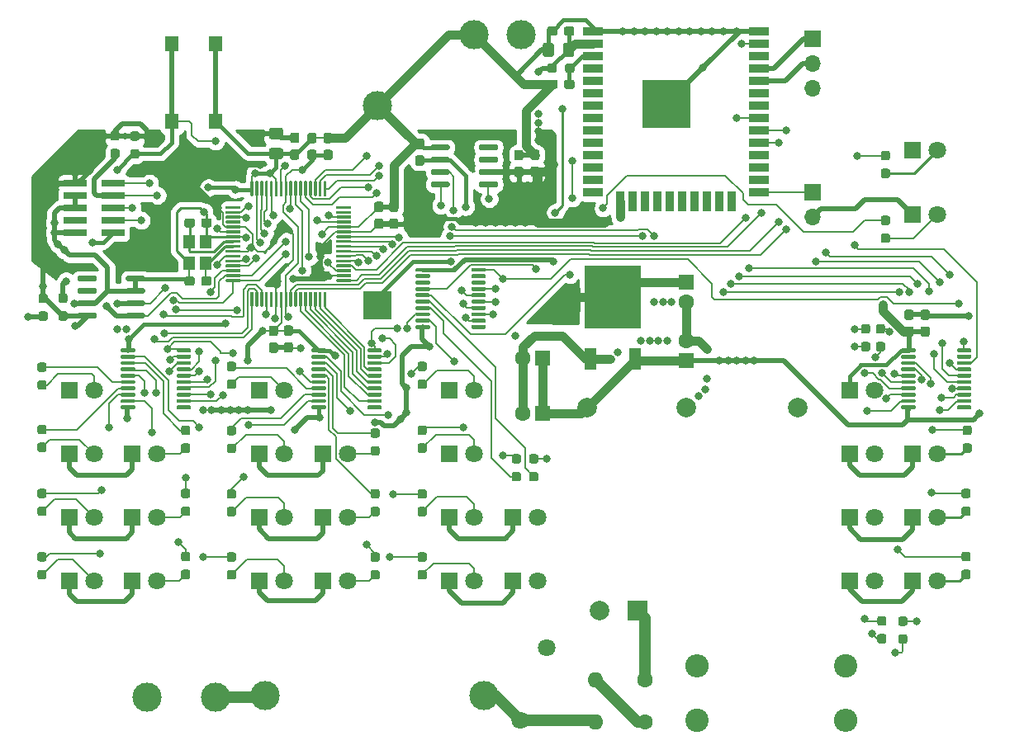
<source format=gtl>
G04 #@! TF.GenerationSoftware,KiCad,Pcbnew,5.1.9*
G04 #@! TF.CreationDate,2021-01-09T13:55:21+02:00*
G04 #@! TF.ProjectId,block,626c6f63-6b2e-46b6-9963-61645f706362,rev?*
G04 #@! TF.SameCoordinates,Original*
G04 #@! TF.FileFunction,Copper,L1,Top*
G04 #@! TF.FilePolarity,Positive*
%FSLAX46Y46*%
G04 Gerber Fmt 4.6, Leading zero omitted, Abs format (unit mm)*
G04 Created by KiCad (PCBNEW 5.1.9) date 2021-01-09 13:55:21*
%MOMM*%
%LPD*%
G01*
G04 APERTURE LIST*
G04 #@! TA.AperFunction,SMDPad,CuDef*
%ADD10R,2.000000X0.900000*%
G04 #@! TD*
G04 #@! TA.AperFunction,SMDPad,CuDef*
%ADD11R,0.900000X2.000000*%
G04 #@! TD*
G04 #@! TA.AperFunction,SMDPad,CuDef*
%ADD12R,5.000000X5.000000*%
G04 #@! TD*
G04 #@! TA.AperFunction,ComponentPad*
%ADD13R,1.800000X1.800000*%
G04 #@! TD*
G04 #@! TA.AperFunction,ComponentPad*
%ADD14C,1.800000*%
G04 #@! TD*
G04 #@! TA.AperFunction,ComponentPad*
%ADD15C,3.000000*%
G04 #@! TD*
G04 #@! TA.AperFunction,ComponentPad*
%ADD16O,1.700000X1.700000*%
G04 #@! TD*
G04 #@! TA.AperFunction,ComponentPad*
%ADD17R,1.700000X1.700000*%
G04 #@! TD*
G04 #@! TA.AperFunction,ComponentPad*
%ADD18R,3.000000X3.000000*%
G04 #@! TD*
G04 #@! TA.AperFunction,ComponentPad*
%ADD19R,1.600000X1.600000*%
G04 #@! TD*
G04 #@! TA.AperFunction,ComponentPad*
%ADD20C,1.600000*%
G04 #@! TD*
G04 #@! TA.AperFunction,SMDPad,CuDef*
%ADD21R,2.400000X0.740000*%
G04 #@! TD*
G04 #@! TA.AperFunction,ComponentPad*
%ADD22R,2.000000X2.000000*%
G04 #@! TD*
G04 #@! TA.AperFunction,ComponentPad*
%ADD23C,2.000000*%
G04 #@! TD*
G04 #@! TA.AperFunction,ComponentPad*
%ADD24O,2.400000X2.400000*%
G04 #@! TD*
G04 #@! TA.AperFunction,ComponentPad*
%ADD25C,2.400000*%
G04 #@! TD*
G04 #@! TA.AperFunction,SMDPad,CuDef*
%ADD26R,1.400000X1.600000*%
G04 #@! TD*
G04 #@! TA.AperFunction,ComponentPad*
%ADD27O,1.600000X1.600000*%
G04 #@! TD*
G04 #@! TA.AperFunction,SMDPad,CuDef*
%ADD28R,1.200000X2.200000*%
G04 #@! TD*
G04 #@! TA.AperFunction,SMDPad,CuDef*
%ADD29R,5.800000X6.400000*%
G04 #@! TD*
G04 #@! TA.AperFunction,SMDPad,CuDef*
%ADD30R,1.200000X1.400000*%
G04 #@! TD*
G04 #@! TA.AperFunction,ViaPad*
%ADD31C,0.800000*%
G04 #@! TD*
G04 #@! TA.AperFunction,Conductor*
%ADD32C,0.508000*%
G04 #@! TD*
G04 #@! TA.AperFunction,Conductor*
%ADD33C,0.254000*%
G04 #@! TD*
G04 #@! TA.AperFunction,Conductor*
%ADD34C,0.406400*%
G04 #@! TD*
G04 #@! TA.AperFunction,Conductor*
%ADD35C,0.203200*%
G04 #@! TD*
G04 #@! TA.AperFunction,Conductor*
%ADD36C,0.914400*%
G04 #@! TD*
G04 #@! TA.AperFunction,Conductor*
%ADD37C,1.219200*%
G04 #@! TD*
G04 #@! TA.AperFunction,Conductor*
%ADD38C,0.100000*%
G04 #@! TD*
G04 APERTURE END LIST*
D10*
G04 #@! TO.P,U9,38*
G04 #@! TO.N,GND*
X150740000Y-63627000D03*
G04 #@! TO.P,U9,37*
G04 #@! TO.N,MOSI*
X150740000Y-64897000D03*
G04 #@! TO.P,U9,36*
G04 #@! TO.N,Net-(U9-Pad36)*
X150740000Y-66167000D03*
G04 #@! TO.P,U9,35*
G04 #@! TO.N,Net-(J3-Pad1)*
X150740000Y-67437000D03*
G04 #@! TO.P,U9,34*
G04 #@! TO.N,Net-(J3-Pad2)*
X150740000Y-68707000D03*
G04 #@! TO.P,U9,33*
G04 #@! TO.N,Net-(U9-Pad33)*
X150740000Y-69977000D03*
G04 #@! TO.P,U9,32*
G04 #@! TO.N,Net-(U9-Pad32)*
X150740000Y-71247000D03*
G04 #@! TO.P,U9,31*
G04 #@! TO.N,MISO*
X150740000Y-72517000D03*
G04 #@! TO.P,U9,30*
G04 #@! TO.N,SCLK*
X150740000Y-73787000D03*
G04 #@! TO.P,U9,29*
G04 #@! TO.N,CS*
X150740000Y-75057000D03*
G04 #@! TO.P,U9,28*
G04 #@! TO.N,Net-(U9-Pad28)*
X150740000Y-76327000D03*
G04 #@! TO.P,U9,27*
G04 #@! TO.N,Net-(U9-Pad27)*
X150740000Y-77597000D03*
G04 #@! TO.P,U9,26*
G04 #@! TO.N,Net-(U9-Pad26)*
X150740000Y-78867000D03*
G04 #@! TO.P,U9,25*
G04 #@! TO.N,Net-(J2-Pad1)*
X150740000Y-80137000D03*
D11*
G04 #@! TO.P,U9,24*
G04 #@! TO.N,Net-(U9-Pad24)*
X147955000Y-81137000D03*
G04 #@! TO.P,U9,23*
G04 #@! TO.N,Net-(U9-Pad23)*
X146685000Y-81137000D03*
G04 #@! TO.P,U9,22*
G04 #@! TO.N,Net-(U9-Pad22)*
X145415000Y-81137000D03*
G04 #@! TO.P,U9,21*
G04 #@! TO.N,Net-(U9-Pad21)*
X144145000Y-81137000D03*
G04 #@! TO.P,U9,20*
G04 #@! TO.N,Net-(U9-Pad20)*
X142875000Y-81137000D03*
G04 #@! TO.P,U9,19*
G04 #@! TO.N,Net-(U9-Pad19)*
X141605000Y-81137000D03*
G04 #@! TO.P,U9,18*
G04 #@! TO.N,Net-(U9-Pad18)*
X140335000Y-81137000D03*
G04 #@! TO.P,U9,17*
G04 #@! TO.N,Net-(U9-Pad17)*
X139065000Y-81137000D03*
G04 #@! TO.P,U9,16*
G04 #@! TO.N,Net-(U9-Pad16)*
X137795000Y-81137000D03*
G04 #@! TO.P,U9,15*
G04 #@! TO.N,GND*
X136525000Y-81137000D03*
D10*
G04 #@! TO.P,U9,14*
G04 #@! TO.N,Net-(U9-Pad14)*
X133740000Y-80137000D03*
G04 #@! TO.P,U9,13*
G04 #@! TO.N,Net-(U9-Pad13)*
X133740000Y-78867000D03*
G04 #@! TO.P,U9,12*
G04 #@! TO.N,Net-(U9-Pad12)*
X133740000Y-77597000D03*
G04 #@! TO.P,U9,11*
G04 #@! TO.N,Net-(U9-Pad11)*
X133740000Y-76327000D03*
G04 #@! TO.P,U9,10*
G04 #@! TO.N,Net-(U9-Pad10)*
X133740000Y-75057000D03*
G04 #@! TO.P,U9,9*
G04 #@! TO.N,Net-(U9-Pad9)*
X133740000Y-73787000D03*
G04 #@! TO.P,U9,8*
G04 #@! TO.N,Net-(U9-Pad8)*
X133740000Y-72517000D03*
G04 #@! TO.P,U9,7*
G04 #@! TO.N,Net-(U9-Pad7)*
X133740000Y-71247000D03*
G04 #@! TO.P,U9,6*
G04 #@! TO.N,Net-(U9-Pad6)*
X133740000Y-69977000D03*
G04 #@! TO.P,U9,5*
G04 #@! TO.N,Net-(U9-Pad5)*
X133740000Y-68707000D03*
G04 #@! TO.P,U9,4*
G04 #@! TO.N,Net-(U9-Pad4)*
X133740000Y-67437000D03*
G04 #@! TO.P,U9,3*
G04 #@! TO.N,Net-(C31-Pad1)*
X133740000Y-66167000D03*
G04 #@! TO.P,U9,2*
G04 #@! TO.N,+3V3*
X133740000Y-64897000D03*
G04 #@! TO.P,U9,1*
G04 #@! TO.N,GND*
X133740000Y-63627000D03*
D12*
G04 #@! TO.P,U9,39*
X141240000Y-71127000D03*
G04 #@! TD*
D13*
G04 #@! TO.P,D21,1*
G04 #@! TO.N,GND*
X125500000Y-120000000D03*
D14*
G04 #@! TO.P,D21,2*
G04 #@! TO.N,Net-(D21-Pad2)*
X128040000Y-120000000D03*
G04 #@! TD*
G04 #@! TO.P,R29,2*
G04 #@! TO.N,Net-(R29-Pad2)*
G04 #@! TA.AperFunction,SMDPad,CuDef*
G36*
G01*
X163940500Y-83545500D02*
X163465500Y-83545500D01*
G75*
G02*
X163228000Y-83308000I0J237500D01*
G01*
X163228000Y-82808000D01*
G75*
G02*
X163465500Y-82570500I237500J0D01*
G01*
X163940500Y-82570500D01*
G75*
G02*
X164178000Y-82808000I0J-237500D01*
G01*
X164178000Y-83308000D01*
G75*
G02*
X163940500Y-83545500I-237500J0D01*
G01*
G37*
G04 #@! TD.AperFunction*
G04 #@! TO.P,R29,1*
G04 #@! TO.N,Net-(D25-Pad2)*
G04 #@! TA.AperFunction,SMDPad,CuDef*
G36*
G01*
X163940500Y-85370500D02*
X163465500Y-85370500D01*
G75*
G02*
X163228000Y-85133000I0J237500D01*
G01*
X163228000Y-84633000D01*
G75*
G02*
X163465500Y-84395500I237500J0D01*
G01*
X163940500Y-84395500D01*
G75*
G02*
X164178000Y-84633000I0J-237500D01*
G01*
X164178000Y-85133000D01*
G75*
G02*
X163940500Y-85370500I-237500J0D01*
G01*
G37*
G04 #@! TD.AperFunction*
G04 #@! TD*
D13*
G04 #@! TO.P,D13,1*
G04 #@! TO.N,GND*
X106000000Y-107000000D03*
D14*
G04 #@! TO.P,D13,2*
G04 #@! TO.N,Net-(D13-Pad2)*
X108540000Y-107000000D03*
G04 #@! TD*
G04 #@! TO.P,R16,1*
G04 #@! TO.N,Net-(D13-Pad2)*
G04 #@! TA.AperFunction,SMDPad,CuDef*
G36*
G01*
X111616500Y-107191000D02*
X111141500Y-107191000D01*
G75*
G02*
X110904000Y-106953500I0J237500D01*
G01*
X110904000Y-106453500D01*
G75*
G02*
X111141500Y-106216000I237500J0D01*
G01*
X111616500Y-106216000D01*
G75*
G02*
X111854000Y-106453500I0J-237500D01*
G01*
X111854000Y-106953500D01*
G75*
G02*
X111616500Y-107191000I-237500J0D01*
G01*
G37*
G04 #@! TD.AperFunction*
G04 #@! TO.P,R16,2*
G04 #@! TO.N,Net-(R16-Pad2)*
G04 #@! TA.AperFunction,SMDPad,CuDef*
G36*
G01*
X111616500Y-105366000D02*
X111141500Y-105366000D01*
G75*
G02*
X110904000Y-105128500I0J237500D01*
G01*
X110904000Y-104628500D01*
G75*
G02*
X111141500Y-104391000I237500J0D01*
G01*
X111616500Y-104391000D01*
G75*
G02*
X111854000Y-104628500I0J-237500D01*
G01*
X111854000Y-105128500D01*
G75*
G02*
X111616500Y-105366000I-237500J0D01*
G01*
G37*
G04 #@! TD.AperFunction*
G04 #@! TD*
G04 #@! TO.P,R7,2*
G04 #@! TO.N,Net-(R7-Pad2)*
G04 #@! TA.AperFunction,SMDPad,CuDef*
G36*
G01*
X172322500Y-105088500D02*
X171847500Y-105088500D01*
G75*
G02*
X171610000Y-104851000I0J237500D01*
G01*
X171610000Y-104351000D01*
G75*
G02*
X171847500Y-104113500I237500J0D01*
G01*
X172322500Y-104113500D01*
G75*
G02*
X172560000Y-104351000I0J-237500D01*
G01*
X172560000Y-104851000D01*
G75*
G02*
X172322500Y-105088500I-237500J0D01*
G01*
G37*
G04 #@! TD.AperFunction*
G04 #@! TO.P,R7,1*
G04 #@! TO.N,Net-(D7-Pad2)*
G04 #@! TA.AperFunction,SMDPad,CuDef*
G36*
G01*
X172322500Y-106913500D02*
X171847500Y-106913500D01*
G75*
G02*
X171610000Y-106676000I0J237500D01*
G01*
X171610000Y-106176000D01*
G75*
G02*
X171847500Y-105938500I237500J0D01*
G01*
X172322500Y-105938500D01*
G75*
G02*
X172560000Y-106176000I0J-237500D01*
G01*
X172560000Y-106676000D01*
G75*
G02*
X172322500Y-106913500I-237500J0D01*
G01*
G37*
G04 #@! TD.AperFunction*
G04 #@! TD*
G04 #@! TO.P,R6,2*
G04 #@! TO.N,Net-(R6-Pad2)*
G04 #@! TA.AperFunction,SMDPad,CuDef*
G36*
G01*
X172195500Y-111565500D02*
X171720500Y-111565500D01*
G75*
G02*
X171483000Y-111328000I0J237500D01*
G01*
X171483000Y-110828000D01*
G75*
G02*
X171720500Y-110590500I237500J0D01*
G01*
X172195500Y-110590500D01*
G75*
G02*
X172433000Y-110828000I0J-237500D01*
G01*
X172433000Y-111328000D01*
G75*
G02*
X172195500Y-111565500I-237500J0D01*
G01*
G37*
G04 #@! TD.AperFunction*
G04 #@! TO.P,R6,1*
G04 #@! TO.N,Net-(D6-Pad2)*
G04 #@! TA.AperFunction,SMDPad,CuDef*
G36*
G01*
X172195500Y-113390500D02*
X171720500Y-113390500D01*
G75*
G02*
X171483000Y-113153000I0J237500D01*
G01*
X171483000Y-112653000D01*
G75*
G02*
X171720500Y-112415500I237500J0D01*
G01*
X172195500Y-112415500D01*
G75*
G02*
X172433000Y-112653000I0J-237500D01*
G01*
X172433000Y-113153000D01*
G75*
G02*
X172195500Y-113390500I-237500J0D01*
G01*
G37*
G04 #@! TD.AperFunction*
G04 #@! TD*
G04 #@! TO.P,D7,2*
G04 #@! TO.N,Net-(D7-Pad2)*
X169040000Y-107000000D03*
D13*
G04 #@! TO.P,D7,1*
G04 #@! TO.N,GND*
X166500000Y-107000000D03*
G04 #@! TD*
D14*
G04 #@! TO.P,D6,2*
G04 #@! TO.N,Net-(D6-Pad2)*
X169040000Y-113500000D03*
D13*
G04 #@! TO.P,D6,1*
G04 #@! TO.N,GND*
X166500000Y-113500000D03*
G04 #@! TD*
D15*
G04 #@! TO.P,NEUTRAL,1*
G04 #@! TO.N,Net-(NEUTRAL1-Pad1)*
X88000000Y-132000000D03*
G04 #@! TD*
G04 #@! TO.P,LIVE,1*
G04 #@! TO.N,Net-(F1-Pad2)*
X95000000Y-132000000D03*
G04 #@! TD*
G04 #@! TO.P,R36,2*
G04 #@! TO.N,Net-(C31-Pad1)*
G04 #@! TA.AperFunction,SMDPad,CuDef*
G36*
G01*
X130854000Y-67674500D02*
X130854000Y-67199500D01*
G75*
G02*
X131091500Y-66962000I237500J0D01*
G01*
X131591500Y-66962000D01*
G75*
G02*
X131829000Y-67199500I0J-237500D01*
G01*
X131829000Y-67674500D01*
G75*
G02*
X131591500Y-67912000I-237500J0D01*
G01*
X131091500Y-67912000D01*
G75*
G02*
X130854000Y-67674500I0J237500D01*
G01*
G37*
G04 #@! TD.AperFunction*
G04 #@! TO.P,R36,1*
G04 #@! TO.N,+3V3*
G04 #@! TA.AperFunction,SMDPad,CuDef*
G36*
G01*
X129029000Y-67674500D02*
X129029000Y-67199500D01*
G75*
G02*
X129266500Y-66962000I237500J0D01*
G01*
X129766500Y-66962000D01*
G75*
G02*
X130004000Y-67199500I0J-237500D01*
G01*
X130004000Y-67674500D01*
G75*
G02*
X129766500Y-67912000I-237500J0D01*
G01*
X129266500Y-67912000D01*
G75*
G02*
X129029000Y-67674500I0J237500D01*
G01*
G37*
G04 #@! TD.AperFunction*
G04 #@! TD*
D16*
G04 #@! TO.P,J3,3*
G04 #@! TO.N,GND*
X156210000Y-69469000D03*
G04 #@! TO.P,J3,2*
G04 #@! TO.N,Net-(J3-Pad2)*
X156210000Y-66929000D03*
D17*
G04 #@! TO.P,J3,1*
G04 #@! TO.N,Net-(J3-Pad1)*
X156210000Y-64389000D03*
G04 #@! TD*
D16*
G04 #@! TO.P,J2,2*
G04 #@! TO.N,GND*
X156210000Y-82677000D03*
D17*
G04 #@! TO.P,J2,1*
G04 #@! TO.N,Net-(J2-Pad1)*
X156210000Y-80137000D03*
G04 #@! TD*
G04 #@! TO.P,C30,2*
G04 #@! TO.N,GND*
G04 #@! TA.AperFunction,SMDPad,CuDef*
G36*
G01*
X130077500Y-63389500D02*
X130077500Y-63864500D01*
G75*
G02*
X129840000Y-64102000I-237500J0D01*
G01*
X129240000Y-64102000D01*
G75*
G02*
X129002500Y-63864500I0J237500D01*
G01*
X129002500Y-63389500D01*
G75*
G02*
X129240000Y-63152000I237500J0D01*
G01*
X129840000Y-63152000D01*
G75*
G02*
X130077500Y-63389500I0J-237500D01*
G01*
G37*
G04 #@! TD.AperFunction*
G04 #@! TO.P,C30,1*
G04 #@! TO.N,+3V3*
G04 #@! TA.AperFunction,SMDPad,CuDef*
G36*
G01*
X131802500Y-63389500D02*
X131802500Y-63864500D01*
G75*
G02*
X131565000Y-64102000I-237500J0D01*
G01*
X130965000Y-64102000D01*
G75*
G02*
X130727500Y-63864500I0J237500D01*
G01*
X130727500Y-63389500D01*
G75*
G02*
X130965000Y-63152000I237500J0D01*
G01*
X131565000Y-63152000D01*
G75*
G02*
X131802500Y-63389500I0J-237500D01*
G01*
G37*
G04 #@! TD.AperFunction*
G04 #@! TD*
G04 #@! TO.P,C29,2*
G04 #@! TO.N,GND*
G04 #@! TA.AperFunction,SMDPad,CuDef*
G36*
G01*
X129725000Y-65078500D02*
X129725000Y-66028500D01*
G75*
G02*
X129475000Y-66278500I-250000J0D01*
G01*
X128800000Y-66278500D01*
G75*
G02*
X128550000Y-66028500I0J250000D01*
G01*
X128550000Y-65078500D01*
G75*
G02*
X128800000Y-64828500I250000J0D01*
G01*
X129475000Y-64828500D01*
G75*
G02*
X129725000Y-65078500I0J-250000D01*
G01*
G37*
G04 #@! TD.AperFunction*
G04 #@! TO.P,C29,1*
G04 #@! TO.N,+3V3*
G04 #@! TA.AperFunction,SMDPad,CuDef*
G36*
G01*
X131800000Y-65078500D02*
X131800000Y-66028500D01*
G75*
G02*
X131550000Y-66278500I-250000J0D01*
G01*
X130875000Y-66278500D01*
G75*
G02*
X130625000Y-66028500I0J250000D01*
G01*
X130625000Y-65078500D01*
G75*
G02*
X130875000Y-64828500I250000J0D01*
G01*
X131550000Y-64828500D01*
G75*
G02*
X131800000Y-65078500I0J-250000D01*
G01*
G37*
G04 #@! TD.AperFunction*
G04 #@! TD*
G04 #@! TO.P,C31,2*
G04 #@! TO.N,GND*
G04 #@! TA.AperFunction,SMDPad,CuDef*
G36*
G01*
X130104000Y-68850500D02*
X130104000Y-69325500D01*
G75*
G02*
X129866500Y-69563000I-237500J0D01*
G01*
X129266500Y-69563000D01*
G75*
G02*
X129029000Y-69325500I0J237500D01*
G01*
X129029000Y-68850500D01*
G75*
G02*
X129266500Y-68613000I237500J0D01*
G01*
X129866500Y-68613000D01*
G75*
G02*
X130104000Y-68850500I0J-237500D01*
G01*
G37*
G04 #@! TD.AperFunction*
G04 #@! TO.P,C31,1*
G04 #@! TO.N,Net-(C31-Pad1)*
G04 #@! TA.AperFunction,SMDPad,CuDef*
G36*
G01*
X131829000Y-68850500D02*
X131829000Y-69325500D01*
G75*
G02*
X131591500Y-69563000I-237500J0D01*
G01*
X130991500Y-69563000D01*
G75*
G02*
X130754000Y-69325500I0J237500D01*
G01*
X130754000Y-68850500D01*
G75*
G02*
X130991500Y-68613000I237500J0D01*
G01*
X131591500Y-68613000D01*
G75*
G02*
X131829000Y-68850500I0J-237500D01*
G01*
G37*
G04 #@! TD.AperFunction*
G04 #@! TD*
D15*
G04 #@! TO.P,BT1,2*
G04 #@! TO.N,GND*
X111633000Y-71247000D03*
D18*
G04 #@! TO.P,BT1,1*
G04 #@! TO.N,Net-(BT1-Pad1)*
X111633000Y-91737000D03*
G04 #@! TD*
G04 #@! TO.P,C18,2*
G04 #@! TO.N,GND*
G04 #@! TA.AperFunction,SMDPad,CuDef*
G36*
G01*
X93543000Y-83549500D02*
X93543000Y-83074500D01*
G75*
G02*
X93780500Y-82837000I237500J0D01*
G01*
X94380500Y-82837000D01*
G75*
G02*
X94618000Y-83074500I0J-237500D01*
G01*
X94618000Y-83549500D01*
G75*
G02*
X94380500Y-83787000I-237500J0D01*
G01*
X93780500Y-83787000D01*
G75*
G02*
X93543000Y-83549500I0J237500D01*
G01*
G37*
G04 #@! TD.AperFunction*
G04 #@! TO.P,C18,1*
G04 #@! TO.N,Net-(C18-Pad1)*
G04 #@! TA.AperFunction,SMDPad,CuDef*
G36*
G01*
X91818000Y-83549500D02*
X91818000Y-83074500D01*
G75*
G02*
X92055500Y-82837000I237500J0D01*
G01*
X92655500Y-82837000D01*
G75*
G02*
X92893000Y-83074500I0J-237500D01*
G01*
X92893000Y-83549500D01*
G75*
G02*
X92655500Y-83787000I-237500J0D01*
G01*
X92055500Y-83787000D01*
G75*
G02*
X91818000Y-83549500I0J237500D01*
G01*
G37*
G04 #@! TD.AperFunction*
G04 #@! TD*
G04 #@! TO.P,C19,1*
G04 #@! TO.N,Net-(C19-Pad1)*
G04 #@! TA.AperFunction,SMDPad,CuDef*
G36*
G01*
X94618000Y-89043500D02*
X94618000Y-89518500D01*
G75*
G02*
X94380500Y-89756000I-237500J0D01*
G01*
X93780500Y-89756000D01*
G75*
G02*
X93543000Y-89518500I0J237500D01*
G01*
X93543000Y-89043500D01*
G75*
G02*
X93780500Y-88806000I237500J0D01*
G01*
X94380500Y-88806000D01*
G75*
G02*
X94618000Y-89043500I0J-237500D01*
G01*
G37*
G04 #@! TD.AperFunction*
G04 #@! TO.P,C19,2*
G04 #@! TO.N,GND*
G04 #@! TA.AperFunction,SMDPad,CuDef*
G36*
G01*
X92893000Y-89043500D02*
X92893000Y-89518500D01*
G75*
G02*
X92655500Y-89756000I-237500J0D01*
G01*
X92055500Y-89756000D01*
G75*
G02*
X91818000Y-89518500I0J237500D01*
G01*
X91818000Y-89043500D01*
G75*
G02*
X92055500Y-88806000I237500J0D01*
G01*
X92655500Y-88806000D01*
G75*
G02*
X92893000Y-89043500I0J-237500D01*
G01*
G37*
G04 #@! TD.AperFunction*
G04 #@! TD*
G04 #@! TO.P,C10,1*
G04 #@! TO.N,/Vddc*
G04 #@! TA.AperFunction,SMDPad,CuDef*
G36*
G01*
X106790500Y-76864500D02*
X106315500Y-76864500D01*
G75*
G02*
X106078000Y-76627000I0J237500D01*
G01*
X106078000Y-76027000D01*
G75*
G02*
X106315500Y-75789500I237500J0D01*
G01*
X106790500Y-75789500D01*
G75*
G02*
X107028000Y-76027000I0J-237500D01*
G01*
X107028000Y-76627000D01*
G75*
G02*
X106790500Y-76864500I-237500J0D01*
G01*
G37*
G04 #@! TD.AperFunction*
G04 #@! TO.P,C10,2*
G04 #@! TO.N,GND*
G04 #@! TA.AperFunction,SMDPad,CuDef*
G36*
G01*
X106790500Y-75139500D02*
X106315500Y-75139500D01*
G75*
G02*
X106078000Y-74902000I0J237500D01*
G01*
X106078000Y-74302000D01*
G75*
G02*
X106315500Y-74064500I237500J0D01*
G01*
X106790500Y-74064500D01*
G75*
G02*
X107028000Y-74302000I0J-237500D01*
G01*
X107028000Y-74902000D01*
G75*
G02*
X106790500Y-75139500I-237500J0D01*
G01*
G37*
G04 #@! TD.AperFunction*
G04 #@! TD*
D19*
G04 #@! TO.P,C27,1*
G04 #@! TO.N,+5V*
X128524000Y-97155000D03*
D20*
G04 #@! TO.P,C27,2*
G04 #@! TO.N,GND*
X126524000Y-97155000D03*
G04 #@! TD*
G04 #@! TO.P,C12,1*
G04 #@! TO.N,/Vddc*
G04 #@! TA.AperFunction,SMDPad,CuDef*
G36*
G01*
X105139500Y-76864500D02*
X104664500Y-76864500D01*
G75*
G02*
X104427000Y-76627000I0J237500D01*
G01*
X104427000Y-76027000D01*
G75*
G02*
X104664500Y-75789500I237500J0D01*
G01*
X105139500Y-75789500D01*
G75*
G02*
X105377000Y-76027000I0J-237500D01*
G01*
X105377000Y-76627000D01*
G75*
G02*
X105139500Y-76864500I-237500J0D01*
G01*
G37*
G04 #@! TD.AperFunction*
G04 #@! TO.P,C12,2*
G04 #@! TO.N,GND*
G04 #@! TA.AperFunction,SMDPad,CuDef*
G36*
G01*
X105139500Y-75139500D02*
X104664500Y-75139500D01*
G75*
G02*
X104427000Y-74902000I0J237500D01*
G01*
X104427000Y-74302000D01*
G75*
G02*
X104664500Y-74064500I237500J0D01*
G01*
X105139500Y-74064500D01*
G75*
G02*
X105377000Y-74302000I0J-237500D01*
G01*
X105377000Y-74902000D01*
G75*
G02*
X105139500Y-75139500I-237500J0D01*
G01*
G37*
G04 #@! TD.AperFunction*
G04 #@! TD*
G04 #@! TO.P,C28,2*
G04 #@! TO.N,GND*
X126524000Y-102870000D03*
D19*
G04 #@! TO.P,C28,1*
G04 #@! TO.N,+5V*
X128524000Y-102870000D03*
G04 #@! TD*
G04 #@! TO.P,C25,1*
G04 #@! TO.N,+5V*
X143256000Y-97409000D03*
D20*
G04 #@! TO.P,C25,2*
G04 #@! TO.N,GND*
X143256000Y-95409000D03*
G04 #@! TD*
G04 #@! TO.P,C3,2*
G04 #@! TO.N,GND*
G04 #@! TA.AperFunction,SMDPad,CuDef*
G36*
G01*
X102726500Y-94898500D02*
X102251500Y-94898500D01*
G75*
G02*
X102014000Y-94661000I0J237500D01*
G01*
X102014000Y-94061000D01*
G75*
G02*
X102251500Y-93823500I237500J0D01*
G01*
X102726500Y-93823500D01*
G75*
G02*
X102964000Y-94061000I0J-237500D01*
G01*
X102964000Y-94661000D01*
G75*
G02*
X102726500Y-94898500I-237500J0D01*
G01*
G37*
G04 #@! TD.AperFunction*
G04 #@! TO.P,C3,1*
G04 #@! TO.N,+3V3*
G04 #@! TA.AperFunction,SMDPad,CuDef*
G36*
G01*
X102726500Y-96623500D02*
X102251500Y-96623500D01*
G75*
G02*
X102014000Y-96386000I0J237500D01*
G01*
X102014000Y-95786000D01*
G75*
G02*
X102251500Y-95548500I237500J0D01*
G01*
X102726500Y-95548500D01*
G75*
G02*
X102964000Y-95786000I0J-237500D01*
G01*
X102964000Y-96386000D01*
G75*
G02*
X102726500Y-96623500I-237500J0D01*
G01*
G37*
G04 #@! TD.AperFunction*
G04 #@! TD*
G04 #@! TO.P,C4,2*
G04 #@! TO.N,GND*
G04 #@! TA.AperFunction,SMDPad,CuDef*
G36*
G01*
X101202500Y-94925000D02*
X100727500Y-94925000D01*
G75*
G02*
X100490000Y-94687500I0J237500D01*
G01*
X100490000Y-94087500D01*
G75*
G02*
X100727500Y-93850000I237500J0D01*
G01*
X101202500Y-93850000D01*
G75*
G02*
X101440000Y-94087500I0J-237500D01*
G01*
X101440000Y-94687500D01*
G75*
G02*
X101202500Y-94925000I-237500J0D01*
G01*
G37*
G04 #@! TD.AperFunction*
G04 #@! TO.P,C4,1*
G04 #@! TO.N,+3V3*
G04 #@! TA.AperFunction,SMDPad,CuDef*
G36*
G01*
X101202500Y-96650000D02*
X100727500Y-96650000D01*
G75*
G02*
X100490000Y-96412500I0J237500D01*
G01*
X100490000Y-95812500D01*
G75*
G02*
X100727500Y-95575000I237500J0D01*
G01*
X101202500Y-95575000D01*
G75*
G02*
X101440000Y-95812500I0J-237500D01*
G01*
X101440000Y-96412500D01*
G75*
G02*
X101202500Y-96650000I-237500J0D01*
G01*
G37*
G04 #@! TD.AperFunction*
G04 #@! TD*
G04 #@! TO.P,C5,1*
G04 #@! TO.N,+3V3*
G04 #@! TA.AperFunction,SMDPad,CuDef*
G36*
G01*
X111997500Y-83923500D02*
X111522500Y-83923500D01*
G75*
G02*
X111285000Y-83686000I0J237500D01*
G01*
X111285000Y-83086000D01*
G75*
G02*
X111522500Y-82848500I237500J0D01*
G01*
X111997500Y-82848500D01*
G75*
G02*
X112235000Y-83086000I0J-237500D01*
G01*
X112235000Y-83686000D01*
G75*
G02*
X111997500Y-83923500I-237500J0D01*
G01*
G37*
G04 #@! TD.AperFunction*
G04 #@! TO.P,C5,2*
G04 #@! TO.N,GND*
G04 #@! TA.AperFunction,SMDPad,CuDef*
G36*
G01*
X111997500Y-82198500D02*
X111522500Y-82198500D01*
G75*
G02*
X111285000Y-81961000I0J237500D01*
G01*
X111285000Y-81361000D01*
G75*
G02*
X111522500Y-81123500I237500J0D01*
G01*
X111997500Y-81123500D01*
G75*
G02*
X112235000Y-81361000I0J-237500D01*
G01*
X112235000Y-81961000D01*
G75*
G02*
X111997500Y-82198500I-237500J0D01*
G01*
G37*
G04 #@! TD.AperFunction*
G04 #@! TD*
G04 #@! TO.P,C26,2*
G04 #@! TO.N,GND*
X143256000Y-91408000D03*
D19*
G04 #@! TO.P,C26,1*
G04 #@! TO.N,+3V3*
X143256000Y-89408000D03*
G04 #@! TD*
G04 #@! TO.P,C6,2*
G04 #@! TO.N,GND*
G04 #@! TA.AperFunction,SMDPad,CuDef*
G36*
G01*
X113521500Y-82198500D02*
X113046500Y-82198500D01*
G75*
G02*
X112809000Y-81961000I0J237500D01*
G01*
X112809000Y-81361000D01*
G75*
G02*
X113046500Y-81123500I237500J0D01*
G01*
X113521500Y-81123500D01*
G75*
G02*
X113759000Y-81361000I0J-237500D01*
G01*
X113759000Y-81961000D01*
G75*
G02*
X113521500Y-82198500I-237500J0D01*
G01*
G37*
G04 #@! TD.AperFunction*
G04 #@! TO.P,C6,1*
G04 #@! TO.N,+3V3*
G04 #@! TA.AperFunction,SMDPad,CuDef*
G36*
G01*
X113521500Y-83923500D02*
X113046500Y-83923500D01*
G75*
G02*
X112809000Y-83686000I0J237500D01*
G01*
X112809000Y-83086000D01*
G75*
G02*
X113046500Y-82848500I237500J0D01*
G01*
X113521500Y-82848500D01*
G75*
G02*
X113759000Y-83086000I0J-237500D01*
G01*
X113759000Y-83686000D01*
G75*
G02*
X113521500Y-83923500I-237500J0D01*
G01*
G37*
G04 #@! TD.AperFunction*
G04 #@! TD*
G04 #@! TO.P,C7,1*
G04 #@! TO.N,+3V3*
G04 #@! TA.AperFunction,SMDPad,CuDef*
G36*
G01*
X102886500Y-74038000D02*
X103361500Y-74038000D01*
G75*
G02*
X103599000Y-74275500I0J-237500D01*
G01*
X103599000Y-74875500D01*
G75*
G02*
X103361500Y-75113000I-237500J0D01*
G01*
X102886500Y-75113000D01*
G75*
G02*
X102649000Y-74875500I0J237500D01*
G01*
X102649000Y-74275500D01*
G75*
G02*
X102886500Y-74038000I237500J0D01*
G01*
G37*
G04 #@! TD.AperFunction*
G04 #@! TO.P,C7,2*
G04 #@! TO.N,GND*
G04 #@! TA.AperFunction,SMDPad,CuDef*
G36*
G01*
X102886500Y-75763000D02*
X103361500Y-75763000D01*
G75*
G02*
X103599000Y-76000500I0J-237500D01*
G01*
X103599000Y-76600500D01*
G75*
G02*
X103361500Y-76838000I-237500J0D01*
G01*
X102886500Y-76838000D01*
G75*
G02*
X102649000Y-76600500I0J237500D01*
G01*
X102649000Y-76000500D01*
G75*
G02*
X102886500Y-75763000I237500J0D01*
G01*
G37*
G04 #@! TD.AperFunction*
G04 #@! TD*
G04 #@! TO.P,C15,2*
G04 #@! TO.N,GND*
G04 #@! TA.AperFunction,SMDPad,CuDef*
G36*
G01*
X116188500Y-75721500D02*
X115713500Y-75721500D01*
G75*
G02*
X115476000Y-75484000I0J237500D01*
G01*
X115476000Y-74884000D01*
G75*
G02*
X115713500Y-74646500I237500J0D01*
G01*
X116188500Y-74646500D01*
G75*
G02*
X116426000Y-74884000I0J-237500D01*
G01*
X116426000Y-75484000D01*
G75*
G02*
X116188500Y-75721500I-237500J0D01*
G01*
G37*
G04 #@! TD.AperFunction*
G04 #@! TO.P,C15,1*
G04 #@! TO.N,Net-(BT1-Pad1)*
G04 #@! TA.AperFunction,SMDPad,CuDef*
G36*
G01*
X116188500Y-77446500D02*
X115713500Y-77446500D01*
G75*
G02*
X115476000Y-77209000I0J237500D01*
G01*
X115476000Y-76609000D01*
G75*
G02*
X115713500Y-76371500I237500J0D01*
G01*
X116188500Y-76371500D01*
G75*
G02*
X116426000Y-76609000I0J-237500D01*
G01*
X116426000Y-77209000D01*
G75*
G02*
X116188500Y-77446500I-237500J0D01*
G01*
G37*
G04 #@! TD.AperFunction*
G04 #@! TD*
G04 #@! TO.P,C8,1*
G04 #@! TO.N,+3V3*
G04 #@! TA.AperFunction,SMDPad,CuDef*
G36*
G01*
X100744000Y-73537500D02*
X101694000Y-73537500D01*
G75*
G02*
X101944000Y-73787500I0J-250000D01*
G01*
X101944000Y-74462500D01*
G75*
G02*
X101694000Y-74712500I-250000J0D01*
G01*
X100744000Y-74712500D01*
G75*
G02*
X100494000Y-74462500I0J250000D01*
G01*
X100494000Y-73787500D01*
G75*
G02*
X100744000Y-73537500I250000J0D01*
G01*
G37*
G04 #@! TD.AperFunction*
G04 #@! TO.P,C8,2*
G04 #@! TO.N,GND*
G04 #@! TA.AperFunction,SMDPad,CuDef*
G36*
G01*
X100744000Y-75612500D02*
X101694000Y-75612500D01*
G75*
G02*
X101944000Y-75862500I0J-250000D01*
G01*
X101944000Y-76537500D01*
G75*
G02*
X101694000Y-76787500I-250000J0D01*
G01*
X100744000Y-76787500D01*
G75*
G02*
X100494000Y-76537500I0J250000D01*
G01*
X100494000Y-75862500D01*
G75*
G02*
X100744000Y-75612500I250000J0D01*
G01*
G37*
G04 #@! TD.AperFunction*
G04 #@! TD*
G04 #@! TO.P,C1,1*
G04 #@! TO.N,+5V*
G04 #@! TA.AperFunction,SMDPad,CuDef*
G36*
G01*
X167529500Y-92199000D02*
X168004500Y-92199000D01*
G75*
G02*
X168242000Y-92436500I0J-237500D01*
G01*
X168242000Y-93036500D01*
G75*
G02*
X168004500Y-93274000I-237500J0D01*
G01*
X167529500Y-93274000D01*
G75*
G02*
X167292000Y-93036500I0J237500D01*
G01*
X167292000Y-92436500D01*
G75*
G02*
X167529500Y-92199000I237500J0D01*
G01*
G37*
G04 #@! TD.AperFunction*
G04 #@! TO.P,C1,2*
G04 #@! TO.N,GND*
G04 #@! TA.AperFunction,SMDPad,CuDef*
G36*
G01*
X167529500Y-93924000D02*
X168004500Y-93924000D01*
G75*
G02*
X168242000Y-94161500I0J-237500D01*
G01*
X168242000Y-94761500D01*
G75*
G02*
X168004500Y-94999000I-237500J0D01*
G01*
X167529500Y-94999000D01*
G75*
G02*
X167292000Y-94761500I0J237500D01*
G01*
X167292000Y-94161500D01*
G75*
G02*
X167529500Y-93924000I237500J0D01*
G01*
G37*
G04 #@! TD.AperFunction*
G04 #@! TD*
G04 #@! TO.P,C2,2*
G04 #@! TO.N,GND*
G04 #@! TA.AperFunction,SMDPad,CuDef*
G36*
G01*
X165878500Y-93924000D02*
X166353500Y-93924000D01*
G75*
G02*
X166591000Y-94161500I0J-237500D01*
G01*
X166591000Y-94761500D01*
G75*
G02*
X166353500Y-94999000I-237500J0D01*
G01*
X165878500Y-94999000D01*
G75*
G02*
X165641000Y-94761500I0J237500D01*
G01*
X165641000Y-94161500D01*
G75*
G02*
X165878500Y-93924000I237500J0D01*
G01*
G37*
G04 #@! TD.AperFunction*
G04 #@! TO.P,C2,1*
G04 #@! TO.N,+5V*
G04 #@! TA.AperFunction,SMDPad,CuDef*
G36*
G01*
X165878500Y-92199000D02*
X166353500Y-92199000D01*
G75*
G02*
X166591000Y-92436500I0J-237500D01*
G01*
X166591000Y-93036500D01*
G75*
G02*
X166353500Y-93274000I-237500J0D01*
G01*
X165878500Y-93274000D01*
G75*
G02*
X165641000Y-93036500I0J237500D01*
G01*
X165641000Y-92436500D01*
G75*
G02*
X165878500Y-92199000I237500J0D01*
G01*
G37*
G04 #@! TD.AperFunction*
G04 #@! TD*
G04 #@! TO.P,C16,2*
G04 #@! TO.N,GND*
G04 #@! TA.AperFunction,SMDPad,CuDef*
G36*
G01*
X126348500Y-76891000D02*
X125873500Y-76891000D01*
G75*
G02*
X125636000Y-76653500I0J237500D01*
G01*
X125636000Y-76053500D01*
G75*
G02*
X125873500Y-75816000I237500J0D01*
G01*
X126348500Y-75816000D01*
G75*
G02*
X126586000Y-76053500I0J-237500D01*
G01*
X126586000Y-76653500D01*
G75*
G02*
X126348500Y-76891000I-237500J0D01*
G01*
G37*
G04 #@! TD.AperFunction*
G04 #@! TO.P,C16,1*
G04 #@! TO.N,+3V3*
G04 #@! TA.AperFunction,SMDPad,CuDef*
G36*
G01*
X126348500Y-78616000D02*
X125873500Y-78616000D01*
G75*
G02*
X125636000Y-78378500I0J237500D01*
G01*
X125636000Y-77778500D01*
G75*
G02*
X125873500Y-77541000I237500J0D01*
G01*
X126348500Y-77541000D01*
G75*
G02*
X126586000Y-77778500I0J-237500D01*
G01*
X126586000Y-78378500D01*
G75*
G02*
X126348500Y-78616000I-237500J0D01*
G01*
G37*
G04 #@! TD.AperFunction*
G04 #@! TD*
G04 #@! TO.P,C17,1*
G04 #@! TO.N,+3V3*
G04 #@! TA.AperFunction,SMDPad,CuDef*
G36*
G01*
X127999500Y-78589500D02*
X127524500Y-78589500D01*
G75*
G02*
X127287000Y-78352000I0J237500D01*
G01*
X127287000Y-77752000D01*
G75*
G02*
X127524500Y-77514500I237500J0D01*
G01*
X127999500Y-77514500D01*
G75*
G02*
X128237000Y-77752000I0J-237500D01*
G01*
X128237000Y-78352000D01*
G75*
G02*
X127999500Y-78589500I-237500J0D01*
G01*
G37*
G04 #@! TD.AperFunction*
G04 #@! TO.P,C17,2*
G04 #@! TO.N,GND*
G04 #@! TA.AperFunction,SMDPad,CuDef*
G36*
G01*
X127999500Y-76864500D02*
X127524500Y-76864500D01*
G75*
G02*
X127287000Y-76627000I0J237500D01*
G01*
X127287000Y-76027000D01*
G75*
G02*
X127524500Y-75789500I237500J0D01*
G01*
X127999500Y-75789500D01*
G75*
G02*
X128237000Y-76027000I0J-237500D01*
G01*
X128237000Y-76627000D01*
G75*
G02*
X127999500Y-76864500I-237500J0D01*
G01*
G37*
G04 #@! TD.AperFunction*
G04 #@! TD*
D13*
G04 #@! TO.P,D16,1*
G04 #@! TO.N,GND*
X80000000Y-120000000D03*
D14*
G04 #@! TO.P,D16,2*
G04 #@! TO.N,Net-(D16-Pad2)*
X82540000Y-120000000D03*
G04 #@! TD*
D13*
G04 #@! TO.P,D18,1*
G04 #@! TO.N,GND*
X80010000Y-113500000D03*
D14*
G04 #@! TO.P,D18,2*
G04 #@! TO.N,Net-(D18-Pad2)*
X82550000Y-113500000D03*
G04 #@! TD*
D13*
G04 #@! TO.P,D20,1*
G04 #@! TO.N,GND*
X80000000Y-107000000D03*
D14*
G04 #@! TO.P,D20,2*
G04 #@! TO.N,Net-(D20-Pad2)*
X82540000Y-107000000D03*
G04 #@! TD*
G04 #@! TO.P,D22,2*
G04 #@! TO.N,Net-(D22-Pad2)*
X82540000Y-100500000D03*
D13*
G04 #@! TO.P,D22,1*
G04 #@! TO.N,GND*
X80000000Y-100500000D03*
G04 #@! TD*
G04 #@! TO.P,D24,1*
G04 #@! TO.N,GND*
X86500000Y-120000000D03*
D14*
G04 #@! TO.P,D24,2*
G04 #@! TO.N,Net-(D24-Pad2)*
X89040000Y-120000000D03*
G04 #@! TD*
G04 #@! TO.P,D26,2*
G04 #@! TO.N,Net-(D26-Pad2)*
X89040000Y-113500000D03*
D13*
G04 #@! TO.P,D26,1*
G04 #@! TO.N,GND*
X86500000Y-113500000D03*
G04 #@! TD*
G04 #@! TO.P,D28,1*
G04 #@! TO.N,GND*
X86500000Y-107000000D03*
D14*
G04 #@! TO.P,D28,2*
G04 #@! TO.N,Net-(D28-Pad2)*
X89040000Y-107000000D03*
G04 #@! TD*
G04 #@! TO.P,D29,2*
G04 #@! TO.N,Net-(D29-Pad2)*
X102040000Y-120000000D03*
D13*
G04 #@! TO.P,D29,1*
G04 #@! TO.N,GND*
X99500000Y-120000000D03*
G04 #@! TD*
D14*
G04 #@! TO.P,D1,2*
G04 #@! TO.N,Net-(D1-Pad2)*
X162540000Y-120000000D03*
D13*
G04 #@! TO.P,D1,1*
G04 #@! TO.N,GND*
X160000000Y-120000000D03*
G04 #@! TD*
D14*
G04 #@! TO.P,D2,2*
G04 #@! TO.N,Net-(D2-Pad2)*
X162540000Y-113500000D03*
D13*
G04 #@! TO.P,D2,1*
G04 #@! TO.N,GND*
X160000000Y-113500000D03*
G04 #@! TD*
G04 #@! TO.P,D3,1*
G04 #@! TO.N,GND*
X160000000Y-107000000D03*
D14*
G04 #@! TO.P,D3,2*
G04 #@! TO.N,Net-(D3-Pad2)*
X162540000Y-107000000D03*
G04 #@! TD*
G04 #@! TO.P,D4,2*
G04 #@! TO.N,Net-(D4-Pad2)*
X162540000Y-100500000D03*
D13*
G04 #@! TO.P,D4,1*
G04 #@! TO.N,GND*
X160000000Y-100500000D03*
G04 #@! TD*
G04 #@! TO.P,D5,1*
G04 #@! TO.N,GND*
X166500000Y-120000000D03*
D14*
G04 #@! TO.P,D5,2*
G04 #@! TO.N,Net-(D5-Pad2)*
X169040000Y-120000000D03*
G04 #@! TD*
G04 #@! TO.P,D8,2*
G04 #@! TO.N,Net-(D8-Pad2)*
X102040000Y-113500000D03*
D13*
G04 #@! TO.P,D8,1*
G04 #@! TO.N,GND*
X99500000Y-113500000D03*
G04 #@! TD*
G04 #@! TO.P,D9,1*
G04 #@! TO.N,GND*
X99500000Y-107000000D03*
D14*
G04 #@! TO.P,D9,2*
G04 #@! TO.N,Net-(D9-Pad2)*
X102040000Y-107000000D03*
G04 #@! TD*
D13*
G04 #@! TO.P,D10,1*
G04 #@! TO.N,GND*
X99500000Y-100500000D03*
D14*
G04 #@! TO.P,D10,2*
G04 #@! TO.N,Net-(D10-Pad2)*
X102040000Y-100500000D03*
G04 #@! TD*
G04 #@! TO.P,D11,2*
G04 #@! TO.N,Net-(D11-Pad2)*
X108540000Y-120000000D03*
D13*
G04 #@! TO.P,D11,1*
G04 #@! TO.N,GND*
X106000000Y-120000000D03*
G04 #@! TD*
G04 #@! TO.P,D12,1*
G04 #@! TO.N,GND*
X106000000Y-113500000D03*
D14*
G04 #@! TO.P,D12,2*
G04 #@! TO.N,Net-(D12-Pad2)*
X108540000Y-113500000D03*
G04 #@! TD*
G04 #@! TO.P,D14,2*
G04 #@! TO.N,Net-(D14-Pad2)*
X121540000Y-120000000D03*
D13*
G04 #@! TO.P,D14,1*
G04 #@! TO.N,GND*
X119000000Y-120000000D03*
G04 #@! TD*
D14*
G04 #@! TO.P,D15,2*
G04 #@! TO.N,Net-(D15-Pad2)*
X121540000Y-113500000D03*
D13*
G04 #@! TO.P,D15,1*
G04 #@! TO.N,GND*
X119000000Y-113500000D03*
G04 #@! TD*
G04 #@! TO.P,D17,1*
G04 #@! TO.N,GND*
X119000000Y-107000000D03*
D14*
G04 #@! TO.P,D17,2*
G04 #@! TO.N,Net-(D17-Pad2)*
X121540000Y-107000000D03*
G04 #@! TD*
G04 #@! TO.P,D19,2*
G04 #@! TO.N,Net-(D19-Pad2)*
X121540000Y-100500000D03*
D13*
G04 #@! TO.P,D19,1*
G04 #@! TO.N,GND*
X119000000Y-100500000D03*
G04 #@! TD*
D14*
G04 #@! TO.P,D23,2*
G04 #@! TO.N,Net-(D23-Pad2)*
X128040000Y-113500000D03*
D13*
G04 #@! TO.P,D23,1*
G04 #@! TO.N,GND*
X125500000Y-113500000D03*
G04 #@! TD*
D14*
G04 #@! TO.P,D25,2*
G04 #@! TO.N,Net-(D25-Pad2)*
X169040000Y-82423000D03*
D13*
G04 #@! TO.P,D25,1*
G04 #@! TO.N,GND*
X166500000Y-82423000D03*
G04 #@! TD*
G04 #@! TO.P,D27,1*
G04 #@! TO.N,GND*
X166500000Y-75819000D03*
D14*
G04 #@! TO.P,D27,2*
G04 #@! TO.N,Net-(D27-Pad2)*
X169040000Y-75819000D03*
G04 #@! TD*
D15*
G04 #@! TO.P,F1,1*
G04 #@! TO.N,Net-(F1-Pad1)*
X122555000Y-131826000D03*
G04 #@! TO.P,F1,2*
G04 #@! TO.N,Net-(F1-Pad2)*
X100055000Y-131826000D03*
G04 #@! TD*
D21*
G04 #@! TO.P,J1,1*
G04 #@! TO.N,+3V3*
X80600000Y-79248000D03*
G04 #@! TO.P,J1,2*
G04 #@! TO.N,TARGET_TMS*
X84500000Y-79248000D03*
G04 #@! TO.P,J1,3*
G04 #@! TO.N,GND*
X80600000Y-80518000D03*
G04 #@! TO.P,J1,4*
G04 #@! TO.N,TARGET_TCK*
X84500000Y-80518000D03*
G04 #@! TO.P,J1,5*
G04 #@! TO.N,GND*
X80600000Y-81788000D03*
G04 #@! TO.P,J1,6*
G04 #@! TO.N,TARGET_TDO*
X84500000Y-81788000D03*
G04 #@! TO.P,J1,7*
G04 #@! TO.N,Net-(J1-Pad7)*
X80600000Y-83058000D03*
G04 #@! TO.P,J1,8*
G04 #@! TO.N,TARGET_TDI*
X84500000Y-83058000D03*
G04 #@! TO.P,J1,9*
G04 #@! TO.N,GND*
X80600000Y-84328000D03*
G04 #@! TO.P,J1,10*
G04 #@! TO.N,RESET*
X84500000Y-84328000D03*
G04 #@! TD*
D22*
G04 #@! TO.P,PS1,1*
G04 #@! TO.N,Net-(PS1-Pad1)*
X138303000Y-123063000D03*
D23*
G04 #@! TO.P,PS1,2*
G04 #@! TO.N,Net-(NEUTRAL1-Pad1)*
X134403000Y-123063000D03*
G04 #@! TO.P,PS1,4*
G04 #@! TO.N,GND*
X143273000Y-102303000D03*
G04 #@! TO.P,PS1,3*
G04 #@! TO.N,Net-(PS1-Pad3)*
X154703000Y-102303000D03*
G04 #@! TO.P,PS1,5*
G04 #@! TO.N,+5V*
X133113000Y-102303000D03*
G04 #@! TD*
G04 #@! TO.P,R12,1*
G04 #@! TO.N,+3V3*
G04 #@! TA.AperFunction,SMDPad,CuDef*
G36*
G01*
X86503500Y-73911000D02*
X86978500Y-73911000D01*
G75*
G02*
X87216000Y-74148500I0J-237500D01*
G01*
X87216000Y-74648500D01*
G75*
G02*
X86978500Y-74886000I-237500J0D01*
G01*
X86503500Y-74886000D01*
G75*
G02*
X86266000Y-74648500I0J237500D01*
G01*
X86266000Y-74148500D01*
G75*
G02*
X86503500Y-73911000I237500J0D01*
G01*
G37*
G04 #@! TD.AperFunction*
G04 #@! TO.P,R12,2*
G04 #@! TO.N,RESET*
G04 #@! TA.AperFunction,SMDPad,CuDef*
G36*
G01*
X86503500Y-75736000D02*
X86978500Y-75736000D01*
G75*
G02*
X87216000Y-75973500I0J-237500D01*
G01*
X87216000Y-76473500D01*
G75*
G02*
X86978500Y-76711000I-237500J0D01*
G01*
X86503500Y-76711000D01*
G75*
G02*
X86266000Y-76473500I0J237500D01*
G01*
X86266000Y-75973500D01*
G75*
G02*
X86503500Y-75736000I237500J0D01*
G01*
G37*
G04 #@! TD.AperFunction*
G04 #@! TD*
D24*
G04 #@! TO.P,R34,2*
G04 #@! TO.N,Net-(NEUTRAL1-Pad1)*
X159639000Y-134366000D03*
D25*
G04 #@! TO.P,R34,1*
G04 #@! TO.N,Net-(R34-Pad1)*
X144399000Y-134366000D03*
G04 #@! TD*
G04 #@! TO.P,R35,1*
G04 #@! TO.N,GND*
X159639000Y-128778000D03*
D24*
G04 #@! TO.P,R35,2*
G04 #@! TO.N,Net-(R34-Pad1)*
X144399000Y-128778000D03*
G04 #@! TD*
G04 #@! TO.P,R17,2*
G04 #@! TO.N,TARGET_TCK*
G04 #@! TA.AperFunction,SMDPad,CuDef*
G36*
G01*
X84471500Y-75712500D02*
X84946500Y-75712500D01*
G75*
G02*
X85184000Y-75950000I0J-237500D01*
G01*
X85184000Y-76450000D01*
G75*
G02*
X84946500Y-76687500I-237500J0D01*
G01*
X84471500Y-76687500D01*
G75*
G02*
X84234000Y-76450000I0J237500D01*
G01*
X84234000Y-75950000D01*
G75*
G02*
X84471500Y-75712500I237500J0D01*
G01*
G37*
G04 #@! TD.AperFunction*
G04 #@! TO.P,R17,1*
G04 #@! TO.N,+3V3*
G04 #@! TA.AperFunction,SMDPad,CuDef*
G36*
G01*
X84471500Y-73887500D02*
X84946500Y-73887500D01*
G75*
G02*
X85184000Y-74125000I0J-237500D01*
G01*
X85184000Y-74625000D01*
G75*
G02*
X84946500Y-74862500I-237500J0D01*
G01*
X84471500Y-74862500D01*
G75*
G02*
X84234000Y-74625000I0J237500D01*
G01*
X84234000Y-74125000D01*
G75*
G02*
X84471500Y-73887500I237500J0D01*
G01*
G37*
G04 #@! TD.AperFunction*
G04 #@! TD*
G04 #@! TO.P,R8,1*
G04 #@! TO.N,+3V3*
G04 #@! TA.AperFunction,SMDPad,CuDef*
G36*
G01*
X77105500Y-90571500D02*
X77580500Y-90571500D01*
G75*
G02*
X77818000Y-90809000I0J-237500D01*
G01*
X77818000Y-91309000D01*
G75*
G02*
X77580500Y-91546500I-237500J0D01*
G01*
X77105500Y-91546500D01*
G75*
G02*
X76868000Y-91309000I0J237500D01*
G01*
X76868000Y-90809000D01*
G75*
G02*
X77105500Y-90571500I237500J0D01*
G01*
G37*
G04 #@! TD.AperFunction*
G04 #@! TO.P,R8,2*
G04 #@! TO.N,I2C_SCL*
G04 #@! TA.AperFunction,SMDPad,CuDef*
G36*
G01*
X77105500Y-92396500D02*
X77580500Y-92396500D01*
G75*
G02*
X77818000Y-92634000I0J-237500D01*
G01*
X77818000Y-93134000D01*
G75*
G02*
X77580500Y-93371500I-237500J0D01*
G01*
X77105500Y-93371500D01*
G75*
G02*
X76868000Y-93134000I0J237500D01*
G01*
X76868000Y-92634000D01*
G75*
G02*
X77105500Y-92396500I237500J0D01*
G01*
G37*
G04 #@! TD.AperFunction*
G04 #@! TD*
G04 #@! TO.P,R9,2*
G04 #@! TO.N,I2C_SDA*
G04 #@! TA.AperFunction,SMDPad,CuDef*
G36*
G01*
X79612500Y-91523000D02*
X79137500Y-91523000D01*
G75*
G02*
X78900000Y-91285500I0J237500D01*
G01*
X78900000Y-90785500D01*
G75*
G02*
X79137500Y-90548000I237500J0D01*
G01*
X79612500Y-90548000D01*
G75*
G02*
X79850000Y-90785500I0J-237500D01*
G01*
X79850000Y-91285500D01*
G75*
G02*
X79612500Y-91523000I-237500J0D01*
G01*
G37*
G04 #@! TD.AperFunction*
G04 #@! TO.P,R9,1*
G04 #@! TO.N,+3V3*
G04 #@! TA.AperFunction,SMDPad,CuDef*
G36*
G01*
X79612500Y-93348000D02*
X79137500Y-93348000D01*
G75*
G02*
X78900000Y-93110500I0J237500D01*
G01*
X78900000Y-92610500D01*
G75*
G02*
X79137500Y-92373000I237500J0D01*
G01*
X79612500Y-92373000D01*
G75*
G02*
X79850000Y-92610500I0J-237500D01*
G01*
X79850000Y-93110500D01*
G75*
G02*
X79612500Y-93348000I-237500J0D01*
G01*
G37*
G04 #@! TD.AperFunction*
G04 #@! TD*
G04 #@! TO.P,R20,2*
G04 #@! TO.N,Net-(R20-Pad2)*
G04 #@! TA.AperFunction,SMDPad,CuDef*
G36*
G01*
X77453500Y-118066000D02*
X76978500Y-118066000D01*
G75*
G02*
X76741000Y-117828500I0J237500D01*
G01*
X76741000Y-117328500D01*
G75*
G02*
X76978500Y-117091000I237500J0D01*
G01*
X77453500Y-117091000D01*
G75*
G02*
X77691000Y-117328500I0J-237500D01*
G01*
X77691000Y-117828500D01*
G75*
G02*
X77453500Y-118066000I-237500J0D01*
G01*
G37*
G04 #@! TD.AperFunction*
G04 #@! TO.P,R20,1*
G04 #@! TO.N,Net-(D16-Pad2)*
G04 #@! TA.AperFunction,SMDPad,CuDef*
G36*
G01*
X77453500Y-119891000D02*
X76978500Y-119891000D01*
G75*
G02*
X76741000Y-119653500I0J237500D01*
G01*
X76741000Y-119153500D01*
G75*
G02*
X76978500Y-118916000I237500J0D01*
G01*
X77453500Y-118916000D01*
G75*
G02*
X77691000Y-119153500I0J-237500D01*
G01*
X77691000Y-119653500D01*
G75*
G02*
X77453500Y-119891000I-237500J0D01*
G01*
G37*
G04 #@! TD.AperFunction*
G04 #@! TD*
G04 #@! TO.P,R24,1*
G04 #@! TO.N,Net-(D20-Pad2)*
G04 #@! TA.AperFunction,SMDPad,CuDef*
G36*
G01*
X77453500Y-106833500D02*
X76978500Y-106833500D01*
G75*
G02*
X76741000Y-106596000I0J237500D01*
G01*
X76741000Y-106096000D01*
G75*
G02*
X76978500Y-105858500I237500J0D01*
G01*
X77453500Y-105858500D01*
G75*
G02*
X77691000Y-106096000I0J-237500D01*
G01*
X77691000Y-106596000D01*
G75*
G02*
X77453500Y-106833500I-237500J0D01*
G01*
G37*
G04 #@! TD.AperFunction*
G04 #@! TO.P,R24,2*
G04 #@! TO.N,Net-(R24-Pad2)*
G04 #@! TA.AperFunction,SMDPad,CuDef*
G36*
G01*
X77453500Y-105008500D02*
X76978500Y-105008500D01*
G75*
G02*
X76741000Y-104771000I0J237500D01*
G01*
X76741000Y-104271000D01*
G75*
G02*
X76978500Y-104033500I237500J0D01*
G01*
X77453500Y-104033500D01*
G75*
G02*
X77691000Y-104271000I0J-237500D01*
G01*
X77691000Y-104771000D01*
G75*
G02*
X77453500Y-105008500I-237500J0D01*
G01*
G37*
G04 #@! TD.AperFunction*
G04 #@! TD*
G04 #@! TO.P,R28,2*
G04 #@! TO.N,Net-(R28-Pad2)*
G04 #@! TA.AperFunction,SMDPad,CuDef*
G36*
G01*
X92185500Y-118042500D02*
X91710500Y-118042500D01*
G75*
G02*
X91473000Y-117805000I0J237500D01*
G01*
X91473000Y-117305000D01*
G75*
G02*
X91710500Y-117067500I237500J0D01*
G01*
X92185500Y-117067500D01*
G75*
G02*
X92423000Y-117305000I0J-237500D01*
G01*
X92423000Y-117805000D01*
G75*
G02*
X92185500Y-118042500I-237500J0D01*
G01*
G37*
G04 #@! TD.AperFunction*
G04 #@! TO.P,R28,1*
G04 #@! TO.N,Net-(D24-Pad2)*
G04 #@! TA.AperFunction,SMDPad,CuDef*
G36*
G01*
X92185500Y-119867500D02*
X91710500Y-119867500D01*
G75*
G02*
X91473000Y-119630000I0J237500D01*
G01*
X91473000Y-119130000D01*
G75*
G02*
X91710500Y-118892500I237500J0D01*
G01*
X92185500Y-118892500D01*
G75*
G02*
X92423000Y-119130000I0J-237500D01*
G01*
X92423000Y-119630000D01*
G75*
G02*
X92185500Y-119867500I-237500J0D01*
G01*
G37*
G04 #@! TD.AperFunction*
G04 #@! TD*
G04 #@! TO.P,R32,2*
G04 #@! TO.N,Net-(R32-Pad2)*
G04 #@! TA.AperFunction,SMDPad,CuDef*
G36*
G01*
X92185500Y-105088500D02*
X91710500Y-105088500D01*
G75*
G02*
X91473000Y-104851000I0J237500D01*
G01*
X91473000Y-104351000D01*
G75*
G02*
X91710500Y-104113500I237500J0D01*
G01*
X92185500Y-104113500D01*
G75*
G02*
X92423000Y-104351000I0J-237500D01*
G01*
X92423000Y-104851000D01*
G75*
G02*
X92185500Y-105088500I-237500J0D01*
G01*
G37*
G04 #@! TD.AperFunction*
G04 #@! TO.P,R32,1*
G04 #@! TO.N,Net-(D28-Pad2)*
G04 #@! TA.AperFunction,SMDPad,CuDef*
G36*
G01*
X92185500Y-106913500D02*
X91710500Y-106913500D01*
G75*
G02*
X91473000Y-106676000I0J237500D01*
G01*
X91473000Y-106176000D01*
G75*
G02*
X91710500Y-105938500I237500J0D01*
G01*
X92185500Y-105938500D01*
G75*
G02*
X92423000Y-106176000I0J-237500D01*
G01*
X92423000Y-106676000D01*
G75*
G02*
X92185500Y-106913500I-237500J0D01*
G01*
G37*
G04 #@! TD.AperFunction*
G04 #@! TD*
G04 #@! TO.P,R22,2*
G04 #@! TO.N,Net-(R22-Pad2)*
G04 #@! TA.AperFunction,SMDPad,CuDef*
G36*
G01*
X77453500Y-111565500D02*
X76978500Y-111565500D01*
G75*
G02*
X76741000Y-111328000I0J237500D01*
G01*
X76741000Y-110828000D01*
G75*
G02*
X76978500Y-110590500I237500J0D01*
G01*
X77453500Y-110590500D01*
G75*
G02*
X77691000Y-110828000I0J-237500D01*
G01*
X77691000Y-111328000D01*
G75*
G02*
X77453500Y-111565500I-237500J0D01*
G01*
G37*
G04 #@! TD.AperFunction*
G04 #@! TO.P,R22,1*
G04 #@! TO.N,Net-(D18-Pad2)*
G04 #@! TA.AperFunction,SMDPad,CuDef*
G36*
G01*
X77453500Y-113390500D02*
X76978500Y-113390500D01*
G75*
G02*
X76741000Y-113153000I0J237500D01*
G01*
X76741000Y-112653000D01*
G75*
G02*
X76978500Y-112415500I237500J0D01*
G01*
X77453500Y-112415500D01*
G75*
G02*
X77691000Y-112653000I0J-237500D01*
G01*
X77691000Y-113153000D01*
G75*
G02*
X77453500Y-113390500I-237500J0D01*
G01*
G37*
G04 #@! TD.AperFunction*
G04 #@! TD*
G04 #@! TO.P,R26,1*
G04 #@! TO.N,Net-(D22-Pad2)*
G04 #@! TA.AperFunction,SMDPad,CuDef*
G36*
G01*
X77453500Y-100436500D02*
X76978500Y-100436500D01*
G75*
G02*
X76741000Y-100199000I0J237500D01*
G01*
X76741000Y-99699000D01*
G75*
G02*
X76978500Y-99461500I237500J0D01*
G01*
X77453500Y-99461500D01*
G75*
G02*
X77691000Y-99699000I0J-237500D01*
G01*
X77691000Y-100199000D01*
G75*
G02*
X77453500Y-100436500I-237500J0D01*
G01*
G37*
G04 #@! TD.AperFunction*
G04 #@! TO.P,R26,2*
G04 #@! TO.N,Net-(R26-Pad2)*
G04 #@! TA.AperFunction,SMDPad,CuDef*
G36*
G01*
X77453500Y-98611500D02*
X76978500Y-98611500D01*
G75*
G02*
X76741000Y-98374000I0J237500D01*
G01*
X76741000Y-97874000D01*
G75*
G02*
X76978500Y-97636500I237500J0D01*
G01*
X77453500Y-97636500D01*
G75*
G02*
X77691000Y-97874000I0J-237500D01*
G01*
X77691000Y-98374000D01*
G75*
G02*
X77453500Y-98611500I-237500J0D01*
G01*
G37*
G04 #@! TD.AperFunction*
G04 #@! TD*
G04 #@! TO.P,R30,1*
G04 #@! TO.N,Net-(D26-Pad2)*
G04 #@! TA.AperFunction,SMDPad,CuDef*
G36*
G01*
X92185500Y-113390500D02*
X91710500Y-113390500D01*
G75*
G02*
X91473000Y-113153000I0J237500D01*
G01*
X91473000Y-112653000D01*
G75*
G02*
X91710500Y-112415500I237500J0D01*
G01*
X92185500Y-112415500D01*
G75*
G02*
X92423000Y-112653000I0J-237500D01*
G01*
X92423000Y-113153000D01*
G75*
G02*
X92185500Y-113390500I-237500J0D01*
G01*
G37*
G04 #@! TD.AperFunction*
G04 #@! TO.P,R30,2*
G04 #@! TO.N,Net-(R30-Pad2)*
G04 #@! TA.AperFunction,SMDPad,CuDef*
G36*
G01*
X92185500Y-111565500D02*
X91710500Y-111565500D01*
G75*
G02*
X91473000Y-111328000I0J237500D01*
G01*
X91473000Y-110828000D01*
G75*
G02*
X91710500Y-110590500I237500J0D01*
G01*
X92185500Y-110590500D01*
G75*
G02*
X92423000Y-110828000I0J-237500D01*
G01*
X92423000Y-111328000D01*
G75*
G02*
X92185500Y-111565500I-237500J0D01*
G01*
G37*
G04 #@! TD.AperFunction*
G04 #@! TD*
G04 #@! TO.P,R33,1*
G04 #@! TO.N,Net-(D29-Pad2)*
G04 #@! TA.AperFunction,SMDPad,CuDef*
G36*
G01*
X96884500Y-119914500D02*
X96409500Y-119914500D01*
G75*
G02*
X96172000Y-119677000I0J237500D01*
G01*
X96172000Y-119177000D01*
G75*
G02*
X96409500Y-118939500I237500J0D01*
G01*
X96884500Y-118939500D01*
G75*
G02*
X97122000Y-119177000I0J-237500D01*
G01*
X97122000Y-119677000D01*
G75*
G02*
X96884500Y-119914500I-237500J0D01*
G01*
G37*
G04 #@! TD.AperFunction*
G04 #@! TO.P,R33,2*
G04 #@! TO.N,Net-(R33-Pad2)*
G04 #@! TA.AperFunction,SMDPad,CuDef*
G36*
G01*
X96884500Y-118089500D02*
X96409500Y-118089500D01*
G75*
G02*
X96172000Y-117852000I0J237500D01*
G01*
X96172000Y-117352000D01*
G75*
G02*
X96409500Y-117114500I237500J0D01*
G01*
X96884500Y-117114500D01*
G75*
G02*
X97122000Y-117352000I0J-237500D01*
G01*
X97122000Y-117852000D01*
G75*
G02*
X96884500Y-118089500I-237500J0D01*
G01*
G37*
G04 #@! TD.AperFunction*
G04 #@! TD*
G04 #@! TO.P,R1,2*
G04 #@! TO.N,Net-(R1-Pad2)*
G04 #@! TA.AperFunction,SMDPad,CuDef*
G36*
G01*
X163559500Y-124646500D02*
X163084500Y-124646500D01*
G75*
G02*
X162847000Y-124409000I0J237500D01*
G01*
X162847000Y-123909000D01*
G75*
G02*
X163084500Y-123671500I237500J0D01*
G01*
X163559500Y-123671500D01*
G75*
G02*
X163797000Y-123909000I0J-237500D01*
G01*
X163797000Y-124409000D01*
G75*
G02*
X163559500Y-124646500I-237500J0D01*
G01*
G37*
G04 #@! TD.AperFunction*
G04 #@! TO.P,R1,1*
G04 #@! TO.N,Net-(D1-Pad2)*
G04 #@! TA.AperFunction,SMDPad,CuDef*
G36*
G01*
X163559500Y-126471500D02*
X163084500Y-126471500D01*
G75*
G02*
X162847000Y-126234000I0J237500D01*
G01*
X162847000Y-125734000D01*
G75*
G02*
X163084500Y-125496500I237500J0D01*
G01*
X163559500Y-125496500D01*
G75*
G02*
X163797000Y-125734000I0J-237500D01*
G01*
X163797000Y-126234000D01*
G75*
G02*
X163559500Y-126471500I-237500J0D01*
G01*
G37*
G04 #@! TD.AperFunction*
G04 #@! TD*
G04 #@! TO.P,R3,2*
G04 #@! TO.N,Net-(R3-Pad2)*
G04 #@! TA.AperFunction,SMDPad,CuDef*
G36*
G01*
X161908500Y-94674500D02*
X161433500Y-94674500D01*
G75*
G02*
X161196000Y-94437000I0J237500D01*
G01*
X161196000Y-93937000D01*
G75*
G02*
X161433500Y-93699500I237500J0D01*
G01*
X161908500Y-93699500D01*
G75*
G02*
X162146000Y-93937000I0J-237500D01*
G01*
X162146000Y-94437000D01*
G75*
G02*
X161908500Y-94674500I-237500J0D01*
G01*
G37*
G04 #@! TD.AperFunction*
G04 #@! TO.P,R3,1*
G04 #@! TO.N,Net-(D3-Pad2)*
G04 #@! TA.AperFunction,SMDPad,CuDef*
G36*
G01*
X161908500Y-96499500D02*
X161433500Y-96499500D01*
G75*
G02*
X161196000Y-96262000I0J237500D01*
G01*
X161196000Y-95762000D01*
G75*
G02*
X161433500Y-95524500I237500J0D01*
G01*
X161908500Y-95524500D01*
G75*
G02*
X162146000Y-95762000I0J-237500D01*
G01*
X162146000Y-96262000D01*
G75*
G02*
X161908500Y-96499500I-237500J0D01*
G01*
G37*
G04 #@! TD.AperFunction*
G04 #@! TD*
G04 #@! TO.P,R5,2*
G04 #@! TO.N,Net-(R5-Pad2)*
G04 #@! TA.AperFunction,SMDPad,CuDef*
G36*
G01*
X172195500Y-118042500D02*
X171720500Y-118042500D01*
G75*
G02*
X171483000Y-117805000I0J237500D01*
G01*
X171483000Y-117305000D01*
G75*
G02*
X171720500Y-117067500I237500J0D01*
G01*
X172195500Y-117067500D01*
G75*
G02*
X172433000Y-117305000I0J-237500D01*
G01*
X172433000Y-117805000D01*
G75*
G02*
X172195500Y-118042500I-237500J0D01*
G01*
G37*
G04 #@! TD.AperFunction*
G04 #@! TO.P,R5,1*
G04 #@! TO.N,Net-(D5-Pad2)*
G04 #@! TA.AperFunction,SMDPad,CuDef*
G36*
G01*
X172195500Y-119867500D02*
X171720500Y-119867500D01*
G75*
G02*
X171483000Y-119630000I0J237500D01*
G01*
X171483000Y-119130000D01*
G75*
G02*
X171720500Y-118892500I237500J0D01*
G01*
X172195500Y-118892500D01*
G75*
G02*
X172433000Y-119130000I0J-237500D01*
G01*
X172433000Y-119630000D01*
G75*
G02*
X172195500Y-119867500I-237500J0D01*
G01*
G37*
G04 #@! TD.AperFunction*
G04 #@! TD*
G04 #@! TO.P,R2,2*
G04 #@! TO.N,Net-(R2-Pad2)*
G04 #@! TA.AperFunction,SMDPad,CuDef*
G36*
G01*
X165718500Y-124670000D02*
X165243500Y-124670000D01*
G75*
G02*
X165006000Y-124432500I0J237500D01*
G01*
X165006000Y-123932500D01*
G75*
G02*
X165243500Y-123695000I237500J0D01*
G01*
X165718500Y-123695000D01*
G75*
G02*
X165956000Y-123932500I0J-237500D01*
G01*
X165956000Y-124432500D01*
G75*
G02*
X165718500Y-124670000I-237500J0D01*
G01*
G37*
G04 #@! TD.AperFunction*
G04 #@! TO.P,R2,1*
G04 #@! TO.N,Net-(D2-Pad2)*
G04 #@! TA.AperFunction,SMDPad,CuDef*
G36*
G01*
X165718500Y-126495000D02*
X165243500Y-126495000D01*
G75*
G02*
X165006000Y-126257500I0J237500D01*
G01*
X165006000Y-125757500D01*
G75*
G02*
X165243500Y-125520000I237500J0D01*
G01*
X165718500Y-125520000D01*
G75*
G02*
X165956000Y-125757500I0J-237500D01*
G01*
X165956000Y-126257500D01*
G75*
G02*
X165718500Y-126495000I-237500J0D01*
G01*
G37*
G04 #@! TD.AperFunction*
G04 #@! TD*
G04 #@! TO.P,R4,1*
G04 #@! TO.N,Net-(D4-Pad2)*
G04 #@! TA.AperFunction,SMDPad,CuDef*
G36*
G01*
X163432500Y-96499500D02*
X162957500Y-96499500D01*
G75*
G02*
X162720000Y-96262000I0J237500D01*
G01*
X162720000Y-95762000D01*
G75*
G02*
X162957500Y-95524500I237500J0D01*
G01*
X163432500Y-95524500D01*
G75*
G02*
X163670000Y-95762000I0J-237500D01*
G01*
X163670000Y-96262000D01*
G75*
G02*
X163432500Y-96499500I-237500J0D01*
G01*
G37*
G04 #@! TD.AperFunction*
G04 #@! TO.P,R4,2*
G04 #@! TO.N,Net-(R4-Pad2)*
G04 #@! TA.AperFunction,SMDPad,CuDef*
G36*
G01*
X163432500Y-94674500D02*
X162957500Y-94674500D01*
G75*
G02*
X162720000Y-94437000I0J237500D01*
G01*
X162720000Y-93937000D01*
G75*
G02*
X162957500Y-93699500I237500J0D01*
G01*
X163432500Y-93699500D01*
G75*
G02*
X163670000Y-93937000I0J-237500D01*
G01*
X163670000Y-94437000D01*
G75*
G02*
X163432500Y-94674500I-237500J0D01*
G01*
G37*
G04 #@! TD.AperFunction*
G04 #@! TD*
G04 #@! TO.P,R10,1*
G04 #@! TO.N,Net-(D8-Pad2)*
G04 #@! TA.AperFunction,SMDPad,CuDef*
G36*
G01*
X96884500Y-113437500D02*
X96409500Y-113437500D01*
G75*
G02*
X96172000Y-113200000I0J237500D01*
G01*
X96172000Y-112700000D01*
G75*
G02*
X96409500Y-112462500I237500J0D01*
G01*
X96884500Y-112462500D01*
G75*
G02*
X97122000Y-112700000I0J-237500D01*
G01*
X97122000Y-113200000D01*
G75*
G02*
X96884500Y-113437500I-237500J0D01*
G01*
G37*
G04 #@! TD.AperFunction*
G04 #@! TO.P,R10,2*
G04 #@! TO.N,Net-(R10-Pad2)*
G04 #@! TA.AperFunction,SMDPad,CuDef*
G36*
G01*
X96884500Y-111612500D02*
X96409500Y-111612500D01*
G75*
G02*
X96172000Y-111375000I0J237500D01*
G01*
X96172000Y-110875000D01*
G75*
G02*
X96409500Y-110637500I237500J0D01*
G01*
X96884500Y-110637500D01*
G75*
G02*
X97122000Y-110875000I0J-237500D01*
G01*
X97122000Y-111375000D01*
G75*
G02*
X96884500Y-111612500I-237500J0D01*
G01*
G37*
G04 #@! TD.AperFunction*
G04 #@! TD*
G04 #@! TO.P,R13,2*
G04 #@! TO.N,Net-(R13-Pad2)*
G04 #@! TA.AperFunction,SMDPad,CuDef*
G36*
G01*
X96884500Y-98531500D02*
X96409500Y-98531500D01*
G75*
G02*
X96172000Y-98294000I0J237500D01*
G01*
X96172000Y-97794000D01*
G75*
G02*
X96409500Y-97556500I237500J0D01*
G01*
X96884500Y-97556500D01*
G75*
G02*
X97122000Y-97794000I0J-237500D01*
G01*
X97122000Y-98294000D01*
G75*
G02*
X96884500Y-98531500I-237500J0D01*
G01*
G37*
G04 #@! TD.AperFunction*
G04 #@! TO.P,R13,1*
G04 #@! TO.N,Net-(D10-Pad2)*
G04 #@! TA.AperFunction,SMDPad,CuDef*
G36*
G01*
X96884500Y-100356500D02*
X96409500Y-100356500D01*
G75*
G02*
X96172000Y-100119000I0J237500D01*
G01*
X96172000Y-99619000D01*
G75*
G02*
X96409500Y-99381500I237500J0D01*
G01*
X96884500Y-99381500D01*
G75*
G02*
X97122000Y-99619000I0J-237500D01*
G01*
X97122000Y-100119000D01*
G75*
G02*
X96884500Y-100356500I-237500J0D01*
G01*
G37*
G04 #@! TD.AperFunction*
G04 #@! TD*
G04 #@! TO.P,R15,2*
G04 #@! TO.N,Net-(R15-Pad2)*
G04 #@! TA.AperFunction,SMDPad,CuDef*
G36*
G01*
X111616500Y-111589000D02*
X111141500Y-111589000D01*
G75*
G02*
X110904000Y-111351500I0J237500D01*
G01*
X110904000Y-110851500D01*
G75*
G02*
X111141500Y-110614000I237500J0D01*
G01*
X111616500Y-110614000D01*
G75*
G02*
X111854000Y-110851500I0J-237500D01*
G01*
X111854000Y-111351500D01*
G75*
G02*
X111616500Y-111589000I-237500J0D01*
G01*
G37*
G04 #@! TD.AperFunction*
G04 #@! TO.P,R15,1*
G04 #@! TO.N,Net-(D12-Pad2)*
G04 #@! TA.AperFunction,SMDPad,CuDef*
G36*
G01*
X111616500Y-113414000D02*
X111141500Y-113414000D01*
G75*
G02*
X110904000Y-113176500I0J237500D01*
G01*
X110904000Y-112676500D01*
G75*
G02*
X111141500Y-112439000I237500J0D01*
G01*
X111616500Y-112439000D01*
G75*
G02*
X111854000Y-112676500I0J-237500D01*
G01*
X111854000Y-113176500D01*
G75*
G02*
X111616500Y-113414000I-237500J0D01*
G01*
G37*
G04 #@! TD.AperFunction*
G04 #@! TD*
G04 #@! TO.P,R18,2*
G04 #@! TO.N,Net-(R18-Pad2)*
G04 #@! TA.AperFunction,SMDPad,CuDef*
G36*
G01*
X116442500Y-118089500D02*
X115967500Y-118089500D01*
G75*
G02*
X115730000Y-117852000I0J237500D01*
G01*
X115730000Y-117352000D01*
G75*
G02*
X115967500Y-117114500I237500J0D01*
G01*
X116442500Y-117114500D01*
G75*
G02*
X116680000Y-117352000I0J-237500D01*
G01*
X116680000Y-117852000D01*
G75*
G02*
X116442500Y-118089500I-237500J0D01*
G01*
G37*
G04 #@! TD.AperFunction*
G04 #@! TO.P,R18,1*
G04 #@! TO.N,Net-(D14-Pad2)*
G04 #@! TA.AperFunction,SMDPad,CuDef*
G36*
G01*
X116442500Y-119914500D02*
X115967500Y-119914500D01*
G75*
G02*
X115730000Y-119677000I0J237500D01*
G01*
X115730000Y-119177000D01*
G75*
G02*
X115967500Y-118939500I237500J0D01*
G01*
X116442500Y-118939500D01*
G75*
G02*
X116680000Y-119177000I0J-237500D01*
G01*
X116680000Y-119677000D01*
G75*
G02*
X116442500Y-119914500I-237500J0D01*
G01*
G37*
G04 #@! TD.AperFunction*
G04 #@! TD*
G04 #@! TO.P,R21,1*
G04 #@! TO.N,Net-(D17-Pad2)*
G04 #@! TA.AperFunction,SMDPad,CuDef*
G36*
G01*
X116442500Y-106913500D02*
X115967500Y-106913500D01*
G75*
G02*
X115730000Y-106676000I0J237500D01*
G01*
X115730000Y-106176000D01*
G75*
G02*
X115967500Y-105938500I237500J0D01*
G01*
X116442500Y-105938500D01*
G75*
G02*
X116680000Y-106176000I0J-237500D01*
G01*
X116680000Y-106676000D01*
G75*
G02*
X116442500Y-106913500I-237500J0D01*
G01*
G37*
G04 #@! TD.AperFunction*
G04 #@! TO.P,R21,2*
G04 #@! TO.N,Net-(R21-Pad2)*
G04 #@! TA.AperFunction,SMDPad,CuDef*
G36*
G01*
X116442500Y-105088500D02*
X115967500Y-105088500D01*
G75*
G02*
X115730000Y-104851000I0J237500D01*
G01*
X115730000Y-104351000D01*
G75*
G02*
X115967500Y-104113500I237500J0D01*
G01*
X116442500Y-104113500D01*
G75*
G02*
X116680000Y-104351000I0J-237500D01*
G01*
X116680000Y-104851000D01*
G75*
G02*
X116442500Y-105088500I-237500J0D01*
G01*
G37*
G04 #@! TD.AperFunction*
G04 #@! TD*
G04 #@! TO.P,R25,2*
G04 #@! TO.N,Net-(R25-Pad2)*
G04 #@! TA.AperFunction,SMDPad,CuDef*
G36*
G01*
X125619500Y-108859500D02*
X126094500Y-108859500D01*
G75*
G02*
X126332000Y-109097000I0J-237500D01*
G01*
X126332000Y-109597000D01*
G75*
G02*
X126094500Y-109834500I-237500J0D01*
G01*
X125619500Y-109834500D01*
G75*
G02*
X125382000Y-109597000I0J237500D01*
G01*
X125382000Y-109097000D01*
G75*
G02*
X125619500Y-108859500I237500J0D01*
G01*
G37*
G04 #@! TD.AperFunction*
G04 #@! TO.P,R25,1*
G04 #@! TO.N,Net-(D21-Pad2)*
G04 #@! TA.AperFunction,SMDPad,CuDef*
G36*
G01*
X125619500Y-107034500D02*
X126094500Y-107034500D01*
G75*
G02*
X126332000Y-107272000I0J-237500D01*
G01*
X126332000Y-107772000D01*
G75*
G02*
X126094500Y-108009500I-237500J0D01*
G01*
X125619500Y-108009500D01*
G75*
G02*
X125382000Y-107772000I0J237500D01*
G01*
X125382000Y-107272000D01*
G75*
G02*
X125619500Y-107034500I237500J0D01*
G01*
G37*
G04 #@! TD.AperFunction*
G04 #@! TD*
G04 #@! TO.P,R11,1*
G04 #@! TO.N,Net-(D9-Pad2)*
G04 #@! TA.AperFunction,SMDPad,CuDef*
G36*
G01*
X96884500Y-106937000D02*
X96409500Y-106937000D01*
G75*
G02*
X96172000Y-106699500I0J237500D01*
G01*
X96172000Y-106199500D01*
G75*
G02*
X96409500Y-105962000I237500J0D01*
G01*
X96884500Y-105962000D01*
G75*
G02*
X97122000Y-106199500I0J-237500D01*
G01*
X97122000Y-106699500D01*
G75*
G02*
X96884500Y-106937000I-237500J0D01*
G01*
G37*
G04 #@! TD.AperFunction*
G04 #@! TO.P,R11,2*
G04 #@! TO.N,Net-(R11-Pad2)*
G04 #@! TA.AperFunction,SMDPad,CuDef*
G36*
G01*
X96884500Y-105112000D02*
X96409500Y-105112000D01*
G75*
G02*
X96172000Y-104874500I0J237500D01*
G01*
X96172000Y-104374500D01*
G75*
G02*
X96409500Y-104137000I237500J0D01*
G01*
X96884500Y-104137000D01*
G75*
G02*
X97122000Y-104374500I0J-237500D01*
G01*
X97122000Y-104874500D01*
G75*
G02*
X96884500Y-105112000I-237500J0D01*
G01*
G37*
G04 #@! TD.AperFunction*
G04 #@! TD*
G04 #@! TO.P,R14,1*
G04 #@! TO.N,Net-(D11-Pad2)*
G04 #@! TA.AperFunction,SMDPad,CuDef*
G36*
G01*
X111616500Y-119914500D02*
X111141500Y-119914500D01*
G75*
G02*
X110904000Y-119677000I0J237500D01*
G01*
X110904000Y-119177000D01*
G75*
G02*
X111141500Y-118939500I237500J0D01*
G01*
X111616500Y-118939500D01*
G75*
G02*
X111854000Y-119177000I0J-237500D01*
G01*
X111854000Y-119677000D01*
G75*
G02*
X111616500Y-119914500I-237500J0D01*
G01*
G37*
G04 #@! TD.AperFunction*
G04 #@! TO.P,R14,2*
G04 #@! TO.N,Net-(R14-Pad2)*
G04 #@! TA.AperFunction,SMDPad,CuDef*
G36*
G01*
X111616500Y-118089500D02*
X111141500Y-118089500D01*
G75*
G02*
X110904000Y-117852000I0J237500D01*
G01*
X110904000Y-117352000D01*
G75*
G02*
X111141500Y-117114500I237500J0D01*
G01*
X111616500Y-117114500D01*
G75*
G02*
X111854000Y-117352000I0J-237500D01*
G01*
X111854000Y-117852000D01*
G75*
G02*
X111616500Y-118089500I-237500J0D01*
G01*
G37*
G04 #@! TD.AperFunction*
G04 #@! TD*
G04 #@! TO.P,R19,1*
G04 #@! TO.N,Net-(D15-Pad2)*
G04 #@! TA.AperFunction,SMDPad,CuDef*
G36*
G01*
X116442500Y-113437500D02*
X115967500Y-113437500D01*
G75*
G02*
X115730000Y-113200000I0J237500D01*
G01*
X115730000Y-112700000D01*
G75*
G02*
X115967500Y-112462500I237500J0D01*
G01*
X116442500Y-112462500D01*
G75*
G02*
X116680000Y-112700000I0J-237500D01*
G01*
X116680000Y-113200000D01*
G75*
G02*
X116442500Y-113437500I-237500J0D01*
G01*
G37*
G04 #@! TD.AperFunction*
G04 #@! TO.P,R19,2*
G04 #@! TO.N,Net-(R19-Pad2)*
G04 #@! TA.AperFunction,SMDPad,CuDef*
G36*
G01*
X116442500Y-111612500D02*
X115967500Y-111612500D01*
G75*
G02*
X115730000Y-111375000I0J237500D01*
G01*
X115730000Y-110875000D01*
G75*
G02*
X115967500Y-110637500I237500J0D01*
G01*
X116442500Y-110637500D01*
G75*
G02*
X116680000Y-110875000I0J-237500D01*
G01*
X116680000Y-111375000D01*
G75*
G02*
X116442500Y-111612500I-237500J0D01*
G01*
G37*
G04 #@! TD.AperFunction*
G04 #@! TD*
G04 #@! TO.P,R23,1*
G04 #@! TO.N,Net-(D19-Pad2)*
G04 #@! TA.AperFunction,SMDPad,CuDef*
G36*
G01*
X116442500Y-100356500D02*
X115967500Y-100356500D01*
G75*
G02*
X115730000Y-100119000I0J237500D01*
G01*
X115730000Y-99619000D01*
G75*
G02*
X115967500Y-99381500I237500J0D01*
G01*
X116442500Y-99381500D01*
G75*
G02*
X116680000Y-99619000I0J-237500D01*
G01*
X116680000Y-100119000D01*
G75*
G02*
X116442500Y-100356500I-237500J0D01*
G01*
G37*
G04 #@! TD.AperFunction*
G04 #@! TO.P,R23,2*
G04 #@! TO.N,Net-(R23-Pad2)*
G04 #@! TA.AperFunction,SMDPad,CuDef*
G36*
G01*
X116442500Y-98531500D02*
X115967500Y-98531500D01*
G75*
G02*
X115730000Y-98294000I0J237500D01*
G01*
X115730000Y-97794000D01*
G75*
G02*
X115967500Y-97556500I237500J0D01*
G01*
X116442500Y-97556500D01*
G75*
G02*
X116680000Y-97794000I0J-237500D01*
G01*
X116680000Y-98294000D01*
G75*
G02*
X116442500Y-98531500I-237500J0D01*
G01*
G37*
G04 #@! TD.AperFunction*
G04 #@! TD*
G04 #@! TO.P,R27,1*
G04 #@! TO.N,Net-(D23-Pad2)*
G04 #@! TA.AperFunction,SMDPad,CuDef*
G36*
G01*
X127397500Y-107034500D02*
X127872500Y-107034500D01*
G75*
G02*
X128110000Y-107272000I0J-237500D01*
G01*
X128110000Y-107772000D01*
G75*
G02*
X127872500Y-108009500I-237500J0D01*
G01*
X127397500Y-108009500D01*
G75*
G02*
X127160000Y-107772000I0J237500D01*
G01*
X127160000Y-107272000D01*
G75*
G02*
X127397500Y-107034500I237500J0D01*
G01*
G37*
G04 #@! TD.AperFunction*
G04 #@! TO.P,R27,2*
G04 #@! TO.N,Net-(R27-Pad2)*
G04 #@! TA.AperFunction,SMDPad,CuDef*
G36*
G01*
X127397500Y-108859500D02*
X127872500Y-108859500D01*
G75*
G02*
X128110000Y-109097000I0J-237500D01*
G01*
X128110000Y-109597000D01*
G75*
G02*
X127872500Y-109834500I-237500J0D01*
G01*
X127397500Y-109834500D01*
G75*
G02*
X127160000Y-109597000I0J237500D01*
G01*
X127160000Y-109097000D01*
G75*
G02*
X127397500Y-108859500I237500J0D01*
G01*
G37*
G04 #@! TD.AperFunction*
G04 #@! TD*
G04 #@! TO.P,R31,2*
G04 #@! TO.N,Net-(R31-Pad2)*
G04 #@! TA.AperFunction,SMDPad,CuDef*
G36*
G01*
X163940500Y-76894500D02*
X163465500Y-76894500D01*
G75*
G02*
X163228000Y-76657000I0J237500D01*
G01*
X163228000Y-76157000D01*
G75*
G02*
X163465500Y-75919500I237500J0D01*
G01*
X163940500Y-75919500D01*
G75*
G02*
X164178000Y-76157000I0J-237500D01*
G01*
X164178000Y-76657000D01*
G75*
G02*
X163940500Y-76894500I-237500J0D01*
G01*
G37*
G04 #@! TD.AperFunction*
G04 #@! TO.P,R31,1*
G04 #@! TO.N,Net-(D27-Pad2)*
G04 #@! TA.AperFunction,SMDPad,CuDef*
G36*
G01*
X163940500Y-78719500D02*
X163465500Y-78719500D01*
G75*
G02*
X163228000Y-78482000I0J237500D01*
G01*
X163228000Y-77982000D01*
G75*
G02*
X163465500Y-77744500I237500J0D01*
G01*
X163940500Y-77744500D01*
G75*
G02*
X164178000Y-77982000I0J-237500D01*
G01*
X164178000Y-78482000D01*
G75*
G02*
X163940500Y-78719500I-237500J0D01*
G01*
G37*
G04 #@! TD.AperFunction*
G04 #@! TD*
D14*
G04 #@! TO.P,RV1,1*
G04 #@! TO.N,Net-(F1-Pad1)*
X126238000Y-134366000D03*
G04 #@! TO.P,RV1,2*
G04 #@! TO.N,Net-(NEUTRAL1-Pad1)*
X128938000Y-126866000D03*
G04 #@! TD*
D26*
G04 #@! TO.P,SW1,2*
G04 #@! TO.N,GND*
X95051000Y-72898000D03*
G04 #@! TO.P,SW1,1*
X95051000Y-64898000D03*
G04 #@! TO.P,SW1,4*
G04 #@! TO.N,RESET*
X90551000Y-72898000D03*
G04 #@! TO.P,SW1,3*
X90551000Y-64898000D03*
G04 #@! TD*
D27*
G04 #@! TO.P,TH1,2*
G04 #@! TO.N,Net-(F1-Pad1)*
X133985000Y-134493000D03*
D20*
G04 #@! TO.P,TH1,1*
G04 #@! TO.N,Net-(TH1-Pad1)*
X139065000Y-134493000D03*
G04 #@! TD*
G04 #@! TO.P,TH2,1*
G04 #@! TO.N,Net-(PS1-Pad1)*
X139065000Y-130175000D03*
D27*
G04 #@! TO.P,TH2,2*
G04 #@! TO.N,Net-(TH1-Pad1)*
X133985000Y-130175000D03*
G04 #@! TD*
D15*
G04 #@! TO.P,+5V,1*
G04 #@! TO.N,+5V*
X126365000Y-64008000D03*
G04 #@! TD*
G04 #@! TO.P,U7,8*
G04 #@! TO.N,+3V3*
G04 #@! TA.AperFunction,SMDPad,CuDef*
G36*
G01*
X82828000Y-92687000D02*
X82828000Y-92987000D01*
G75*
G02*
X82678000Y-93137000I-150000J0D01*
G01*
X81028000Y-93137000D01*
G75*
G02*
X80878000Y-92987000I0J150000D01*
G01*
X80878000Y-92687000D01*
G75*
G02*
X81028000Y-92537000I150000J0D01*
G01*
X82678000Y-92537000D01*
G75*
G02*
X82828000Y-92687000I0J-150000D01*
G01*
G37*
G04 #@! TD.AperFunction*
G04 #@! TO.P,U7,7*
G04 #@! TO.N,GND*
G04 #@! TA.AperFunction,SMDPad,CuDef*
G36*
G01*
X82828000Y-91417000D02*
X82828000Y-91717000D01*
G75*
G02*
X82678000Y-91867000I-150000J0D01*
G01*
X81028000Y-91867000D01*
G75*
G02*
X80878000Y-91717000I0J150000D01*
G01*
X80878000Y-91417000D01*
G75*
G02*
X81028000Y-91267000I150000J0D01*
G01*
X82678000Y-91267000D01*
G75*
G02*
X82828000Y-91417000I0J-150000D01*
G01*
G37*
G04 #@! TD.AperFunction*
G04 #@! TO.P,U7,6*
G04 #@! TO.N,Net-(U7-Pad6)*
G04 #@! TA.AperFunction,SMDPad,CuDef*
G36*
G01*
X82828000Y-90147000D02*
X82828000Y-90447000D01*
G75*
G02*
X82678000Y-90597000I-150000J0D01*
G01*
X81028000Y-90597000D01*
G75*
G02*
X80878000Y-90447000I0J150000D01*
G01*
X80878000Y-90147000D01*
G75*
G02*
X81028000Y-89997000I150000J0D01*
G01*
X82678000Y-89997000D01*
G75*
G02*
X82828000Y-90147000I0J-150000D01*
G01*
G37*
G04 #@! TD.AperFunction*
G04 #@! TO.P,U7,5*
G04 #@! TO.N,Net-(U7-Pad5)*
G04 #@! TA.AperFunction,SMDPad,CuDef*
G36*
G01*
X82828000Y-88877000D02*
X82828000Y-89177000D01*
G75*
G02*
X82678000Y-89327000I-150000J0D01*
G01*
X81028000Y-89327000D01*
G75*
G02*
X80878000Y-89177000I0J150000D01*
G01*
X80878000Y-88877000D01*
G75*
G02*
X81028000Y-88727000I150000J0D01*
G01*
X82678000Y-88727000D01*
G75*
G02*
X82828000Y-88877000I0J-150000D01*
G01*
G37*
G04 #@! TD.AperFunction*
G04 #@! TO.P,U7,4*
G04 #@! TO.N,GND*
G04 #@! TA.AperFunction,SMDPad,CuDef*
G36*
G01*
X87778000Y-88877000D02*
X87778000Y-89177000D01*
G75*
G02*
X87628000Y-89327000I-150000J0D01*
G01*
X85978000Y-89327000D01*
G75*
G02*
X85828000Y-89177000I0J150000D01*
G01*
X85828000Y-88877000D01*
G75*
G02*
X85978000Y-88727000I150000J0D01*
G01*
X87628000Y-88727000D01*
G75*
G02*
X87778000Y-88877000I0J-150000D01*
G01*
G37*
G04 #@! TD.AperFunction*
G04 #@! TO.P,U7,3*
G04 #@! TA.AperFunction,SMDPad,CuDef*
G36*
G01*
X87778000Y-90147000D02*
X87778000Y-90447000D01*
G75*
G02*
X87628000Y-90597000I-150000J0D01*
G01*
X85978000Y-90597000D01*
G75*
G02*
X85828000Y-90447000I0J150000D01*
G01*
X85828000Y-90147000D01*
G75*
G02*
X85978000Y-89997000I150000J0D01*
G01*
X87628000Y-89997000D01*
G75*
G02*
X87778000Y-90147000I0J-150000D01*
G01*
G37*
G04 #@! TD.AperFunction*
G04 #@! TO.P,U7,2*
G04 #@! TO.N,I2C_SDA*
G04 #@! TA.AperFunction,SMDPad,CuDef*
G36*
G01*
X87778000Y-91417000D02*
X87778000Y-91717000D01*
G75*
G02*
X87628000Y-91867000I-150000J0D01*
G01*
X85978000Y-91867000D01*
G75*
G02*
X85828000Y-91717000I0J150000D01*
G01*
X85828000Y-91417000D01*
G75*
G02*
X85978000Y-91267000I150000J0D01*
G01*
X87628000Y-91267000D01*
G75*
G02*
X87778000Y-91417000I0J-150000D01*
G01*
G37*
G04 #@! TD.AperFunction*
G04 #@! TO.P,U7,1*
G04 #@! TO.N,I2C_SCL*
G04 #@! TA.AperFunction,SMDPad,CuDef*
G36*
G01*
X87778000Y-92687000D02*
X87778000Y-92987000D01*
G75*
G02*
X87628000Y-93137000I-150000J0D01*
G01*
X85978000Y-93137000D01*
G75*
G02*
X85828000Y-92987000I0J150000D01*
G01*
X85828000Y-92687000D01*
G75*
G02*
X85978000Y-92537000I150000J0D01*
G01*
X87628000Y-92537000D01*
G75*
G02*
X87778000Y-92687000I0J-150000D01*
G01*
G37*
G04 #@! TD.AperFunction*
G04 #@! TD*
G04 #@! TO.P,U4,1*
G04 #@! TO.N,MISO*
G04 #@! TA.AperFunction,SMDPad,CuDef*
G36*
G01*
X108939000Y-89146000D02*
X108939000Y-89296000D01*
G75*
G02*
X108864000Y-89371000I-75000J0D01*
G01*
X107464000Y-89371000D01*
G75*
G02*
X107389000Y-89296000I0J75000D01*
G01*
X107389000Y-89146000D01*
G75*
G02*
X107464000Y-89071000I75000J0D01*
G01*
X108864000Y-89071000D01*
G75*
G02*
X108939000Y-89146000I0J-75000D01*
G01*
G37*
G04 #@! TD.AperFunction*
G04 #@! TO.P,U4,2*
G04 #@! TO.N,+3V3*
G04 #@! TA.AperFunction,SMDPad,CuDef*
G36*
G01*
X108939000Y-88646000D02*
X108939000Y-88796000D01*
G75*
G02*
X108864000Y-88871000I-75000J0D01*
G01*
X107464000Y-88871000D01*
G75*
G02*
X107389000Y-88796000I0J75000D01*
G01*
X107389000Y-88646000D01*
G75*
G02*
X107464000Y-88571000I75000J0D01*
G01*
X108864000Y-88571000D01*
G75*
G02*
X108939000Y-88646000I0J-75000D01*
G01*
G37*
G04 #@! TD.AperFunction*
G04 #@! TO.P,U4,3*
G04 #@! TO.N,GND*
G04 #@! TA.AperFunction,SMDPad,CuDef*
G36*
G01*
X108939000Y-88146000D02*
X108939000Y-88296000D01*
G75*
G02*
X108864000Y-88371000I-75000J0D01*
G01*
X107464000Y-88371000D01*
G75*
G02*
X107389000Y-88296000I0J75000D01*
G01*
X107389000Y-88146000D01*
G75*
G02*
X107464000Y-88071000I75000J0D01*
G01*
X108864000Y-88071000D01*
G75*
G02*
X108939000Y-88146000I0J-75000D01*
G01*
G37*
G04 #@! TD.AperFunction*
G04 #@! TO.P,U4,4*
G04 #@! TO.N,MOSI*
G04 #@! TA.AperFunction,SMDPad,CuDef*
G36*
G01*
X108939000Y-87646000D02*
X108939000Y-87796000D01*
G75*
G02*
X108864000Y-87871000I-75000J0D01*
G01*
X107464000Y-87871000D01*
G75*
G02*
X107389000Y-87796000I0J75000D01*
G01*
X107389000Y-87646000D01*
G75*
G02*
X107464000Y-87571000I75000J0D01*
G01*
X108864000Y-87571000D01*
G75*
G02*
X108939000Y-87646000I0J-75000D01*
G01*
G37*
G04 #@! TD.AperFunction*
G04 #@! TO.P,U4,5*
G04 #@! TO.N,HR04*
G04 #@! TA.AperFunction,SMDPad,CuDef*
G36*
G01*
X108939000Y-87146000D02*
X108939000Y-87296000D01*
G75*
G02*
X108864000Y-87371000I-75000J0D01*
G01*
X107464000Y-87371000D01*
G75*
G02*
X107389000Y-87296000I0J75000D01*
G01*
X107389000Y-87146000D01*
G75*
G02*
X107464000Y-87071000I75000J0D01*
G01*
X108864000Y-87071000D01*
G75*
G02*
X108939000Y-87146000I0J-75000D01*
G01*
G37*
G04 #@! TD.AperFunction*
G04 #@! TO.P,U4,6*
G04 #@! TO.N,HR08*
G04 #@! TA.AperFunction,SMDPad,CuDef*
G36*
G01*
X108939000Y-86646000D02*
X108939000Y-86796000D01*
G75*
G02*
X108864000Y-86871000I-75000J0D01*
G01*
X107464000Y-86871000D01*
G75*
G02*
X107389000Y-86796000I0J75000D01*
G01*
X107389000Y-86646000D01*
G75*
G02*
X107464000Y-86571000I75000J0D01*
G01*
X108864000Y-86571000D01*
G75*
G02*
X108939000Y-86646000I0J-75000D01*
G01*
G37*
G04 #@! TD.AperFunction*
G04 #@! TO.P,U4,7*
G04 #@! TO.N,HR11*
G04 #@! TA.AperFunction,SMDPad,CuDef*
G36*
G01*
X108939000Y-86146000D02*
X108939000Y-86296000D01*
G75*
G02*
X108864000Y-86371000I-75000J0D01*
G01*
X107464000Y-86371000D01*
G75*
G02*
X107389000Y-86296000I0J75000D01*
G01*
X107389000Y-86146000D01*
G75*
G02*
X107464000Y-86071000I75000J0D01*
G01*
X108864000Y-86071000D01*
G75*
G02*
X108939000Y-86146000I0J-75000D01*
G01*
G37*
G04 #@! TD.AperFunction*
G04 #@! TO.P,U4,8*
G04 #@! TO.N,HR12*
G04 #@! TA.AperFunction,SMDPad,CuDef*
G36*
G01*
X108939000Y-85646000D02*
X108939000Y-85796000D01*
G75*
G02*
X108864000Y-85871000I-75000J0D01*
G01*
X107464000Y-85871000D01*
G75*
G02*
X107389000Y-85796000I0J75000D01*
G01*
X107389000Y-85646000D01*
G75*
G02*
X107464000Y-85571000I75000J0D01*
G01*
X108864000Y-85571000D01*
G75*
G02*
X108939000Y-85646000I0J-75000D01*
G01*
G37*
G04 #@! TD.AperFunction*
G04 #@! TO.P,U4,9*
G04 #@! TO.N,STATUS_LED*
G04 #@! TA.AperFunction,SMDPad,CuDef*
G36*
G01*
X108939000Y-85146000D02*
X108939000Y-85296000D01*
G75*
G02*
X108864000Y-85371000I-75000J0D01*
G01*
X107464000Y-85371000D01*
G75*
G02*
X107389000Y-85296000I0J75000D01*
G01*
X107389000Y-85146000D01*
G75*
G02*
X107464000Y-85071000I75000J0D01*
G01*
X108864000Y-85071000D01*
G75*
G02*
X108939000Y-85146000I0J-75000D01*
G01*
G37*
G04 #@! TD.AperFunction*
G04 #@! TO.P,U4,10*
G04 #@! TO.N,POWER_LED*
G04 #@! TA.AperFunction,SMDPad,CuDef*
G36*
G01*
X108939000Y-84646000D02*
X108939000Y-84796000D01*
G75*
G02*
X108864000Y-84871000I-75000J0D01*
G01*
X107464000Y-84871000D01*
G75*
G02*
X107389000Y-84796000I0J75000D01*
G01*
X107389000Y-84646000D01*
G75*
G02*
X107464000Y-84571000I75000J0D01*
G01*
X108864000Y-84571000D01*
G75*
G02*
X108939000Y-84646000I0J-75000D01*
G01*
G37*
G04 #@! TD.AperFunction*
G04 #@! TO.P,U4,11*
G04 #@! TO.N,+3V3*
G04 #@! TA.AperFunction,SMDPad,CuDef*
G36*
G01*
X108939000Y-84146000D02*
X108939000Y-84296000D01*
G75*
G02*
X108864000Y-84371000I-75000J0D01*
G01*
X107464000Y-84371000D01*
G75*
G02*
X107389000Y-84296000I0J75000D01*
G01*
X107389000Y-84146000D01*
G75*
G02*
X107464000Y-84071000I75000J0D01*
G01*
X108864000Y-84071000D01*
G75*
G02*
X108939000Y-84146000I0J-75000D01*
G01*
G37*
G04 #@! TD.AperFunction*
G04 #@! TO.P,U4,12*
G04 #@! TO.N,GND*
G04 #@! TA.AperFunction,SMDPad,CuDef*
G36*
G01*
X108939000Y-83646000D02*
X108939000Y-83796000D01*
G75*
G02*
X108864000Y-83871000I-75000J0D01*
G01*
X107464000Y-83871000D01*
G75*
G02*
X107389000Y-83796000I0J75000D01*
G01*
X107389000Y-83646000D01*
G75*
G02*
X107464000Y-83571000I75000J0D01*
G01*
X108864000Y-83571000D01*
G75*
G02*
X108939000Y-83646000I0J-75000D01*
G01*
G37*
G04 #@! TD.AperFunction*
G04 #@! TO.P,U4,13*
G04 #@! TO.N,TEMP01*
G04 #@! TA.AperFunction,SMDPad,CuDef*
G36*
G01*
X108939000Y-83146000D02*
X108939000Y-83296000D01*
G75*
G02*
X108864000Y-83371000I-75000J0D01*
G01*
X107464000Y-83371000D01*
G75*
G02*
X107389000Y-83296000I0J75000D01*
G01*
X107389000Y-83146000D01*
G75*
G02*
X107464000Y-83071000I75000J0D01*
G01*
X108864000Y-83071000D01*
G75*
G02*
X108939000Y-83146000I0J-75000D01*
G01*
G37*
G04 #@! TD.AperFunction*
G04 #@! TO.P,U4,14*
G04 #@! TO.N,TEMP02*
G04 #@! TA.AperFunction,SMDPad,CuDef*
G36*
G01*
X108939000Y-82646000D02*
X108939000Y-82796000D01*
G75*
G02*
X108864000Y-82871000I-75000J0D01*
G01*
X107464000Y-82871000D01*
G75*
G02*
X107389000Y-82796000I0J75000D01*
G01*
X107389000Y-82646000D01*
G75*
G02*
X107464000Y-82571000I75000J0D01*
G01*
X108864000Y-82571000D01*
G75*
G02*
X108939000Y-82646000I0J-75000D01*
G01*
G37*
G04 #@! TD.AperFunction*
G04 #@! TO.P,U4,15*
G04 #@! TO.N,Net-(U4-Pad15)*
G04 #@! TA.AperFunction,SMDPad,CuDef*
G36*
G01*
X108939000Y-82146000D02*
X108939000Y-82296000D01*
G75*
G02*
X108864000Y-82371000I-75000J0D01*
G01*
X107464000Y-82371000D01*
G75*
G02*
X107389000Y-82296000I0J75000D01*
G01*
X107389000Y-82146000D01*
G75*
G02*
X107464000Y-82071000I75000J0D01*
G01*
X108864000Y-82071000D01*
G75*
G02*
X108939000Y-82146000I0J-75000D01*
G01*
G37*
G04 #@! TD.AperFunction*
G04 #@! TO.P,U4,16*
G04 #@! TO.N,Net-(U4-Pad16)*
G04 #@! TA.AperFunction,SMDPad,CuDef*
G36*
G01*
X108939000Y-81646000D02*
X108939000Y-81796000D01*
G75*
G02*
X108864000Y-81871000I-75000J0D01*
G01*
X107464000Y-81871000D01*
G75*
G02*
X107389000Y-81796000I0J75000D01*
G01*
X107389000Y-81646000D01*
G75*
G02*
X107464000Y-81571000I75000J0D01*
G01*
X108864000Y-81571000D01*
G75*
G02*
X108939000Y-81646000I0J-75000D01*
G01*
G37*
G04 #@! TD.AperFunction*
G04 #@! TO.P,U4,17*
G04 #@! TO.N,TEMP11*
G04 #@! TA.AperFunction,SMDPad,CuDef*
G36*
G01*
X106389000Y-79096000D02*
X106389000Y-80496000D01*
G75*
G02*
X106314000Y-80571000I-75000J0D01*
G01*
X106164000Y-80571000D01*
G75*
G02*
X106089000Y-80496000I0J75000D01*
G01*
X106089000Y-79096000D01*
G75*
G02*
X106164000Y-79021000I75000J0D01*
G01*
X106314000Y-79021000D01*
G75*
G02*
X106389000Y-79096000I0J-75000D01*
G01*
G37*
G04 #@! TD.AperFunction*
G04 #@! TO.P,U4,18*
G04 #@! TO.N,TEMP12*
G04 #@! TA.AperFunction,SMDPad,CuDef*
G36*
G01*
X105889000Y-79096000D02*
X105889000Y-80496000D01*
G75*
G02*
X105814000Y-80571000I-75000J0D01*
G01*
X105664000Y-80571000D01*
G75*
G02*
X105589000Y-80496000I0J75000D01*
G01*
X105589000Y-79096000D01*
G75*
G02*
X105664000Y-79021000I75000J0D01*
G01*
X105814000Y-79021000D01*
G75*
G02*
X105889000Y-79096000I0J-75000D01*
G01*
G37*
G04 #@! TD.AperFunction*
G04 #@! TO.P,U4,19*
G04 #@! TO.N,TEMP14*
G04 #@! TA.AperFunction,SMDPad,CuDef*
G36*
G01*
X105389000Y-79096000D02*
X105389000Y-80496000D01*
G75*
G02*
X105314000Y-80571000I-75000J0D01*
G01*
X105164000Y-80571000D01*
G75*
G02*
X105089000Y-80496000I0J75000D01*
G01*
X105089000Y-79096000D01*
G75*
G02*
X105164000Y-79021000I75000J0D01*
G01*
X105314000Y-79021000D01*
G75*
G02*
X105389000Y-79096000I0J-75000D01*
G01*
G37*
G04 #@! TD.AperFunction*
G04 #@! TO.P,U4,20*
G04 #@! TO.N,TEMP08*
G04 #@! TA.AperFunction,SMDPad,CuDef*
G36*
G01*
X104889000Y-79096000D02*
X104889000Y-80496000D01*
G75*
G02*
X104814000Y-80571000I-75000J0D01*
G01*
X104664000Y-80571000D01*
G75*
G02*
X104589000Y-80496000I0J75000D01*
G01*
X104589000Y-79096000D01*
G75*
G02*
X104664000Y-79021000I75000J0D01*
G01*
X104814000Y-79021000D01*
G75*
G02*
X104889000Y-79096000I0J-75000D01*
G01*
G37*
G04 #@! TD.AperFunction*
G04 #@! TO.P,U4,21*
G04 #@! TO.N,TEMP04*
G04 #@! TA.AperFunction,SMDPad,CuDef*
G36*
G01*
X104389000Y-79096000D02*
X104389000Y-80496000D01*
G75*
G02*
X104314000Y-80571000I-75000J0D01*
G01*
X104164000Y-80571000D01*
G75*
G02*
X104089000Y-80496000I0J75000D01*
G01*
X104089000Y-79096000D01*
G75*
G02*
X104164000Y-79021000I75000J0D01*
G01*
X104314000Y-79021000D01*
G75*
G02*
X104389000Y-79096000I0J-75000D01*
G01*
G37*
G04 #@! TD.AperFunction*
G04 #@! TO.P,U4,22*
G04 #@! TO.N,HR02*
G04 #@! TA.AperFunction,SMDPad,CuDef*
G36*
G01*
X103889000Y-79096000D02*
X103889000Y-80496000D01*
G75*
G02*
X103814000Y-80571000I-75000J0D01*
G01*
X103664000Y-80571000D01*
G75*
G02*
X103589000Y-80496000I0J75000D01*
G01*
X103589000Y-79096000D01*
G75*
G02*
X103664000Y-79021000I75000J0D01*
G01*
X103814000Y-79021000D01*
G75*
G02*
X103889000Y-79096000I0J-75000D01*
G01*
G37*
G04 #@! TD.AperFunction*
G04 #@! TO.P,U4,23*
G04 #@! TO.N,HR01*
G04 #@! TA.AperFunction,SMDPad,CuDef*
G36*
G01*
X103389000Y-79096000D02*
X103389000Y-80496000D01*
G75*
G02*
X103314000Y-80571000I-75000J0D01*
G01*
X103164000Y-80571000D01*
G75*
G02*
X103089000Y-80496000I0J75000D01*
G01*
X103089000Y-79096000D01*
G75*
G02*
X103164000Y-79021000I75000J0D01*
G01*
X103314000Y-79021000D01*
G75*
G02*
X103389000Y-79096000I0J-75000D01*
G01*
G37*
G04 #@! TD.AperFunction*
G04 #@! TO.P,U4,24*
G04 #@! TO.N,SEC01*
G04 #@! TA.AperFunction,SMDPad,CuDef*
G36*
G01*
X102889000Y-79096000D02*
X102889000Y-80496000D01*
G75*
G02*
X102814000Y-80571000I-75000J0D01*
G01*
X102664000Y-80571000D01*
G75*
G02*
X102589000Y-80496000I0J75000D01*
G01*
X102589000Y-79096000D01*
G75*
G02*
X102664000Y-79021000I75000J0D01*
G01*
X102814000Y-79021000D01*
G75*
G02*
X102889000Y-79096000I0J-75000D01*
G01*
G37*
G04 #@! TD.AperFunction*
G04 #@! TO.P,U4,25*
G04 #@! TO.N,/Vddc*
G04 #@! TA.AperFunction,SMDPad,CuDef*
G36*
G01*
X102389000Y-79096000D02*
X102389000Y-80496000D01*
G75*
G02*
X102314000Y-80571000I-75000J0D01*
G01*
X102164000Y-80571000D01*
G75*
G02*
X102089000Y-80496000I0J75000D01*
G01*
X102089000Y-79096000D01*
G75*
G02*
X102164000Y-79021000I75000J0D01*
G01*
X102314000Y-79021000D01*
G75*
G02*
X102389000Y-79096000I0J-75000D01*
G01*
G37*
G04 #@! TD.AperFunction*
G04 #@! TO.P,U4,26*
G04 #@! TO.N,+3V3*
G04 #@! TA.AperFunction,SMDPad,CuDef*
G36*
G01*
X101889000Y-79096000D02*
X101889000Y-80496000D01*
G75*
G02*
X101814000Y-80571000I-75000J0D01*
G01*
X101664000Y-80571000D01*
G75*
G02*
X101589000Y-80496000I0J75000D01*
G01*
X101589000Y-79096000D01*
G75*
G02*
X101664000Y-79021000I75000J0D01*
G01*
X101814000Y-79021000D01*
G75*
G02*
X101889000Y-79096000I0J-75000D01*
G01*
G37*
G04 #@! TD.AperFunction*
G04 #@! TO.P,U4,27*
G04 #@! TO.N,GND*
G04 #@! TA.AperFunction,SMDPad,CuDef*
G36*
G01*
X101389000Y-79096000D02*
X101389000Y-80496000D01*
G75*
G02*
X101314000Y-80571000I-75000J0D01*
G01*
X101164000Y-80571000D01*
G75*
G02*
X101089000Y-80496000I0J75000D01*
G01*
X101089000Y-79096000D01*
G75*
G02*
X101164000Y-79021000I75000J0D01*
G01*
X101314000Y-79021000D01*
G75*
G02*
X101389000Y-79096000I0J-75000D01*
G01*
G37*
G04 #@! TD.AperFunction*
G04 #@! TO.P,U4,28*
G04 #@! TO.N,SEC02*
G04 #@! TA.AperFunction,SMDPad,CuDef*
G36*
G01*
X100889000Y-79096000D02*
X100889000Y-80496000D01*
G75*
G02*
X100814000Y-80571000I-75000J0D01*
G01*
X100664000Y-80571000D01*
G75*
G02*
X100589000Y-80496000I0J75000D01*
G01*
X100589000Y-79096000D01*
G75*
G02*
X100664000Y-79021000I75000J0D01*
G01*
X100814000Y-79021000D01*
G75*
G02*
X100889000Y-79096000I0J-75000D01*
G01*
G37*
G04 #@! TD.AperFunction*
G04 #@! TO.P,U4,29*
G04 #@! TO.N,SEC04*
G04 #@! TA.AperFunction,SMDPad,CuDef*
G36*
G01*
X100389000Y-79096000D02*
X100389000Y-80496000D01*
G75*
G02*
X100314000Y-80571000I-75000J0D01*
G01*
X100164000Y-80571000D01*
G75*
G02*
X100089000Y-80496000I0J75000D01*
G01*
X100089000Y-79096000D01*
G75*
G02*
X100164000Y-79021000I75000J0D01*
G01*
X100314000Y-79021000D01*
G75*
G02*
X100389000Y-79096000I0J-75000D01*
G01*
G37*
G04 #@! TD.AperFunction*
G04 #@! TO.P,U4,30*
G04 #@! TO.N,SEC08*
G04 #@! TA.AperFunction,SMDPad,CuDef*
G36*
G01*
X99889000Y-79096000D02*
X99889000Y-80496000D01*
G75*
G02*
X99814000Y-80571000I-75000J0D01*
G01*
X99664000Y-80571000D01*
G75*
G02*
X99589000Y-80496000I0J75000D01*
G01*
X99589000Y-79096000D01*
G75*
G02*
X99664000Y-79021000I75000J0D01*
G01*
X99814000Y-79021000D01*
G75*
G02*
X99889000Y-79096000I0J-75000D01*
G01*
G37*
G04 #@! TD.AperFunction*
G04 #@! TO.P,U4,31*
G04 #@! TO.N,SEC11*
G04 #@! TA.AperFunction,SMDPad,CuDef*
G36*
G01*
X99389000Y-79096000D02*
X99389000Y-80496000D01*
G75*
G02*
X99314000Y-80571000I-75000J0D01*
G01*
X99164000Y-80571000D01*
G75*
G02*
X99089000Y-80496000I0J75000D01*
G01*
X99089000Y-79096000D01*
G75*
G02*
X99164000Y-79021000I75000J0D01*
G01*
X99314000Y-79021000D01*
G75*
G02*
X99389000Y-79096000I0J-75000D01*
G01*
G37*
G04 #@! TD.AperFunction*
G04 #@! TO.P,U4,32*
G04 #@! TO.N,GND*
G04 #@! TA.AperFunction,SMDPad,CuDef*
G36*
G01*
X98889000Y-79096000D02*
X98889000Y-80496000D01*
G75*
G02*
X98814000Y-80571000I-75000J0D01*
G01*
X98664000Y-80571000D01*
G75*
G02*
X98589000Y-80496000I0J75000D01*
G01*
X98589000Y-79096000D01*
G75*
G02*
X98664000Y-79021000I75000J0D01*
G01*
X98814000Y-79021000D01*
G75*
G02*
X98889000Y-79096000I0J-75000D01*
G01*
G37*
G04 #@! TD.AperFunction*
G04 #@! TO.P,U4,33*
G04 #@! TO.N,Net-(U4-Pad33)*
G04 #@! TA.AperFunction,SMDPad,CuDef*
G36*
G01*
X97589000Y-81646000D02*
X97589000Y-81796000D01*
G75*
G02*
X97514000Y-81871000I-75000J0D01*
G01*
X96114000Y-81871000D01*
G75*
G02*
X96039000Y-81796000I0J75000D01*
G01*
X96039000Y-81646000D01*
G75*
G02*
X96114000Y-81571000I75000J0D01*
G01*
X97514000Y-81571000D01*
G75*
G02*
X97589000Y-81646000I0J-75000D01*
G01*
G37*
G04 #@! TD.AperFunction*
G04 #@! TO.P,U4,34*
G04 #@! TO.N,32kHz*
G04 #@! TA.AperFunction,SMDPad,CuDef*
G36*
G01*
X97589000Y-82146000D02*
X97589000Y-82296000D01*
G75*
G02*
X97514000Y-82371000I-75000J0D01*
G01*
X96114000Y-82371000D01*
G75*
G02*
X96039000Y-82296000I0J75000D01*
G01*
X96039000Y-82146000D01*
G75*
G02*
X96114000Y-82071000I75000J0D01*
G01*
X97514000Y-82071000D01*
G75*
G02*
X97589000Y-82146000I0J-75000D01*
G01*
G37*
G04 #@! TD.AperFunction*
G04 #@! TO.P,U4,35*
G04 #@! TO.N,GND*
G04 #@! TA.AperFunction,SMDPad,CuDef*
G36*
G01*
X97589000Y-82646000D02*
X97589000Y-82796000D01*
G75*
G02*
X97514000Y-82871000I-75000J0D01*
G01*
X96114000Y-82871000D01*
G75*
G02*
X96039000Y-82796000I0J75000D01*
G01*
X96039000Y-82646000D01*
G75*
G02*
X96114000Y-82571000I75000J0D01*
G01*
X97514000Y-82571000D01*
G75*
G02*
X97589000Y-82646000I0J-75000D01*
G01*
G37*
G04 #@! TD.AperFunction*
G04 #@! TO.P,U4,36*
G04 #@! TO.N,Net-(U4-Pad36)*
G04 #@! TA.AperFunction,SMDPad,CuDef*
G36*
G01*
X97589000Y-83146000D02*
X97589000Y-83296000D01*
G75*
G02*
X97514000Y-83371000I-75000J0D01*
G01*
X96114000Y-83371000D01*
G75*
G02*
X96039000Y-83296000I0J75000D01*
G01*
X96039000Y-83146000D01*
G75*
G02*
X96114000Y-83071000I75000J0D01*
G01*
X97514000Y-83071000D01*
G75*
G02*
X97589000Y-83146000I0J-75000D01*
G01*
G37*
G04 #@! TD.AperFunction*
G04 #@! TO.P,U4,37*
G04 #@! TO.N,+3V3*
G04 #@! TA.AperFunction,SMDPad,CuDef*
G36*
G01*
X97589000Y-83646000D02*
X97589000Y-83796000D01*
G75*
G02*
X97514000Y-83871000I-75000J0D01*
G01*
X96114000Y-83871000D01*
G75*
G02*
X96039000Y-83796000I0J75000D01*
G01*
X96039000Y-83646000D01*
G75*
G02*
X96114000Y-83571000I75000J0D01*
G01*
X97514000Y-83571000D01*
G75*
G02*
X97589000Y-83646000I0J-75000D01*
G01*
G37*
G04 #@! TD.AperFunction*
G04 #@! TO.P,U4,38*
G04 #@! TO.N,RESET*
G04 #@! TA.AperFunction,SMDPad,CuDef*
G36*
G01*
X97589000Y-84146000D02*
X97589000Y-84296000D01*
G75*
G02*
X97514000Y-84371000I-75000J0D01*
G01*
X96114000Y-84371000D01*
G75*
G02*
X96039000Y-84296000I0J75000D01*
G01*
X96039000Y-84146000D01*
G75*
G02*
X96114000Y-84071000I75000J0D01*
G01*
X97514000Y-84071000D01*
G75*
G02*
X97589000Y-84146000I0J-75000D01*
G01*
G37*
G04 #@! TD.AperFunction*
G04 #@! TO.P,U4,39*
G04 #@! TO.N,GND*
G04 #@! TA.AperFunction,SMDPad,CuDef*
G36*
G01*
X97589000Y-84646000D02*
X97589000Y-84796000D01*
G75*
G02*
X97514000Y-84871000I-75000J0D01*
G01*
X96114000Y-84871000D01*
G75*
G02*
X96039000Y-84796000I0J75000D01*
G01*
X96039000Y-84646000D01*
G75*
G02*
X96114000Y-84571000I75000J0D01*
G01*
X97514000Y-84571000D01*
G75*
G02*
X97589000Y-84646000I0J-75000D01*
G01*
G37*
G04 #@! TD.AperFunction*
G04 #@! TO.P,U4,40*
G04 #@! TO.N,Net-(C18-Pad1)*
G04 #@! TA.AperFunction,SMDPad,CuDef*
G36*
G01*
X97589000Y-85146000D02*
X97589000Y-85296000D01*
G75*
G02*
X97514000Y-85371000I-75000J0D01*
G01*
X96114000Y-85371000D01*
G75*
G02*
X96039000Y-85296000I0J75000D01*
G01*
X96039000Y-85146000D01*
G75*
G02*
X96114000Y-85071000I75000J0D01*
G01*
X97514000Y-85071000D01*
G75*
G02*
X97589000Y-85146000I0J-75000D01*
G01*
G37*
G04 #@! TD.AperFunction*
G04 #@! TO.P,U4,41*
G04 #@! TO.N,Net-(C19-Pad1)*
G04 #@! TA.AperFunction,SMDPad,CuDef*
G36*
G01*
X97589000Y-85646000D02*
X97589000Y-85796000D01*
G75*
G02*
X97514000Y-85871000I-75000J0D01*
G01*
X96114000Y-85871000D01*
G75*
G02*
X96039000Y-85796000I0J75000D01*
G01*
X96039000Y-85646000D01*
G75*
G02*
X96114000Y-85571000I75000J0D01*
G01*
X97514000Y-85571000D01*
G75*
G02*
X97589000Y-85646000I0J-75000D01*
G01*
G37*
G04 #@! TD.AperFunction*
G04 #@! TO.P,U4,42*
G04 #@! TO.N,+3V3*
G04 #@! TA.AperFunction,SMDPad,CuDef*
G36*
G01*
X97589000Y-86146000D02*
X97589000Y-86296000D01*
G75*
G02*
X97514000Y-86371000I-75000J0D01*
G01*
X96114000Y-86371000D01*
G75*
G02*
X96039000Y-86296000I0J75000D01*
G01*
X96039000Y-86146000D01*
G75*
G02*
X96114000Y-86071000I75000J0D01*
G01*
X97514000Y-86071000D01*
G75*
G02*
X97589000Y-86146000I0J-75000D01*
G01*
G37*
G04 #@! TD.AperFunction*
G04 #@! TO.P,U4,43*
G04 #@! TO.N,LED_CLK*
G04 #@! TA.AperFunction,SMDPad,CuDef*
G36*
G01*
X97589000Y-86646000D02*
X97589000Y-86796000D01*
G75*
G02*
X97514000Y-86871000I-75000J0D01*
G01*
X96114000Y-86871000D01*
G75*
G02*
X96039000Y-86796000I0J75000D01*
G01*
X96039000Y-86646000D01*
G75*
G02*
X96114000Y-86571000I75000J0D01*
G01*
X97514000Y-86571000D01*
G75*
G02*
X97589000Y-86646000I0J-75000D01*
G01*
G37*
G04 #@! TD.AperFunction*
G04 #@! TO.P,U4,44*
G04 #@! TO.N,MIN01*
G04 #@! TA.AperFunction,SMDPad,CuDef*
G36*
G01*
X97589000Y-87146000D02*
X97589000Y-87296000D01*
G75*
G02*
X97514000Y-87371000I-75000J0D01*
G01*
X96114000Y-87371000D01*
G75*
G02*
X96039000Y-87296000I0J75000D01*
G01*
X96039000Y-87146000D01*
G75*
G02*
X96114000Y-87071000I75000J0D01*
G01*
X97514000Y-87071000D01*
G75*
G02*
X97589000Y-87146000I0J-75000D01*
G01*
G37*
G04 #@! TD.AperFunction*
G04 #@! TO.P,U4,45*
G04 #@! TO.N,SEC14*
G04 #@! TA.AperFunction,SMDPad,CuDef*
G36*
G01*
X97589000Y-87646000D02*
X97589000Y-87796000D01*
G75*
G02*
X97514000Y-87871000I-75000J0D01*
G01*
X96114000Y-87871000D01*
G75*
G02*
X96039000Y-87796000I0J75000D01*
G01*
X96039000Y-87646000D01*
G75*
G02*
X96114000Y-87571000I75000J0D01*
G01*
X97514000Y-87571000D01*
G75*
G02*
X97589000Y-87646000I0J-75000D01*
G01*
G37*
G04 #@! TD.AperFunction*
G04 #@! TO.P,U4,46*
G04 #@! TO.N,SEC12*
G04 #@! TA.AperFunction,SMDPad,CuDef*
G36*
G01*
X97589000Y-88146000D02*
X97589000Y-88296000D01*
G75*
G02*
X97514000Y-88371000I-75000J0D01*
G01*
X96114000Y-88371000D01*
G75*
G02*
X96039000Y-88296000I0J75000D01*
G01*
X96039000Y-88146000D01*
G75*
G02*
X96114000Y-88071000I75000J0D01*
G01*
X97514000Y-88071000D01*
G75*
G02*
X97589000Y-88146000I0J-75000D01*
G01*
G37*
G04 #@! TD.AperFunction*
G04 #@! TO.P,U4,47*
G04 #@! TO.N,I2C_SCL*
G04 #@! TA.AperFunction,SMDPad,CuDef*
G36*
G01*
X97589000Y-88646000D02*
X97589000Y-88796000D01*
G75*
G02*
X97514000Y-88871000I-75000J0D01*
G01*
X96114000Y-88871000D01*
G75*
G02*
X96039000Y-88796000I0J75000D01*
G01*
X96039000Y-88646000D01*
G75*
G02*
X96114000Y-88571000I75000J0D01*
G01*
X97514000Y-88571000D01*
G75*
G02*
X97589000Y-88646000I0J-75000D01*
G01*
G37*
G04 #@! TD.AperFunction*
G04 #@! TO.P,U4,48*
G04 #@! TO.N,I2C_SDA*
G04 #@! TA.AperFunction,SMDPad,CuDef*
G36*
G01*
X97589000Y-89146000D02*
X97589000Y-89296000D01*
G75*
G02*
X97514000Y-89371000I-75000J0D01*
G01*
X96114000Y-89371000D01*
G75*
G02*
X96039000Y-89296000I0J75000D01*
G01*
X96039000Y-89146000D01*
G75*
G02*
X96114000Y-89071000I75000J0D01*
G01*
X97514000Y-89071000D01*
G75*
G02*
X97589000Y-89146000I0J-75000D01*
G01*
G37*
G04 #@! TD.AperFunction*
G04 #@! TO.P,U4,49*
G04 #@! TO.N,TARGET_TDO*
G04 #@! TA.AperFunction,SMDPad,CuDef*
G36*
G01*
X98889000Y-90446000D02*
X98889000Y-91846000D01*
G75*
G02*
X98814000Y-91921000I-75000J0D01*
G01*
X98664000Y-91921000D01*
G75*
G02*
X98589000Y-91846000I0J75000D01*
G01*
X98589000Y-90446000D01*
G75*
G02*
X98664000Y-90371000I75000J0D01*
G01*
X98814000Y-90371000D01*
G75*
G02*
X98889000Y-90446000I0J-75000D01*
G01*
G37*
G04 #@! TD.AperFunction*
G04 #@! TO.P,U4,50*
G04 #@! TO.N,TARGET_TDI*
G04 #@! TA.AperFunction,SMDPad,CuDef*
G36*
G01*
X99389000Y-90446000D02*
X99389000Y-91846000D01*
G75*
G02*
X99314000Y-91921000I-75000J0D01*
G01*
X99164000Y-91921000D01*
G75*
G02*
X99089000Y-91846000I0J75000D01*
G01*
X99089000Y-90446000D01*
G75*
G02*
X99164000Y-90371000I75000J0D01*
G01*
X99314000Y-90371000D01*
G75*
G02*
X99389000Y-90446000I0J-75000D01*
G01*
G37*
G04 #@! TD.AperFunction*
G04 #@! TO.P,U4,51*
G04 #@! TO.N,TARGET_TMS*
G04 #@! TA.AperFunction,SMDPad,CuDef*
G36*
G01*
X99889000Y-90446000D02*
X99889000Y-91846000D01*
G75*
G02*
X99814000Y-91921000I-75000J0D01*
G01*
X99664000Y-91921000D01*
G75*
G02*
X99589000Y-91846000I0J75000D01*
G01*
X99589000Y-90446000D01*
G75*
G02*
X99664000Y-90371000I75000J0D01*
G01*
X99814000Y-90371000D01*
G75*
G02*
X99889000Y-90446000I0J-75000D01*
G01*
G37*
G04 #@! TD.AperFunction*
G04 #@! TO.P,U4,52*
G04 #@! TO.N,TARGET_TCK*
G04 #@! TA.AperFunction,SMDPad,CuDef*
G36*
G01*
X100389000Y-90446000D02*
X100389000Y-91846000D01*
G75*
G02*
X100314000Y-91921000I-75000J0D01*
G01*
X100164000Y-91921000D01*
G75*
G02*
X100089000Y-91846000I0J75000D01*
G01*
X100089000Y-90446000D01*
G75*
G02*
X100164000Y-90371000I75000J0D01*
G01*
X100314000Y-90371000D01*
G75*
G02*
X100389000Y-90446000I0J-75000D01*
G01*
G37*
G04 #@! TD.AperFunction*
G04 #@! TO.P,U4,53*
G04 #@! TO.N,Net-(U4-Pad53)*
G04 #@! TA.AperFunction,SMDPad,CuDef*
G36*
G01*
X100889000Y-90446000D02*
X100889000Y-91846000D01*
G75*
G02*
X100814000Y-91921000I-75000J0D01*
G01*
X100664000Y-91921000D01*
G75*
G02*
X100589000Y-91846000I0J75000D01*
G01*
X100589000Y-90446000D01*
G75*
G02*
X100664000Y-90371000I75000J0D01*
G01*
X100814000Y-90371000D01*
G75*
G02*
X100889000Y-90446000I0J-75000D01*
G01*
G37*
G04 #@! TD.AperFunction*
G04 #@! TO.P,U4,54*
G04 #@! TO.N,+3V3*
G04 #@! TA.AperFunction,SMDPad,CuDef*
G36*
G01*
X101389000Y-90446000D02*
X101389000Y-91846000D01*
G75*
G02*
X101314000Y-91921000I-75000J0D01*
G01*
X101164000Y-91921000D01*
G75*
G02*
X101089000Y-91846000I0J75000D01*
G01*
X101089000Y-90446000D01*
G75*
G02*
X101164000Y-90371000I75000J0D01*
G01*
X101314000Y-90371000D01*
G75*
G02*
X101389000Y-90446000I0J-75000D01*
G01*
G37*
G04 #@! TD.AperFunction*
G04 #@! TO.P,U4,55*
G04 #@! TO.N,GND*
G04 #@! TA.AperFunction,SMDPad,CuDef*
G36*
G01*
X101889000Y-90446000D02*
X101889000Y-91846000D01*
G75*
G02*
X101814000Y-91921000I-75000J0D01*
G01*
X101664000Y-91921000D01*
G75*
G02*
X101589000Y-91846000I0J75000D01*
G01*
X101589000Y-90446000D01*
G75*
G02*
X101664000Y-90371000I75000J0D01*
G01*
X101814000Y-90371000D01*
G75*
G02*
X101889000Y-90446000I0J-75000D01*
G01*
G37*
G04 #@! TD.AperFunction*
G04 #@! TO.P,U4,56*
G04 #@! TO.N,/Vddc*
G04 #@! TA.AperFunction,SMDPad,CuDef*
G36*
G01*
X102389000Y-90446000D02*
X102389000Y-91846000D01*
G75*
G02*
X102314000Y-91921000I-75000J0D01*
G01*
X102164000Y-91921000D01*
G75*
G02*
X102089000Y-91846000I0J75000D01*
G01*
X102089000Y-90446000D01*
G75*
G02*
X102164000Y-90371000I75000J0D01*
G01*
X102314000Y-90371000D01*
G75*
G02*
X102389000Y-90446000I0J-75000D01*
G01*
G37*
G04 #@! TD.AperFunction*
G04 #@! TO.P,U4,57*
G04 #@! TO.N,CS*
G04 #@! TA.AperFunction,SMDPad,CuDef*
G36*
G01*
X102889000Y-90446000D02*
X102889000Y-91846000D01*
G75*
G02*
X102814000Y-91921000I-75000J0D01*
G01*
X102664000Y-91921000D01*
G75*
G02*
X102589000Y-91846000I0J75000D01*
G01*
X102589000Y-90446000D01*
G75*
G02*
X102664000Y-90371000I75000J0D01*
G01*
X102814000Y-90371000D01*
G75*
G02*
X102889000Y-90446000I0J-75000D01*
G01*
G37*
G04 #@! TD.AperFunction*
G04 #@! TO.P,U4,58*
G04 #@! TO.N,SCLK*
G04 #@! TA.AperFunction,SMDPad,CuDef*
G36*
G01*
X103389000Y-90446000D02*
X103389000Y-91846000D01*
G75*
G02*
X103314000Y-91921000I-75000J0D01*
G01*
X103164000Y-91921000D01*
G75*
G02*
X103089000Y-91846000I0J75000D01*
G01*
X103089000Y-90446000D01*
G75*
G02*
X103164000Y-90371000I75000J0D01*
G01*
X103314000Y-90371000D01*
G75*
G02*
X103389000Y-90446000I0J-75000D01*
G01*
G37*
G04 #@! TD.AperFunction*
G04 #@! TO.P,U4,59*
G04 #@! TO.N,MIN02*
G04 #@! TA.AperFunction,SMDPad,CuDef*
G36*
G01*
X103889000Y-90446000D02*
X103889000Y-91846000D01*
G75*
G02*
X103814000Y-91921000I-75000J0D01*
G01*
X103664000Y-91921000D01*
G75*
G02*
X103589000Y-91846000I0J75000D01*
G01*
X103589000Y-90446000D01*
G75*
G02*
X103664000Y-90371000I75000J0D01*
G01*
X103814000Y-90371000D01*
G75*
G02*
X103889000Y-90446000I0J-75000D01*
G01*
G37*
G04 #@! TD.AperFunction*
G04 #@! TO.P,U4,60*
G04 #@! TO.N,MIN04*
G04 #@! TA.AperFunction,SMDPad,CuDef*
G36*
G01*
X104389000Y-90446000D02*
X104389000Y-91846000D01*
G75*
G02*
X104314000Y-91921000I-75000J0D01*
G01*
X104164000Y-91921000D01*
G75*
G02*
X104089000Y-91846000I0J75000D01*
G01*
X104089000Y-90446000D01*
G75*
G02*
X104164000Y-90371000I75000J0D01*
G01*
X104314000Y-90371000D01*
G75*
G02*
X104389000Y-90446000I0J-75000D01*
G01*
G37*
G04 #@! TD.AperFunction*
G04 #@! TO.P,U4,61*
G04 #@! TO.N,MIN08*
G04 #@! TA.AperFunction,SMDPad,CuDef*
G36*
G01*
X104889000Y-90446000D02*
X104889000Y-91846000D01*
G75*
G02*
X104814000Y-91921000I-75000J0D01*
G01*
X104664000Y-91921000D01*
G75*
G02*
X104589000Y-91846000I0J75000D01*
G01*
X104589000Y-90446000D01*
G75*
G02*
X104664000Y-90371000I75000J0D01*
G01*
X104814000Y-90371000D01*
G75*
G02*
X104889000Y-90446000I0J-75000D01*
G01*
G37*
G04 #@! TD.AperFunction*
G04 #@! TO.P,U4,62*
G04 #@! TO.N,MIN11*
G04 #@! TA.AperFunction,SMDPad,CuDef*
G36*
G01*
X105389000Y-90446000D02*
X105389000Y-91846000D01*
G75*
G02*
X105314000Y-91921000I-75000J0D01*
G01*
X105164000Y-91921000D01*
G75*
G02*
X105089000Y-91846000I0J75000D01*
G01*
X105089000Y-90446000D01*
G75*
G02*
X105164000Y-90371000I75000J0D01*
G01*
X105314000Y-90371000D01*
G75*
G02*
X105389000Y-90446000I0J-75000D01*
G01*
G37*
G04 #@! TD.AperFunction*
G04 #@! TO.P,U4,63*
G04 #@! TO.N,MIN12*
G04 #@! TA.AperFunction,SMDPad,CuDef*
G36*
G01*
X105889000Y-90446000D02*
X105889000Y-91846000D01*
G75*
G02*
X105814000Y-91921000I-75000J0D01*
G01*
X105664000Y-91921000D01*
G75*
G02*
X105589000Y-91846000I0J75000D01*
G01*
X105589000Y-90446000D01*
G75*
G02*
X105664000Y-90371000I75000J0D01*
G01*
X105814000Y-90371000D01*
G75*
G02*
X105889000Y-90446000I0J-75000D01*
G01*
G37*
G04 #@! TD.AperFunction*
G04 #@! TO.P,U4,64*
G04 #@! TO.N,MIN14*
G04 #@! TA.AperFunction,SMDPad,CuDef*
G36*
G01*
X106389000Y-90446000D02*
X106389000Y-91846000D01*
G75*
G02*
X106314000Y-91921000I-75000J0D01*
G01*
X106164000Y-91921000D01*
G75*
G02*
X106089000Y-91846000I0J75000D01*
G01*
X106089000Y-90446000D01*
G75*
G02*
X106164000Y-90371000I75000J0D01*
G01*
X106314000Y-90371000D01*
G75*
G02*
X106389000Y-90446000I0J-75000D01*
G01*
G37*
G04 #@! TD.AperFunction*
G04 #@! TD*
D28*
G04 #@! TO.P,U8,1*
G04 #@! TO.N,GND*
X133483000Y-97232000D03*
G04 #@! TO.P,U8,3*
G04 #@! TO.N,+5V*
X138043000Y-97232000D03*
D29*
G04 #@! TO.P,U8,2*
G04 #@! TO.N,+3V3*
X135763000Y-90932000D03*
G04 #@! TD*
G04 #@! TO.P,U5,1*
G04 #@! TO.N,Net-(U5-Pad1)*
G04 #@! TA.AperFunction,SMDPad,CuDef*
G36*
G01*
X92500000Y-102139000D02*
X92500000Y-102339000D01*
G75*
G02*
X92400000Y-102439000I-100000J0D01*
G01*
X91125000Y-102439000D01*
G75*
G02*
X91025000Y-102339000I0J100000D01*
G01*
X91025000Y-102139000D01*
G75*
G02*
X91125000Y-102039000I100000J0D01*
G01*
X92400000Y-102039000D01*
G75*
G02*
X92500000Y-102139000I0J-100000D01*
G01*
G37*
G04 #@! TD.AperFunction*
G04 #@! TO.P,U5,2*
G04 #@! TO.N,SEC01*
G04 #@! TA.AperFunction,SMDPad,CuDef*
G36*
G01*
X92500000Y-101489000D02*
X92500000Y-101689000D01*
G75*
G02*
X92400000Y-101789000I-100000J0D01*
G01*
X91125000Y-101789000D01*
G75*
G02*
X91025000Y-101689000I0J100000D01*
G01*
X91025000Y-101489000D01*
G75*
G02*
X91125000Y-101389000I100000J0D01*
G01*
X92400000Y-101389000D01*
G75*
G02*
X92500000Y-101489000I0J-100000D01*
G01*
G37*
G04 #@! TD.AperFunction*
G04 #@! TO.P,U5,3*
G04 #@! TO.N,SEC02*
G04 #@! TA.AperFunction,SMDPad,CuDef*
G36*
G01*
X92500000Y-100839000D02*
X92500000Y-101039000D01*
G75*
G02*
X92400000Y-101139000I-100000J0D01*
G01*
X91125000Y-101139000D01*
G75*
G02*
X91025000Y-101039000I0J100000D01*
G01*
X91025000Y-100839000D01*
G75*
G02*
X91125000Y-100739000I100000J0D01*
G01*
X92400000Y-100739000D01*
G75*
G02*
X92500000Y-100839000I0J-100000D01*
G01*
G37*
G04 #@! TD.AperFunction*
G04 #@! TO.P,U5,4*
G04 #@! TO.N,SEC04*
G04 #@! TA.AperFunction,SMDPad,CuDef*
G36*
G01*
X92500000Y-100189000D02*
X92500000Y-100389000D01*
G75*
G02*
X92400000Y-100489000I-100000J0D01*
G01*
X91125000Y-100489000D01*
G75*
G02*
X91025000Y-100389000I0J100000D01*
G01*
X91025000Y-100189000D01*
G75*
G02*
X91125000Y-100089000I100000J0D01*
G01*
X92400000Y-100089000D01*
G75*
G02*
X92500000Y-100189000I0J-100000D01*
G01*
G37*
G04 #@! TD.AperFunction*
G04 #@! TO.P,U5,5*
G04 #@! TO.N,SEC08*
G04 #@! TA.AperFunction,SMDPad,CuDef*
G36*
G01*
X92500000Y-99539000D02*
X92500000Y-99739000D01*
G75*
G02*
X92400000Y-99839000I-100000J0D01*
G01*
X91125000Y-99839000D01*
G75*
G02*
X91025000Y-99739000I0J100000D01*
G01*
X91025000Y-99539000D01*
G75*
G02*
X91125000Y-99439000I100000J0D01*
G01*
X92400000Y-99439000D01*
G75*
G02*
X92500000Y-99539000I0J-100000D01*
G01*
G37*
G04 #@! TD.AperFunction*
G04 #@! TO.P,U5,6*
G04 #@! TO.N,SEC11*
G04 #@! TA.AperFunction,SMDPad,CuDef*
G36*
G01*
X92500000Y-98889000D02*
X92500000Y-99089000D01*
G75*
G02*
X92400000Y-99189000I-100000J0D01*
G01*
X91125000Y-99189000D01*
G75*
G02*
X91025000Y-99089000I0J100000D01*
G01*
X91025000Y-98889000D01*
G75*
G02*
X91125000Y-98789000I100000J0D01*
G01*
X92400000Y-98789000D01*
G75*
G02*
X92500000Y-98889000I0J-100000D01*
G01*
G37*
G04 #@! TD.AperFunction*
G04 #@! TO.P,U5,7*
G04 #@! TO.N,SEC12*
G04 #@! TA.AperFunction,SMDPad,CuDef*
G36*
G01*
X92500000Y-98239000D02*
X92500000Y-98439000D01*
G75*
G02*
X92400000Y-98539000I-100000J0D01*
G01*
X91125000Y-98539000D01*
G75*
G02*
X91025000Y-98439000I0J100000D01*
G01*
X91025000Y-98239000D01*
G75*
G02*
X91125000Y-98139000I100000J0D01*
G01*
X92400000Y-98139000D01*
G75*
G02*
X92500000Y-98239000I0J-100000D01*
G01*
G37*
G04 #@! TD.AperFunction*
G04 #@! TO.P,U5,8*
G04 #@! TO.N,SEC14*
G04 #@! TA.AperFunction,SMDPad,CuDef*
G36*
G01*
X92500000Y-97589000D02*
X92500000Y-97789000D01*
G75*
G02*
X92400000Y-97889000I-100000J0D01*
G01*
X91125000Y-97889000D01*
G75*
G02*
X91025000Y-97789000I0J100000D01*
G01*
X91025000Y-97589000D01*
G75*
G02*
X91125000Y-97489000I100000J0D01*
G01*
X92400000Y-97489000D01*
G75*
G02*
X92500000Y-97589000I0J-100000D01*
G01*
G37*
G04 #@! TD.AperFunction*
G04 #@! TO.P,U5,9*
G04 #@! TO.N,MIN01*
G04 #@! TA.AperFunction,SMDPad,CuDef*
G36*
G01*
X92500000Y-96939000D02*
X92500000Y-97139000D01*
G75*
G02*
X92400000Y-97239000I-100000J0D01*
G01*
X91125000Y-97239000D01*
G75*
G02*
X91025000Y-97139000I0J100000D01*
G01*
X91025000Y-96939000D01*
G75*
G02*
X91125000Y-96839000I100000J0D01*
G01*
X92400000Y-96839000D01*
G75*
G02*
X92500000Y-96939000I0J-100000D01*
G01*
G37*
G04 #@! TD.AperFunction*
G04 #@! TO.P,U5,10*
G04 #@! TO.N,LED_CLK*
G04 #@! TA.AperFunction,SMDPad,CuDef*
G36*
G01*
X92500000Y-96289000D02*
X92500000Y-96489000D01*
G75*
G02*
X92400000Y-96589000I-100000J0D01*
G01*
X91125000Y-96589000D01*
G75*
G02*
X91025000Y-96489000I0J100000D01*
G01*
X91025000Y-96289000D01*
G75*
G02*
X91125000Y-96189000I100000J0D01*
G01*
X92400000Y-96189000D01*
G75*
G02*
X92500000Y-96289000I0J-100000D01*
G01*
G37*
G04 #@! TD.AperFunction*
G04 #@! TO.P,U5,11*
G04 #@! TO.N,GND*
G04 #@! TA.AperFunction,SMDPad,CuDef*
G36*
G01*
X86775000Y-96289000D02*
X86775000Y-96489000D01*
G75*
G02*
X86675000Y-96589000I-100000J0D01*
G01*
X85400000Y-96589000D01*
G75*
G02*
X85300000Y-96489000I0J100000D01*
G01*
X85300000Y-96289000D01*
G75*
G02*
X85400000Y-96189000I100000J0D01*
G01*
X86675000Y-96189000D01*
G75*
G02*
X86775000Y-96289000I0J-100000D01*
G01*
G37*
G04 #@! TD.AperFunction*
G04 #@! TO.P,U5,12*
G04 #@! TO.N,Net-(R33-Pad2)*
G04 #@! TA.AperFunction,SMDPad,CuDef*
G36*
G01*
X86775000Y-96939000D02*
X86775000Y-97139000D01*
G75*
G02*
X86675000Y-97239000I-100000J0D01*
G01*
X85400000Y-97239000D01*
G75*
G02*
X85300000Y-97139000I0J100000D01*
G01*
X85300000Y-96939000D01*
G75*
G02*
X85400000Y-96839000I100000J0D01*
G01*
X86675000Y-96839000D01*
G75*
G02*
X86775000Y-96939000I0J-100000D01*
G01*
G37*
G04 #@! TD.AperFunction*
G04 #@! TO.P,U5,13*
G04 #@! TO.N,Net-(R32-Pad2)*
G04 #@! TA.AperFunction,SMDPad,CuDef*
G36*
G01*
X86775000Y-97589000D02*
X86775000Y-97789000D01*
G75*
G02*
X86675000Y-97889000I-100000J0D01*
G01*
X85400000Y-97889000D01*
G75*
G02*
X85300000Y-97789000I0J100000D01*
G01*
X85300000Y-97589000D01*
G75*
G02*
X85400000Y-97489000I100000J0D01*
G01*
X86675000Y-97489000D01*
G75*
G02*
X86775000Y-97589000I0J-100000D01*
G01*
G37*
G04 #@! TD.AperFunction*
G04 #@! TO.P,U5,14*
G04 #@! TO.N,Net-(R30-Pad2)*
G04 #@! TA.AperFunction,SMDPad,CuDef*
G36*
G01*
X86775000Y-98239000D02*
X86775000Y-98439000D01*
G75*
G02*
X86675000Y-98539000I-100000J0D01*
G01*
X85400000Y-98539000D01*
G75*
G02*
X85300000Y-98439000I0J100000D01*
G01*
X85300000Y-98239000D01*
G75*
G02*
X85400000Y-98139000I100000J0D01*
G01*
X86675000Y-98139000D01*
G75*
G02*
X86775000Y-98239000I0J-100000D01*
G01*
G37*
G04 #@! TD.AperFunction*
G04 #@! TO.P,U5,15*
G04 #@! TO.N,Net-(R28-Pad2)*
G04 #@! TA.AperFunction,SMDPad,CuDef*
G36*
G01*
X86775000Y-98889000D02*
X86775000Y-99089000D01*
G75*
G02*
X86675000Y-99189000I-100000J0D01*
G01*
X85400000Y-99189000D01*
G75*
G02*
X85300000Y-99089000I0J100000D01*
G01*
X85300000Y-98889000D01*
G75*
G02*
X85400000Y-98789000I100000J0D01*
G01*
X86675000Y-98789000D01*
G75*
G02*
X86775000Y-98889000I0J-100000D01*
G01*
G37*
G04 #@! TD.AperFunction*
G04 #@! TO.P,U5,16*
G04 #@! TO.N,Net-(R26-Pad2)*
G04 #@! TA.AperFunction,SMDPad,CuDef*
G36*
G01*
X86775000Y-99539000D02*
X86775000Y-99739000D01*
G75*
G02*
X86675000Y-99839000I-100000J0D01*
G01*
X85400000Y-99839000D01*
G75*
G02*
X85300000Y-99739000I0J100000D01*
G01*
X85300000Y-99539000D01*
G75*
G02*
X85400000Y-99439000I100000J0D01*
G01*
X86675000Y-99439000D01*
G75*
G02*
X86775000Y-99539000I0J-100000D01*
G01*
G37*
G04 #@! TD.AperFunction*
G04 #@! TO.P,U5,17*
G04 #@! TO.N,Net-(R24-Pad2)*
G04 #@! TA.AperFunction,SMDPad,CuDef*
G36*
G01*
X86775000Y-100189000D02*
X86775000Y-100389000D01*
G75*
G02*
X86675000Y-100489000I-100000J0D01*
G01*
X85400000Y-100489000D01*
G75*
G02*
X85300000Y-100389000I0J100000D01*
G01*
X85300000Y-100189000D01*
G75*
G02*
X85400000Y-100089000I100000J0D01*
G01*
X86675000Y-100089000D01*
G75*
G02*
X86775000Y-100189000I0J-100000D01*
G01*
G37*
G04 #@! TD.AperFunction*
G04 #@! TO.P,U5,18*
G04 #@! TO.N,Net-(R22-Pad2)*
G04 #@! TA.AperFunction,SMDPad,CuDef*
G36*
G01*
X86775000Y-100839000D02*
X86775000Y-101039000D01*
G75*
G02*
X86675000Y-101139000I-100000J0D01*
G01*
X85400000Y-101139000D01*
G75*
G02*
X85300000Y-101039000I0J100000D01*
G01*
X85300000Y-100839000D01*
G75*
G02*
X85400000Y-100739000I100000J0D01*
G01*
X86675000Y-100739000D01*
G75*
G02*
X86775000Y-100839000I0J-100000D01*
G01*
G37*
G04 #@! TD.AperFunction*
G04 #@! TO.P,U5,19*
G04 #@! TO.N,Net-(R20-Pad2)*
G04 #@! TA.AperFunction,SMDPad,CuDef*
G36*
G01*
X86775000Y-101489000D02*
X86775000Y-101689000D01*
G75*
G02*
X86675000Y-101789000I-100000J0D01*
G01*
X85400000Y-101789000D01*
G75*
G02*
X85300000Y-101689000I0J100000D01*
G01*
X85300000Y-101489000D01*
G75*
G02*
X85400000Y-101389000I100000J0D01*
G01*
X86675000Y-101389000D01*
G75*
G02*
X86775000Y-101489000I0J-100000D01*
G01*
G37*
G04 #@! TD.AperFunction*
G04 #@! TO.P,U5,20*
G04 #@! TO.N,+5V*
G04 #@! TA.AperFunction,SMDPad,CuDef*
G36*
G01*
X86775000Y-102139000D02*
X86775000Y-102339000D01*
G75*
G02*
X86675000Y-102439000I-100000J0D01*
G01*
X85400000Y-102439000D01*
G75*
G02*
X85300000Y-102339000I0J100000D01*
G01*
X85300000Y-102139000D01*
G75*
G02*
X85400000Y-102039000I100000J0D01*
G01*
X86675000Y-102039000D01*
G75*
G02*
X86775000Y-102139000I0J-100000D01*
G01*
G37*
G04 #@! TD.AperFunction*
G04 #@! TD*
G04 #@! TO.P,U3,1*
G04 #@! TO.N,32kHz*
G04 #@! TA.AperFunction,SMDPad,CuDef*
G36*
G01*
X123973000Y-79225000D02*
X123973000Y-79525000D01*
G75*
G02*
X123823000Y-79675000I-150000J0D01*
G01*
X122173000Y-79675000D01*
G75*
G02*
X122023000Y-79525000I0J150000D01*
G01*
X122023000Y-79225000D01*
G75*
G02*
X122173000Y-79075000I150000J0D01*
G01*
X123823000Y-79075000D01*
G75*
G02*
X123973000Y-79225000I0J-150000D01*
G01*
G37*
G04 #@! TD.AperFunction*
G04 #@! TO.P,U3,2*
G04 #@! TO.N,+3V3*
G04 #@! TA.AperFunction,SMDPad,CuDef*
G36*
G01*
X123973000Y-77955000D02*
X123973000Y-78255000D01*
G75*
G02*
X123823000Y-78405000I-150000J0D01*
G01*
X122173000Y-78405000D01*
G75*
G02*
X122023000Y-78255000I0J150000D01*
G01*
X122023000Y-77955000D01*
G75*
G02*
X122173000Y-77805000I150000J0D01*
G01*
X123823000Y-77805000D01*
G75*
G02*
X123973000Y-77955000I0J-150000D01*
G01*
G37*
G04 #@! TD.AperFunction*
G04 #@! TO.P,U3,3*
G04 #@! TO.N,Net-(U3-Pad3)*
G04 #@! TA.AperFunction,SMDPad,CuDef*
G36*
G01*
X123973000Y-76685000D02*
X123973000Y-76985000D01*
G75*
G02*
X123823000Y-77135000I-150000J0D01*
G01*
X122173000Y-77135000D01*
G75*
G02*
X122023000Y-76985000I0J150000D01*
G01*
X122023000Y-76685000D01*
G75*
G02*
X122173000Y-76535000I150000J0D01*
G01*
X123823000Y-76535000D01*
G75*
G02*
X123973000Y-76685000I0J-150000D01*
G01*
G37*
G04 #@! TD.AperFunction*
G04 #@! TO.P,U3,4*
G04 #@! TO.N,Net-(U3-Pad4)*
G04 #@! TA.AperFunction,SMDPad,CuDef*
G36*
G01*
X123973000Y-75415000D02*
X123973000Y-75715000D01*
G75*
G02*
X123823000Y-75865000I-150000J0D01*
G01*
X122173000Y-75865000D01*
G75*
G02*
X122023000Y-75715000I0J150000D01*
G01*
X122023000Y-75415000D01*
G75*
G02*
X122173000Y-75265000I150000J0D01*
G01*
X123823000Y-75265000D01*
G75*
G02*
X123973000Y-75415000I0J-150000D01*
G01*
G37*
G04 #@! TD.AperFunction*
G04 #@! TO.P,U3,5*
G04 #@! TO.N,GND*
G04 #@! TA.AperFunction,SMDPad,CuDef*
G36*
G01*
X119023000Y-75415000D02*
X119023000Y-75715000D01*
G75*
G02*
X118873000Y-75865000I-150000J0D01*
G01*
X117223000Y-75865000D01*
G75*
G02*
X117073000Y-75715000I0J150000D01*
G01*
X117073000Y-75415000D01*
G75*
G02*
X117223000Y-75265000I150000J0D01*
G01*
X118873000Y-75265000D01*
G75*
G02*
X119023000Y-75415000I0J-150000D01*
G01*
G37*
G04 #@! TD.AperFunction*
G04 #@! TO.P,U3,6*
G04 #@! TO.N,Net-(BT1-Pad1)*
G04 #@! TA.AperFunction,SMDPad,CuDef*
G36*
G01*
X119023000Y-76685000D02*
X119023000Y-76985000D01*
G75*
G02*
X118873000Y-77135000I-150000J0D01*
G01*
X117223000Y-77135000D01*
G75*
G02*
X117073000Y-76985000I0J150000D01*
G01*
X117073000Y-76685000D01*
G75*
G02*
X117223000Y-76535000I150000J0D01*
G01*
X118873000Y-76535000D01*
G75*
G02*
X119023000Y-76685000I0J-150000D01*
G01*
G37*
G04 #@! TD.AperFunction*
G04 #@! TO.P,U3,7*
G04 #@! TO.N,I2C_SDA*
G04 #@! TA.AperFunction,SMDPad,CuDef*
G36*
G01*
X119023000Y-77955000D02*
X119023000Y-78255000D01*
G75*
G02*
X118873000Y-78405000I-150000J0D01*
G01*
X117223000Y-78405000D01*
G75*
G02*
X117073000Y-78255000I0J150000D01*
G01*
X117073000Y-77955000D01*
G75*
G02*
X117223000Y-77805000I150000J0D01*
G01*
X118873000Y-77805000D01*
G75*
G02*
X119023000Y-77955000I0J-150000D01*
G01*
G37*
G04 #@! TD.AperFunction*
G04 #@! TO.P,U3,8*
G04 #@! TO.N,I2C_SCL*
G04 #@! TA.AperFunction,SMDPad,CuDef*
G36*
G01*
X119023000Y-79225000D02*
X119023000Y-79525000D01*
G75*
G02*
X118873000Y-79675000I-150000J0D01*
G01*
X117223000Y-79675000D01*
G75*
G02*
X117073000Y-79525000I0J150000D01*
G01*
X117073000Y-79225000D01*
G75*
G02*
X117223000Y-79075000I150000J0D01*
G01*
X118873000Y-79075000D01*
G75*
G02*
X119023000Y-79225000I0J-150000D01*
G01*
G37*
G04 #@! TD.AperFunction*
G04 #@! TD*
G04 #@! TO.P,U1,1*
G04 #@! TO.N,Net-(U1-Pad1)*
G04 #@! TA.AperFunction,SMDPad,CuDef*
G36*
G01*
X172510000Y-102139000D02*
X172510000Y-102339000D01*
G75*
G02*
X172410000Y-102439000I-100000J0D01*
G01*
X171135000Y-102439000D01*
G75*
G02*
X171035000Y-102339000I0J100000D01*
G01*
X171035000Y-102139000D01*
G75*
G02*
X171135000Y-102039000I100000J0D01*
G01*
X172410000Y-102039000D01*
G75*
G02*
X172510000Y-102139000I0J-100000D01*
G01*
G37*
G04 #@! TD.AperFunction*
G04 #@! TO.P,U1,2*
G04 #@! TO.N,TEMP01*
G04 #@! TA.AperFunction,SMDPad,CuDef*
G36*
G01*
X172510000Y-101489000D02*
X172510000Y-101689000D01*
G75*
G02*
X172410000Y-101789000I-100000J0D01*
G01*
X171135000Y-101789000D01*
G75*
G02*
X171035000Y-101689000I0J100000D01*
G01*
X171035000Y-101489000D01*
G75*
G02*
X171135000Y-101389000I100000J0D01*
G01*
X172410000Y-101389000D01*
G75*
G02*
X172510000Y-101489000I0J-100000D01*
G01*
G37*
G04 #@! TD.AperFunction*
G04 #@! TO.P,U1,3*
G04 #@! TO.N,TEMP02*
G04 #@! TA.AperFunction,SMDPad,CuDef*
G36*
G01*
X172510000Y-100839000D02*
X172510000Y-101039000D01*
G75*
G02*
X172410000Y-101139000I-100000J0D01*
G01*
X171135000Y-101139000D01*
G75*
G02*
X171035000Y-101039000I0J100000D01*
G01*
X171035000Y-100839000D01*
G75*
G02*
X171135000Y-100739000I100000J0D01*
G01*
X172410000Y-100739000D01*
G75*
G02*
X172510000Y-100839000I0J-100000D01*
G01*
G37*
G04 #@! TD.AperFunction*
G04 #@! TO.P,U1,4*
G04 #@! TO.N,TEMP04*
G04 #@! TA.AperFunction,SMDPad,CuDef*
G36*
G01*
X172510000Y-100189000D02*
X172510000Y-100389000D01*
G75*
G02*
X172410000Y-100489000I-100000J0D01*
G01*
X171135000Y-100489000D01*
G75*
G02*
X171035000Y-100389000I0J100000D01*
G01*
X171035000Y-100189000D01*
G75*
G02*
X171135000Y-100089000I100000J0D01*
G01*
X172410000Y-100089000D01*
G75*
G02*
X172510000Y-100189000I0J-100000D01*
G01*
G37*
G04 #@! TD.AperFunction*
G04 #@! TO.P,U1,5*
G04 #@! TO.N,TEMP08*
G04 #@! TA.AperFunction,SMDPad,CuDef*
G36*
G01*
X172510000Y-99539000D02*
X172510000Y-99739000D01*
G75*
G02*
X172410000Y-99839000I-100000J0D01*
G01*
X171135000Y-99839000D01*
G75*
G02*
X171035000Y-99739000I0J100000D01*
G01*
X171035000Y-99539000D01*
G75*
G02*
X171135000Y-99439000I100000J0D01*
G01*
X172410000Y-99439000D01*
G75*
G02*
X172510000Y-99539000I0J-100000D01*
G01*
G37*
G04 #@! TD.AperFunction*
G04 #@! TO.P,U1,6*
G04 #@! TO.N,TEMP11*
G04 #@! TA.AperFunction,SMDPad,CuDef*
G36*
G01*
X172510000Y-98889000D02*
X172510000Y-99089000D01*
G75*
G02*
X172410000Y-99189000I-100000J0D01*
G01*
X171135000Y-99189000D01*
G75*
G02*
X171035000Y-99089000I0J100000D01*
G01*
X171035000Y-98889000D01*
G75*
G02*
X171135000Y-98789000I100000J0D01*
G01*
X172410000Y-98789000D01*
G75*
G02*
X172510000Y-98889000I0J-100000D01*
G01*
G37*
G04 #@! TD.AperFunction*
G04 #@! TO.P,U1,7*
G04 #@! TO.N,TEMP12*
G04 #@! TA.AperFunction,SMDPad,CuDef*
G36*
G01*
X172510000Y-98239000D02*
X172510000Y-98439000D01*
G75*
G02*
X172410000Y-98539000I-100000J0D01*
G01*
X171135000Y-98539000D01*
G75*
G02*
X171035000Y-98439000I0J100000D01*
G01*
X171035000Y-98239000D01*
G75*
G02*
X171135000Y-98139000I100000J0D01*
G01*
X172410000Y-98139000D01*
G75*
G02*
X172510000Y-98239000I0J-100000D01*
G01*
G37*
G04 #@! TD.AperFunction*
G04 #@! TO.P,U1,8*
G04 #@! TO.N,TEMP14*
G04 #@! TA.AperFunction,SMDPad,CuDef*
G36*
G01*
X172510000Y-97589000D02*
X172510000Y-97789000D01*
G75*
G02*
X172410000Y-97889000I-100000J0D01*
G01*
X171135000Y-97889000D01*
G75*
G02*
X171035000Y-97789000I0J100000D01*
G01*
X171035000Y-97589000D01*
G75*
G02*
X171135000Y-97489000I100000J0D01*
G01*
X172410000Y-97489000D01*
G75*
G02*
X172510000Y-97589000I0J-100000D01*
G01*
G37*
G04 #@! TD.AperFunction*
G04 #@! TO.P,U1,9*
G04 #@! TO.N,Net-(U1-Pad9)*
G04 #@! TA.AperFunction,SMDPad,CuDef*
G36*
G01*
X172510000Y-96939000D02*
X172510000Y-97139000D01*
G75*
G02*
X172410000Y-97239000I-100000J0D01*
G01*
X171135000Y-97239000D01*
G75*
G02*
X171035000Y-97139000I0J100000D01*
G01*
X171035000Y-96939000D01*
G75*
G02*
X171135000Y-96839000I100000J0D01*
G01*
X172410000Y-96839000D01*
G75*
G02*
X172510000Y-96939000I0J-100000D01*
G01*
G37*
G04 #@! TD.AperFunction*
G04 #@! TO.P,U1,10*
G04 #@! TO.N,LED_CLK*
G04 #@! TA.AperFunction,SMDPad,CuDef*
G36*
G01*
X172510000Y-96289000D02*
X172510000Y-96489000D01*
G75*
G02*
X172410000Y-96589000I-100000J0D01*
G01*
X171135000Y-96589000D01*
G75*
G02*
X171035000Y-96489000I0J100000D01*
G01*
X171035000Y-96289000D01*
G75*
G02*
X171135000Y-96189000I100000J0D01*
G01*
X172410000Y-96189000D01*
G75*
G02*
X172510000Y-96289000I0J-100000D01*
G01*
G37*
G04 #@! TD.AperFunction*
G04 #@! TO.P,U1,11*
G04 #@! TO.N,GND*
G04 #@! TA.AperFunction,SMDPad,CuDef*
G36*
G01*
X166785000Y-96289000D02*
X166785000Y-96489000D01*
G75*
G02*
X166685000Y-96589000I-100000J0D01*
G01*
X165410000Y-96589000D01*
G75*
G02*
X165310000Y-96489000I0J100000D01*
G01*
X165310000Y-96289000D01*
G75*
G02*
X165410000Y-96189000I100000J0D01*
G01*
X166685000Y-96189000D01*
G75*
G02*
X166785000Y-96289000I0J-100000D01*
G01*
G37*
G04 #@! TD.AperFunction*
G04 #@! TO.P,U1,12*
G04 #@! TO.N,Net-(U1-Pad12)*
G04 #@! TA.AperFunction,SMDPad,CuDef*
G36*
G01*
X166785000Y-96939000D02*
X166785000Y-97139000D01*
G75*
G02*
X166685000Y-97239000I-100000J0D01*
G01*
X165410000Y-97239000D01*
G75*
G02*
X165310000Y-97139000I0J100000D01*
G01*
X165310000Y-96939000D01*
G75*
G02*
X165410000Y-96839000I100000J0D01*
G01*
X166685000Y-96839000D01*
G75*
G02*
X166785000Y-96939000I0J-100000D01*
G01*
G37*
G04 #@! TD.AperFunction*
G04 #@! TO.P,U1,13*
G04 #@! TO.N,Net-(R7-Pad2)*
G04 #@! TA.AperFunction,SMDPad,CuDef*
G36*
G01*
X166785000Y-97589000D02*
X166785000Y-97789000D01*
G75*
G02*
X166685000Y-97889000I-100000J0D01*
G01*
X165410000Y-97889000D01*
G75*
G02*
X165310000Y-97789000I0J100000D01*
G01*
X165310000Y-97589000D01*
G75*
G02*
X165410000Y-97489000I100000J0D01*
G01*
X166685000Y-97489000D01*
G75*
G02*
X166785000Y-97589000I0J-100000D01*
G01*
G37*
G04 #@! TD.AperFunction*
G04 #@! TO.P,U1,14*
G04 #@! TO.N,Net-(R6-Pad2)*
G04 #@! TA.AperFunction,SMDPad,CuDef*
G36*
G01*
X166785000Y-98239000D02*
X166785000Y-98439000D01*
G75*
G02*
X166685000Y-98539000I-100000J0D01*
G01*
X165410000Y-98539000D01*
G75*
G02*
X165310000Y-98439000I0J100000D01*
G01*
X165310000Y-98239000D01*
G75*
G02*
X165410000Y-98139000I100000J0D01*
G01*
X166685000Y-98139000D01*
G75*
G02*
X166785000Y-98239000I0J-100000D01*
G01*
G37*
G04 #@! TD.AperFunction*
G04 #@! TO.P,U1,15*
G04 #@! TO.N,Net-(R5-Pad2)*
G04 #@! TA.AperFunction,SMDPad,CuDef*
G36*
G01*
X166785000Y-98889000D02*
X166785000Y-99089000D01*
G75*
G02*
X166685000Y-99189000I-100000J0D01*
G01*
X165410000Y-99189000D01*
G75*
G02*
X165310000Y-99089000I0J100000D01*
G01*
X165310000Y-98889000D01*
G75*
G02*
X165410000Y-98789000I100000J0D01*
G01*
X166685000Y-98789000D01*
G75*
G02*
X166785000Y-98889000I0J-100000D01*
G01*
G37*
G04 #@! TD.AperFunction*
G04 #@! TO.P,U1,16*
G04 #@! TO.N,Net-(R4-Pad2)*
G04 #@! TA.AperFunction,SMDPad,CuDef*
G36*
G01*
X166785000Y-99539000D02*
X166785000Y-99739000D01*
G75*
G02*
X166685000Y-99839000I-100000J0D01*
G01*
X165410000Y-99839000D01*
G75*
G02*
X165310000Y-99739000I0J100000D01*
G01*
X165310000Y-99539000D01*
G75*
G02*
X165410000Y-99439000I100000J0D01*
G01*
X166685000Y-99439000D01*
G75*
G02*
X166785000Y-99539000I0J-100000D01*
G01*
G37*
G04 #@! TD.AperFunction*
G04 #@! TO.P,U1,17*
G04 #@! TO.N,Net-(R3-Pad2)*
G04 #@! TA.AperFunction,SMDPad,CuDef*
G36*
G01*
X166785000Y-100189000D02*
X166785000Y-100389000D01*
G75*
G02*
X166685000Y-100489000I-100000J0D01*
G01*
X165410000Y-100489000D01*
G75*
G02*
X165310000Y-100389000I0J100000D01*
G01*
X165310000Y-100189000D01*
G75*
G02*
X165410000Y-100089000I100000J0D01*
G01*
X166685000Y-100089000D01*
G75*
G02*
X166785000Y-100189000I0J-100000D01*
G01*
G37*
G04 #@! TD.AperFunction*
G04 #@! TO.P,U1,18*
G04 #@! TO.N,Net-(R2-Pad2)*
G04 #@! TA.AperFunction,SMDPad,CuDef*
G36*
G01*
X166785000Y-100839000D02*
X166785000Y-101039000D01*
G75*
G02*
X166685000Y-101139000I-100000J0D01*
G01*
X165410000Y-101139000D01*
G75*
G02*
X165310000Y-101039000I0J100000D01*
G01*
X165310000Y-100839000D01*
G75*
G02*
X165410000Y-100739000I100000J0D01*
G01*
X166685000Y-100739000D01*
G75*
G02*
X166785000Y-100839000I0J-100000D01*
G01*
G37*
G04 #@! TD.AperFunction*
G04 #@! TO.P,U1,19*
G04 #@! TO.N,Net-(R1-Pad2)*
G04 #@! TA.AperFunction,SMDPad,CuDef*
G36*
G01*
X166785000Y-101489000D02*
X166785000Y-101689000D01*
G75*
G02*
X166685000Y-101789000I-100000J0D01*
G01*
X165410000Y-101789000D01*
G75*
G02*
X165310000Y-101689000I0J100000D01*
G01*
X165310000Y-101489000D01*
G75*
G02*
X165410000Y-101389000I100000J0D01*
G01*
X166685000Y-101389000D01*
G75*
G02*
X166785000Y-101489000I0J-100000D01*
G01*
G37*
G04 #@! TD.AperFunction*
G04 #@! TO.P,U1,20*
G04 #@! TO.N,+5V*
G04 #@! TA.AperFunction,SMDPad,CuDef*
G36*
G01*
X166785000Y-102139000D02*
X166785000Y-102339000D01*
G75*
G02*
X166685000Y-102439000I-100000J0D01*
G01*
X165410000Y-102439000D01*
G75*
G02*
X165310000Y-102339000I0J100000D01*
G01*
X165310000Y-102139000D01*
G75*
G02*
X165410000Y-102039000I100000J0D01*
G01*
X166685000Y-102039000D01*
G75*
G02*
X166785000Y-102139000I0J-100000D01*
G01*
G37*
G04 #@! TD.AperFunction*
G04 #@! TD*
G04 #@! TO.P,U2,20*
G04 #@! TO.N,+5V*
G04 #@! TA.AperFunction,SMDPad,CuDef*
G36*
G01*
X106333000Y-102139000D02*
X106333000Y-102339000D01*
G75*
G02*
X106233000Y-102439000I-100000J0D01*
G01*
X104958000Y-102439000D01*
G75*
G02*
X104858000Y-102339000I0J100000D01*
G01*
X104858000Y-102139000D01*
G75*
G02*
X104958000Y-102039000I100000J0D01*
G01*
X106233000Y-102039000D01*
G75*
G02*
X106333000Y-102139000I0J-100000D01*
G01*
G37*
G04 #@! TD.AperFunction*
G04 #@! TO.P,U2,19*
G04 #@! TO.N,Net-(R10-Pad2)*
G04 #@! TA.AperFunction,SMDPad,CuDef*
G36*
G01*
X106333000Y-101489000D02*
X106333000Y-101689000D01*
G75*
G02*
X106233000Y-101789000I-100000J0D01*
G01*
X104958000Y-101789000D01*
G75*
G02*
X104858000Y-101689000I0J100000D01*
G01*
X104858000Y-101489000D01*
G75*
G02*
X104958000Y-101389000I100000J0D01*
G01*
X106233000Y-101389000D01*
G75*
G02*
X106333000Y-101489000I0J-100000D01*
G01*
G37*
G04 #@! TD.AperFunction*
G04 #@! TO.P,U2,18*
G04 #@! TO.N,Net-(R11-Pad2)*
G04 #@! TA.AperFunction,SMDPad,CuDef*
G36*
G01*
X106333000Y-100839000D02*
X106333000Y-101039000D01*
G75*
G02*
X106233000Y-101139000I-100000J0D01*
G01*
X104958000Y-101139000D01*
G75*
G02*
X104858000Y-101039000I0J100000D01*
G01*
X104858000Y-100839000D01*
G75*
G02*
X104958000Y-100739000I100000J0D01*
G01*
X106233000Y-100739000D01*
G75*
G02*
X106333000Y-100839000I0J-100000D01*
G01*
G37*
G04 #@! TD.AperFunction*
G04 #@! TO.P,U2,17*
G04 #@! TO.N,Net-(R13-Pad2)*
G04 #@! TA.AperFunction,SMDPad,CuDef*
G36*
G01*
X106333000Y-100189000D02*
X106333000Y-100389000D01*
G75*
G02*
X106233000Y-100489000I-100000J0D01*
G01*
X104958000Y-100489000D01*
G75*
G02*
X104858000Y-100389000I0J100000D01*
G01*
X104858000Y-100189000D01*
G75*
G02*
X104958000Y-100089000I100000J0D01*
G01*
X106233000Y-100089000D01*
G75*
G02*
X106333000Y-100189000I0J-100000D01*
G01*
G37*
G04 #@! TD.AperFunction*
G04 #@! TO.P,U2,16*
G04 #@! TO.N,Net-(R14-Pad2)*
G04 #@! TA.AperFunction,SMDPad,CuDef*
G36*
G01*
X106333000Y-99539000D02*
X106333000Y-99739000D01*
G75*
G02*
X106233000Y-99839000I-100000J0D01*
G01*
X104958000Y-99839000D01*
G75*
G02*
X104858000Y-99739000I0J100000D01*
G01*
X104858000Y-99539000D01*
G75*
G02*
X104958000Y-99439000I100000J0D01*
G01*
X106233000Y-99439000D01*
G75*
G02*
X106333000Y-99539000I0J-100000D01*
G01*
G37*
G04 #@! TD.AperFunction*
G04 #@! TO.P,U2,15*
G04 #@! TO.N,Net-(R15-Pad2)*
G04 #@! TA.AperFunction,SMDPad,CuDef*
G36*
G01*
X106333000Y-98889000D02*
X106333000Y-99089000D01*
G75*
G02*
X106233000Y-99189000I-100000J0D01*
G01*
X104958000Y-99189000D01*
G75*
G02*
X104858000Y-99089000I0J100000D01*
G01*
X104858000Y-98889000D01*
G75*
G02*
X104958000Y-98789000I100000J0D01*
G01*
X106233000Y-98789000D01*
G75*
G02*
X106333000Y-98889000I0J-100000D01*
G01*
G37*
G04 #@! TD.AperFunction*
G04 #@! TO.P,U2,14*
G04 #@! TO.N,Net-(R16-Pad2)*
G04 #@! TA.AperFunction,SMDPad,CuDef*
G36*
G01*
X106333000Y-98239000D02*
X106333000Y-98439000D01*
G75*
G02*
X106233000Y-98539000I-100000J0D01*
G01*
X104958000Y-98539000D01*
G75*
G02*
X104858000Y-98439000I0J100000D01*
G01*
X104858000Y-98239000D01*
G75*
G02*
X104958000Y-98139000I100000J0D01*
G01*
X106233000Y-98139000D01*
G75*
G02*
X106333000Y-98239000I0J-100000D01*
G01*
G37*
G04 #@! TD.AperFunction*
G04 #@! TO.P,U2,13*
G04 #@! TO.N,Net-(R18-Pad2)*
G04 #@! TA.AperFunction,SMDPad,CuDef*
G36*
G01*
X106333000Y-97589000D02*
X106333000Y-97789000D01*
G75*
G02*
X106233000Y-97889000I-100000J0D01*
G01*
X104958000Y-97889000D01*
G75*
G02*
X104858000Y-97789000I0J100000D01*
G01*
X104858000Y-97589000D01*
G75*
G02*
X104958000Y-97489000I100000J0D01*
G01*
X106233000Y-97489000D01*
G75*
G02*
X106333000Y-97589000I0J-100000D01*
G01*
G37*
G04 #@! TD.AperFunction*
G04 #@! TO.P,U2,12*
G04 #@! TO.N,Net-(R19-Pad2)*
G04 #@! TA.AperFunction,SMDPad,CuDef*
G36*
G01*
X106333000Y-96939000D02*
X106333000Y-97139000D01*
G75*
G02*
X106233000Y-97239000I-100000J0D01*
G01*
X104958000Y-97239000D01*
G75*
G02*
X104858000Y-97139000I0J100000D01*
G01*
X104858000Y-96939000D01*
G75*
G02*
X104958000Y-96839000I100000J0D01*
G01*
X106233000Y-96839000D01*
G75*
G02*
X106333000Y-96939000I0J-100000D01*
G01*
G37*
G04 #@! TD.AperFunction*
G04 #@! TO.P,U2,11*
G04 #@! TO.N,GND*
G04 #@! TA.AperFunction,SMDPad,CuDef*
G36*
G01*
X106333000Y-96289000D02*
X106333000Y-96489000D01*
G75*
G02*
X106233000Y-96589000I-100000J0D01*
G01*
X104958000Y-96589000D01*
G75*
G02*
X104858000Y-96489000I0J100000D01*
G01*
X104858000Y-96289000D01*
G75*
G02*
X104958000Y-96189000I100000J0D01*
G01*
X106233000Y-96189000D01*
G75*
G02*
X106333000Y-96289000I0J-100000D01*
G01*
G37*
G04 #@! TD.AperFunction*
G04 #@! TO.P,U2,10*
G04 #@! TO.N,LED_CLK*
G04 #@! TA.AperFunction,SMDPad,CuDef*
G36*
G01*
X112058000Y-96289000D02*
X112058000Y-96489000D01*
G75*
G02*
X111958000Y-96589000I-100000J0D01*
G01*
X110683000Y-96589000D01*
G75*
G02*
X110583000Y-96489000I0J100000D01*
G01*
X110583000Y-96289000D01*
G75*
G02*
X110683000Y-96189000I100000J0D01*
G01*
X111958000Y-96189000D01*
G75*
G02*
X112058000Y-96289000I0J-100000D01*
G01*
G37*
G04 #@! TD.AperFunction*
G04 #@! TO.P,U2,9*
G04 #@! TO.N,HR02*
G04 #@! TA.AperFunction,SMDPad,CuDef*
G36*
G01*
X112058000Y-96939000D02*
X112058000Y-97139000D01*
G75*
G02*
X111958000Y-97239000I-100000J0D01*
G01*
X110683000Y-97239000D01*
G75*
G02*
X110583000Y-97139000I0J100000D01*
G01*
X110583000Y-96939000D01*
G75*
G02*
X110683000Y-96839000I100000J0D01*
G01*
X111958000Y-96839000D01*
G75*
G02*
X112058000Y-96939000I0J-100000D01*
G01*
G37*
G04 #@! TD.AperFunction*
G04 #@! TO.P,U2,8*
G04 #@! TO.N,HR01*
G04 #@! TA.AperFunction,SMDPad,CuDef*
G36*
G01*
X112058000Y-97589000D02*
X112058000Y-97789000D01*
G75*
G02*
X111958000Y-97889000I-100000J0D01*
G01*
X110683000Y-97889000D01*
G75*
G02*
X110583000Y-97789000I0J100000D01*
G01*
X110583000Y-97589000D01*
G75*
G02*
X110683000Y-97489000I100000J0D01*
G01*
X111958000Y-97489000D01*
G75*
G02*
X112058000Y-97589000I0J-100000D01*
G01*
G37*
G04 #@! TD.AperFunction*
G04 #@! TO.P,U2,7*
G04 #@! TO.N,MIN14*
G04 #@! TA.AperFunction,SMDPad,CuDef*
G36*
G01*
X112058000Y-98239000D02*
X112058000Y-98439000D01*
G75*
G02*
X111958000Y-98539000I-100000J0D01*
G01*
X110683000Y-98539000D01*
G75*
G02*
X110583000Y-98439000I0J100000D01*
G01*
X110583000Y-98239000D01*
G75*
G02*
X110683000Y-98139000I100000J0D01*
G01*
X111958000Y-98139000D01*
G75*
G02*
X112058000Y-98239000I0J-100000D01*
G01*
G37*
G04 #@! TD.AperFunction*
G04 #@! TO.P,U2,6*
G04 #@! TO.N,MIN12*
G04 #@! TA.AperFunction,SMDPad,CuDef*
G36*
G01*
X112058000Y-98889000D02*
X112058000Y-99089000D01*
G75*
G02*
X111958000Y-99189000I-100000J0D01*
G01*
X110683000Y-99189000D01*
G75*
G02*
X110583000Y-99089000I0J100000D01*
G01*
X110583000Y-98889000D01*
G75*
G02*
X110683000Y-98789000I100000J0D01*
G01*
X111958000Y-98789000D01*
G75*
G02*
X112058000Y-98889000I0J-100000D01*
G01*
G37*
G04 #@! TD.AperFunction*
G04 #@! TO.P,U2,5*
G04 #@! TO.N,MIN11*
G04 #@! TA.AperFunction,SMDPad,CuDef*
G36*
G01*
X112058000Y-99539000D02*
X112058000Y-99739000D01*
G75*
G02*
X111958000Y-99839000I-100000J0D01*
G01*
X110683000Y-99839000D01*
G75*
G02*
X110583000Y-99739000I0J100000D01*
G01*
X110583000Y-99539000D01*
G75*
G02*
X110683000Y-99439000I100000J0D01*
G01*
X111958000Y-99439000D01*
G75*
G02*
X112058000Y-99539000I0J-100000D01*
G01*
G37*
G04 #@! TD.AperFunction*
G04 #@! TO.P,U2,4*
G04 #@! TO.N,MIN08*
G04 #@! TA.AperFunction,SMDPad,CuDef*
G36*
G01*
X112058000Y-100189000D02*
X112058000Y-100389000D01*
G75*
G02*
X111958000Y-100489000I-100000J0D01*
G01*
X110683000Y-100489000D01*
G75*
G02*
X110583000Y-100389000I0J100000D01*
G01*
X110583000Y-100189000D01*
G75*
G02*
X110683000Y-100089000I100000J0D01*
G01*
X111958000Y-100089000D01*
G75*
G02*
X112058000Y-100189000I0J-100000D01*
G01*
G37*
G04 #@! TD.AperFunction*
G04 #@! TO.P,U2,3*
G04 #@! TO.N,MIN04*
G04 #@! TA.AperFunction,SMDPad,CuDef*
G36*
G01*
X112058000Y-100839000D02*
X112058000Y-101039000D01*
G75*
G02*
X111958000Y-101139000I-100000J0D01*
G01*
X110683000Y-101139000D01*
G75*
G02*
X110583000Y-101039000I0J100000D01*
G01*
X110583000Y-100839000D01*
G75*
G02*
X110683000Y-100739000I100000J0D01*
G01*
X111958000Y-100739000D01*
G75*
G02*
X112058000Y-100839000I0J-100000D01*
G01*
G37*
G04 #@! TD.AperFunction*
G04 #@! TO.P,U2,2*
G04 #@! TO.N,MIN02*
G04 #@! TA.AperFunction,SMDPad,CuDef*
G36*
G01*
X112058000Y-101489000D02*
X112058000Y-101689000D01*
G75*
G02*
X111958000Y-101789000I-100000J0D01*
G01*
X110683000Y-101789000D01*
G75*
G02*
X110583000Y-101689000I0J100000D01*
G01*
X110583000Y-101489000D01*
G75*
G02*
X110683000Y-101389000I100000J0D01*
G01*
X111958000Y-101389000D01*
G75*
G02*
X112058000Y-101489000I0J-100000D01*
G01*
G37*
G04 #@! TD.AperFunction*
G04 #@! TO.P,U2,1*
G04 #@! TO.N,Net-(U2-Pad1)*
G04 #@! TA.AperFunction,SMDPad,CuDef*
G36*
G01*
X112058000Y-102139000D02*
X112058000Y-102339000D01*
G75*
G02*
X111958000Y-102439000I-100000J0D01*
G01*
X110683000Y-102439000D01*
G75*
G02*
X110583000Y-102339000I0J100000D01*
G01*
X110583000Y-102139000D01*
G75*
G02*
X110683000Y-102039000I100000J0D01*
G01*
X111958000Y-102039000D01*
G75*
G02*
X112058000Y-102139000I0J-100000D01*
G01*
G37*
G04 #@! TD.AperFunction*
G04 #@! TD*
G04 #@! TO.P,U6,20*
G04 #@! TO.N,+5V*
G04 #@! TA.AperFunction,SMDPad,CuDef*
G36*
G01*
X117001000Y-93884000D02*
X117001000Y-94084000D01*
G75*
G02*
X116901000Y-94184000I-100000J0D01*
G01*
X115626000Y-94184000D01*
G75*
G02*
X115526000Y-94084000I0J100000D01*
G01*
X115526000Y-93884000D01*
G75*
G02*
X115626000Y-93784000I100000J0D01*
G01*
X116901000Y-93784000D01*
G75*
G02*
X117001000Y-93884000I0J-100000D01*
G01*
G37*
G04 #@! TD.AperFunction*
G04 #@! TO.P,U6,19*
G04 #@! TO.N,Net-(R21-Pad2)*
G04 #@! TA.AperFunction,SMDPad,CuDef*
G36*
G01*
X117001000Y-93234000D02*
X117001000Y-93434000D01*
G75*
G02*
X116901000Y-93534000I-100000J0D01*
G01*
X115626000Y-93534000D01*
G75*
G02*
X115526000Y-93434000I0J100000D01*
G01*
X115526000Y-93234000D01*
G75*
G02*
X115626000Y-93134000I100000J0D01*
G01*
X116901000Y-93134000D01*
G75*
G02*
X117001000Y-93234000I0J-100000D01*
G01*
G37*
G04 #@! TD.AperFunction*
G04 #@! TO.P,U6,18*
G04 #@! TO.N,Net-(R23-Pad2)*
G04 #@! TA.AperFunction,SMDPad,CuDef*
G36*
G01*
X117001000Y-92584000D02*
X117001000Y-92784000D01*
G75*
G02*
X116901000Y-92884000I-100000J0D01*
G01*
X115626000Y-92884000D01*
G75*
G02*
X115526000Y-92784000I0J100000D01*
G01*
X115526000Y-92584000D01*
G75*
G02*
X115626000Y-92484000I100000J0D01*
G01*
X116901000Y-92484000D01*
G75*
G02*
X117001000Y-92584000I0J-100000D01*
G01*
G37*
G04 #@! TD.AperFunction*
G04 #@! TO.P,U6,17*
G04 #@! TO.N,Net-(R25-Pad2)*
G04 #@! TA.AperFunction,SMDPad,CuDef*
G36*
G01*
X117001000Y-91934000D02*
X117001000Y-92134000D01*
G75*
G02*
X116901000Y-92234000I-100000J0D01*
G01*
X115626000Y-92234000D01*
G75*
G02*
X115526000Y-92134000I0J100000D01*
G01*
X115526000Y-91934000D01*
G75*
G02*
X115626000Y-91834000I100000J0D01*
G01*
X116901000Y-91834000D01*
G75*
G02*
X117001000Y-91934000I0J-100000D01*
G01*
G37*
G04 #@! TD.AperFunction*
G04 #@! TO.P,U6,16*
G04 #@! TO.N,Net-(R27-Pad2)*
G04 #@! TA.AperFunction,SMDPad,CuDef*
G36*
G01*
X117001000Y-91284000D02*
X117001000Y-91484000D01*
G75*
G02*
X116901000Y-91584000I-100000J0D01*
G01*
X115626000Y-91584000D01*
G75*
G02*
X115526000Y-91484000I0J100000D01*
G01*
X115526000Y-91284000D01*
G75*
G02*
X115626000Y-91184000I100000J0D01*
G01*
X116901000Y-91184000D01*
G75*
G02*
X117001000Y-91284000I0J-100000D01*
G01*
G37*
G04 #@! TD.AperFunction*
G04 #@! TO.P,U6,15*
G04 #@! TO.N,Net-(R29-Pad2)*
G04 #@! TA.AperFunction,SMDPad,CuDef*
G36*
G01*
X117001000Y-90634000D02*
X117001000Y-90834000D01*
G75*
G02*
X116901000Y-90934000I-100000J0D01*
G01*
X115626000Y-90934000D01*
G75*
G02*
X115526000Y-90834000I0J100000D01*
G01*
X115526000Y-90634000D01*
G75*
G02*
X115626000Y-90534000I100000J0D01*
G01*
X116901000Y-90534000D01*
G75*
G02*
X117001000Y-90634000I0J-100000D01*
G01*
G37*
G04 #@! TD.AperFunction*
G04 #@! TO.P,U6,14*
G04 #@! TO.N,Net-(R31-Pad2)*
G04 #@! TA.AperFunction,SMDPad,CuDef*
G36*
G01*
X117001000Y-89984000D02*
X117001000Y-90184000D01*
G75*
G02*
X116901000Y-90284000I-100000J0D01*
G01*
X115626000Y-90284000D01*
G75*
G02*
X115526000Y-90184000I0J100000D01*
G01*
X115526000Y-89984000D01*
G75*
G02*
X115626000Y-89884000I100000J0D01*
G01*
X116901000Y-89884000D01*
G75*
G02*
X117001000Y-89984000I0J-100000D01*
G01*
G37*
G04 #@! TD.AperFunction*
G04 #@! TO.P,U6,13*
G04 #@! TO.N,Net-(U6-Pad13)*
G04 #@! TA.AperFunction,SMDPad,CuDef*
G36*
G01*
X117001000Y-89334000D02*
X117001000Y-89534000D01*
G75*
G02*
X116901000Y-89634000I-100000J0D01*
G01*
X115626000Y-89634000D01*
G75*
G02*
X115526000Y-89534000I0J100000D01*
G01*
X115526000Y-89334000D01*
G75*
G02*
X115626000Y-89234000I100000J0D01*
G01*
X116901000Y-89234000D01*
G75*
G02*
X117001000Y-89334000I0J-100000D01*
G01*
G37*
G04 #@! TD.AperFunction*
G04 #@! TO.P,U6,12*
G04 #@! TO.N,Net-(U6-Pad12)*
G04 #@! TA.AperFunction,SMDPad,CuDef*
G36*
G01*
X117001000Y-88684000D02*
X117001000Y-88884000D01*
G75*
G02*
X116901000Y-88984000I-100000J0D01*
G01*
X115626000Y-88984000D01*
G75*
G02*
X115526000Y-88884000I0J100000D01*
G01*
X115526000Y-88684000D01*
G75*
G02*
X115626000Y-88584000I100000J0D01*
G01*
X116901000Y-88584000D01*
G75*
G02*
X117001000Y-88684000I0J-100000D01*
G01*
G37*
G04 #@! TD.AperFunction*
G04 #@! TO.P,U6,11*
G04 #@! TO.N,GND*
G04 #@! TA.AperFunction,SMDPad,CuDef*
G36*
G01*
X117001000Y-88034000D02*
X117001000Y-88234000D01*
G75*
G02*
X116901000Y-88334000I-100000J0D01*
G01*
X115626000Y-88334000D01*
G75*
G02*
X115526000Y-88234000I0J100000D01*
G01*
X115526000Y-88034000D01*
G75*
G02*
X115626000Y-87934000I100000J0D01*
G01*
X116901000Y-87934000D01*
G75*
G02*
X117001000Y-88034000I0J-100000D01*
G01*
G37*
G04 #@! TD.AperFunction*
G04 #@! TO.P,U6,10*
G04 #@! TO.N,LED_CLK*
G04 #@! TA.AperFunction,SMDPad,CuDef*
G36*
G01*
X122726000Y-88034000D02*
X122726000Y-88234000D01*
G75*
G02*
X122626000Y-88334000I-100000J0D01*
G01*
X121351000Y-88334000D01*
G75*
G02*
X121251000Y-88234000I0J100000D01*
G01*
X121251000Y-88034000D01*
G75*
G02*
X121351000Y-87934000I100000J0D01*
G01*
X122626000Y-87934000D01*
G75*
G02*
X122726000Y-88034000I0J-100000D01*
G01*
G37*
G04 #@! TD.AperFunction*
G04 #@! TO.P,U6,9*
G04 #@! TO.N,Net-(U6-Pad9)*
G04 #@! TA.AperFunction,SMDPad,CuDef*
G36*
G01*
X122726000Y-88684000D02*
X122726000Y-88884000D01*
G75*
G02*
X122626000Y-88984000I-100000J0D01*
G01*
X121351000Y-88984000D01*
G75*
G02*
X121251000Y-88884000I0J100000D01*
G01*
X121251000Y-88684000D01*
G75*
G02*
X121351000Y-88584000I100000J0D01*
G01*
X122626000Y-88584000D01*
G75*
G02*
X122726000Y-88684000I0J-100000D01*
G01*
G37*
G04 #@! TD.AperFunction*
G04 #@! TO.P,U6,8*
G04 #@! TO.N,Net-(U6-Pad8)*
G04 #@! TA.AperFunction,SMDPad,CuDef*
G36*
G01*
X122726000Y-89334000D02*
X122726000Y-89534000D01*
G75*
G02*
X122626000Y-89634000I-100000J0D01*
G01*
X121351000Y-89634000D01*
G75*
G02*
X121251000Y-89534000I0J100000D01*
G01*
X121251000Y-89334000D01*
G75*
G02*
X121351000Y-89234000I100000J0D01*
G01*
X122626000Y-89234000D01*
G75*
G02*
X122726000Y-89334000I0J-100000D01*
G01*
G37*
G04 #@! TD.AperFunction*
G04 #@! TO.P,U6,7*
G04 #@! TO.N,POWER_LED*
G04 #@! TA.AperFunction,SMDPad,CuDef*
G36*
G01*
X122726000Y-89984000D02*
X122726000Y-90184000D01*
G75*
G02*
X122626000Y-90284000I-100000J0D01*
G01*
X121351000Y-90284000D01*
G75*
G02*
X121251000Y-90184000I0J100000D01*
G01*
X121251000Y-89984000D01*
G75*
G02*
X121351000Y-89884000I100000J0D01*
G01*
X122626000Y-89884000D01*
G75*
G02*
X122726000Y-89984000I0J-100000D01*
G01*
G37*
G04 #@! TD.AperFunction*
G04 #@! TO.P,U6,6*
G04 #@! TO.N,STATUS_LED*
G04 #@! TA.AperFunction,SMDPad,CuDef*
G36*
G01*
X122726000Y-90634000D02*
X122726000Y-90834000D01*
G75*
G02*
X122626000Y-90934000I-100000J0D01*
G01*
X121351000Y-90934000D01*
G75*
G02*
X121251000Y-90834000I0J100000D01*
G01*
X121251000Y-90634000D01*
G75*
G02*
X121351000Y-90534000I100000J0D01*
G01*
X122626000Y-90534000D01*
G75*
G02*
X122726000Y-90634000I0J-100000D01*
G01*
G37*
G04 #@! TD.AperFunction*
G04 #@! TO.P,U6,5*
G04 #@! TO.N,HR12*
G04 #@! TA.AperFunction,SMDPad,CuDef*
G36*
G01*
X122726000Y-91284000D02*
X122726000Y-91484000D01*
G75*
G02*
X122626000Y-91584000I-100000J0D01*
G01*
X121351000Y-91584000D01*
G75*
G02*
X121251000Y-91484000I0J100000D01*
G01*
X121251000Y-91284000D01*
G75*
G02*
X121351000Y-91184000I100000J0D01*
G01*
X122626000Y-91184000D01*
G75*
G02*
X122726000Y-91284000I0J-100000D01*
G01*
G37*
G04 #@! TD.AperFunction*
G04 #@! TO.P,U6,4*
G04 #@! TO.N,HR11*
G04 #@! TA.AperFunction,SMDPad,CuDef*
G36*
G01*
X122726000Y-91934000D02*
X122726000Y-92134000D01*
G75*
G02*
X122626000Y-92234000I-100000J0D01*
G01*
X121351000Y-92234000D01*
G75*
G02*
X121251000Y-92134000I0J100000D01*
G01*
X121251000Y-91934000D01*
G75*
G02*
X121351000Y-91834000I100000J0D01*
G01*
X122626000Y-91834000D01*
G75*
G02*
X122726000Y-91934000I0J-100000D01*
G01*
G37*
G04 #@! TD.AperFunction*
G04 #@! TO.P,U6,3*
G04 #@! TO.N,HR08*
G04 #@! TA.AperFunction,SMDPad,CuDef*
G36*
G01*
X122726000Y-92584000D02*
X122726000Y-92784000D01*
G75*
G02*
X122626000Y-92884000I-100000J0D01*
G01*
X121351000Y-92884000D01*
G75*
G02*
X121251000Y-92784000I0J100000D01*
G01*
X121251000Y-92584000D01*
G75*
G02*
X121351000Y-92484000I100000J0D01*
G01*
X122626000Y-92484000D01*
G75*
G02*
X122726000Y-92584000I0J-100000D01*
G01*
G37*
G04 #@! TD.AperFunction*
G04 #@! TO.P,U6,2*
G04 #@! TO.N,HR04*
G04 #@! TA.AperFunction,SMDPad,CuDef*
G36*
G01*
X122726000Y-93234000D02*
X122726000Y-93434000D01*
G75*
G02*
X122626000Y-93534000I-100000J0D01*
G01*
X121351000Y-93534000D01*
G75*
G02*
X121251000Y-93434000I0J100000D01*
G01*
X121251000Y-93234000D01*
G75*
G02*
X121351000Y-93134000I100000J0D01*
G01*
X122626000Y-93134000D01*
G75*
G02*
X122726000Y-93234000I0J-100000D01*
G01*
G37*
G04 #@! TD.AperFunction*
G04 #@! TO.P,U6,1*
G04 #@! TO.N,Net-(U6-Pad1)*
G04 #@! TA.AperFunction,SMDPad,CuDef*
G36*
G01*
X122726000Y-93884000D02*
X122726000Y-94084000D01*
G75*
G02*
X122626000Y-94184000I-100000J0D01*
G01*
X121351000Y-94184000D01*
G75*
G02*
X121251000Y-94084000I0J100000D01*
G01*
X121251000Y-93884000D01*
G75*
G02*
X121351000Y-93784000I100000J0D01*
G01*
X122626000Y-93784000D01*
G75*
G02*
X122726000Y-93884000I0J-100000D01*
G01*
G37*
G04 #@! TD.AperFunction*
G04 #@! TD*
D30*
G04 #@! TO.P,Y1,1*
G04 #@! TO.N,Net-(C18-Pad1)*
X92280000Y-85217000D03*
G04 #@! TO.P,Y1,2*
G04 #@! TO.N,GND*
X92280000Y-87417000D03*
G04 #@! TO.P,Y1,3*
G04 #@! TO.N,Net-(C19-Pad1)*
X93980000Y-87417000D03*
G04 #@! TO.P,Y1,4*
G04 #@! TO.N,GND*
X93980000Y-85217000D03*
G04 #@! TD*
D15*
G04 #@! TO.P,GND,1*
G04 #@! TO.N,GND*
X121539000Y-64008000D03*
G04 #@! TD*
D31*
G04 #@! TO.N,GND*
X86106000Y-95250000D03*
X80518000Y-91567000D03*
X99822000Y-94361000D03*
X145415000Y-96266000D03*
X135509000Y-97282000D03*
X98118912Y-82820064D03*
X98126983Y-84840913D03*
X96012000Y-93599000D03*
X107263386Y-96952614D03*
X98298000Y-97409000D03*
X97028000Y-79883000D03*
X144982002Y-67384998D03*
X143256000Y-92710000D03*
X143256000Y-93853000D03*
X138652000Y-95409000D03*
X139541000Y-95409000D03*
X140430000Y-95409000D03*
X141319000Y-95409000D03*
X136207500Y-96583500D03*
X144505000Y-101071000D03*
X145203500Y-100372500D03*
X145415000Y-99314000D03*
X126524000Y-101314000D03*
X126524000Y-100425000D03*
X126524000Y-99409000D03*
X126524000Y-98520000D03*
X78486000Y-84328000D03*
X78486000Y-83312000D03*
X78867000Y-85471000D03*
X79502000Y-86106000D03*
X129540000Y-94869000D03*
X130556000Y-94869000D03*
X131191000Y-95504000D03*
X129655114Y-87237114D03*
X136525000Y-82676972D03*
X93848468Y-82173285D03*
X94293956Y-79696044D03*
X106553000Y-87376000D03*
X105918000Y-84455000D03*
X136779000Y-63627000D03*
X137922000Y-63627000D03*
X139065000Y-63627000D03*
X140208000Y-63627000D03*
X141351000Y-63627000D03*
X142494000Y-63627000D03*
X143637000Y-63627000D03*
X144780000Y-63627000D03*
X145923000Y-63627000D03*
X147066000Y-63627000D03*
X148463000Y-63627000D03*
X139986000Y-91408000D03*
X140875000Y-91408000D03*
X141764000Y-91408000D03*
X99080000Y-78212000D03*
X100604000Y-78212000D03*
X163448998Y-91694000D03*
G04 #@! TO.N,Net-(BT1-Pad1)*
X120650000Y-81661000D03*
X119126000Y-87280201D03*
G04 #@! TO.N,+3V3*
X80645000Y-93853000D03*
X77343000Y-89789000D03*
X77978000Y-79248000D03*
X88011000Y-74422000D03*
X102108000Y-77470000D03*
X99822000Y-74168000D03*
X99568000Y-77343000D03*
X101092000Y-93091000D03*
X103759000Y-96139000D03*
X128143000Y-67818000D03*
X90678000Y-77216000D03*
X128016000Y-83312000D03*
X129613936Y-77276390D03*
X106478000Y-88721000D03*
X141859000Y-89408000D03*
X140970000Y-89408000D03*
X140081000Y-89408000D03*
X102997000Y-89027000D03*
X95250000Y-81788000D03*
X98676402Y-85849402D03*
X101346000Y-89281000D03*
X131826000Y-91059000D03*
X134874000Y-83312000D03*
X128016000Y-82296000D03*
X128016000Y-81280000D03*
X130810000Y-83312000D03*
X128143000Y-72136000D03*
X128143000Y-73025000D03*
X128143000Y-73914000D03*
X128143000Y-74803000D03*
X121666000Y-83312000D03*
X122682000Y-83312000D03*
X123698000Y-83312000D03*
X124714000Y-83312000D03*
X125730000Y-83312000D03*
X126746000Y-83312000D03*
X105791000Y-85786390D03*
X105791000Y-86741000D03*
X105791000Y-88034000D03*
G04 #@! TO.N,/Vddc*
X102495212Y-92937909D03*
X103886000Y-77851000D03*
G04 #@! TO.N,+5V*
X85979000Y-103378000D03*
X105664000Y-103251000D03*
X103124000Y-104521000D03*
X100711000Y-102489000D03*
X94615000Y-102489000D03*
X111379000Y-103759000D03*
X114554000Y-100203000D03*
X139319000Y-97409000D03*
X140208000Y-97409000D03*
X141224000Y-97409000D03*
X134472000Y-100944000D03*
X135234000Y-100182000D03*
X135996000Y-99420000D03*
X136758000Y-98658000D03*
X128524000Y-101346000D03*
X128524000Y-100457000D03*
X128524000Y-99441000D03*
X128524000Y-98552000D03*
X173355000Y-102870000D03*
X172212000Y-92837000D03*
X130556000Y-71628000D03*
X129856225Y-82254790D03*
X116967000Y-96012000D03*
X125710978Y-94888022D03*
X146685000Y-97409000D03*
X147574000Y-97409000D03*
X148463000Y-97409000D03*
X149352000Y-97409000D03*
X150241000Y-97409000D03*
X129921000Y-102870000D03*
X130810000Y-102870000D03*
X131699000Y-102870000D03*
X113982500Y-103441500D03*
X114554000Y-102743000D03*
X95631000Y-102489000D03*
X96520000Y-102489000D03*
X97409000Y-102489000D03*
X98298000Y-102489000D03*
X93726000Y-102489000D03*
X84963000Y-94234000D03*
X85852000Y-94234000D03*
G04 #@! TO.N,Net-(D1-Pad2)*
X162306000Y-125476000D03*
G04 #@! TO.N,Net-(D2-Pad2)*
X164719000Y-127381000D03*
G04 #@! TO.N,Net-(D3-Pad2)*
X160528000Y-96012000D03*
G04 #@! TO.N,Net-(D4-Pad2)*
X162689184Y-97081731D03*
G04 #@! TO.N,Net-(D21-Pad2)*
X124460000Y-107188000D03*
G04 #@! TO.N,Net-(D23-Pad2)*
X128985000Y-107522000D03*
G04 #@! TO.N,TARGET_TMS*
X88265000Y-79248000D03*
X89662000Y-92710000D03*
G04 #@! TO.N,TARGET_TCK*
X100172844Y-92697076D03*
X97188816Y-92262390D03*
X90945678Y-92195789D03*
X89043425Y-80488434D03*
G04 #@! TO.N,TARGET_TDO*
X88773000Y-95250000D03*
X86487000Y-81788000D03*
G04 #@! TO.N,TARGET_TDI*
X87376000Y-83058000D03*
X89748125Y-94659574D03*
G04 #@! TO.N,RESET*
X94996000Y-74930000D03*
X84963000Y-77851000D03*
X82423000Y-85344000D03*
X95177460Y-83874771D03*
G04 #@! TO.N,I2C_SCL*
X83820000Y-91821000D03*
X75819000Y-92964000D03*
X118110000Y-81534000D03*
X102235000Y-85216986D03*
G04 #@! TO.N,I2C_SDA*
X84963000Y-91567000D03*
X79696946Y-89270706D03*
X89890221Y-90015718D03*
X90713155Y-91223186D03*
X102235000Y-86487000D03*
X119440913Y-82003513D03*
G04 #@! TO.N,Net-(R7-Pad2)*
X168529000Y-104521000D03*
X168313179Y-99841227D03*
G04 #@! TO.N,Net-(R10-Pad2)*
X97917000Y-109347000D03*
X98425000Y-104079610D03*
G04 #@! TO.N,Net-(R14-Pad2)*
X110490000Y-116332000D03*
X103632000Y-98552000D03*
G04 #@! TO.N,Net-(R18-Pad2)*
X108839000Y-102616000D03*
X112903000Y-117602000D03*
G04 #@! TO.N,Net-(R19-Pad2)*
X113223610Y-111125000D03*
X112709283Y-103006125D03*
G04 #@! TO.N,Net-(R20-Pad2)*
X83185000Y-117221000D03*
X88519002Y-104775000D03*
G04 #@! TO.N,Net-(R21-Pad2)*
X119507000Y-97536000D03*
X120396000Y-104267000D03*
G04 #@! TO.N,Net-(R22-Pad2)*
X83312000Y-110744000D03*
X84074000Y-104267000D03*
G04 #@! TO.N,Net-(R23-Pad2)*
X115062000Y-98806000D03*
X114681000Y-94107000D03*
G04 #@! TO.N,Net-(R28-Pad2)*
X91186000Y-116078000D03*
X87757000Y-100711000D03*
G04 #@! TO.N,Net-(R29-Pad2)*
X131318000Y-88646000D03*
X134747000Y-81788000D03*
G04 #@! TO.N,Net-(R30-Pad2)*
X91948000Y-109474000D03*
X88900000Y-100711000D03*
G04 #@! TO.N,Net-(R31-Pad2)*
X127889000Y-88011000D03*
X131572000Y-80772000D03*
X131572000Y-76962000D03*
X160782000Y-76454000D03*
G04 #@! TO.N,Net-(R33-Pad2)*
X93345000Y-104267000D03*
X93726000Y-117602000D03*
G04 #@! TO.N,TEMP02*
X147828000Y-89535000D03*
X166116000Y-90424000D03*
X169418000Y-101219000D03*
X139957030Y-84680549D03*
X119263988Y-83696899D03*
X106599795Y-82519390D03*
G04 #@! TO.N,TEMP01*
X105410006Y-83058000D03*
X169291000Y-102489000D03*
X165100000Y-90424000D03*
X147077885Y-90412113D03*
X138752873Y-84680549D03*
X119022670Y-84667358D03*
G04 #@! TO.N,SEC04*
X100362817Y-83419138D03*
X95004817Y-97453003D03*
G04 #@! TO.N,SEC02*
X94488000Y-100887390D03*
X100901803Y-82576810D03*
G04 #@! TO.N,SEC01*
X95758000Y-100965000D03*
X102634179Y-81823213D03*
G04 #@! TO.N,SEC11*
X93322465Y-98552245D03*
X99622155Y-85344000D03*
G04 #@! TO.N,SEC12*
X94470048Y-90406048D03*
X93345000Y-96520000D03*
G04 #@! TO.N,MIN01*
X90355038Y-97387254D03*
X98163659Y-86987659D03*
G04 #@! TO.N,HR01*
X112080610Y-95189610D03*
X103900998Y-88172990D03*
G04 #@! TO.N,32kHz*
X98403827Y-81584591D03*
X123070076Y-80838610D03*
G04 #@! TO.N,HR02*
X112649000Y-96774000D03*
X104609820Y-86795917D03*
G04 #@! TO.N,HR04*
X120666006Y-93024390D03*
X109665939Y-87358673D03*
G04 #@! TO.N,HR11*
X120378007Y-91621178D03*
X111528820Y-86698584D03*
G04 #@! TO.N,TEMP11*
X111760000Y-78486000D03*
X169545000Y-95631000D03*
X169291000Y-89408000D03*
X156591000Y-87249000D03*
G04 #@! TO.N,TEMP12*
X111760000Y-77470000D03*
X157607000Y-86360000D03*
X170307000Y-97663000D03*
X170307000Y-88646000D03*
G04 #@! TO.N,TEMP14*
X110490000Y-76454000D03*
X160528000Y-85598000D03*
G04 #@! TO.N,STATUS_LED*
X120269000Y-90217967D03*
X113093504Y-85499431D03*
G04 #@! TO.N,POWER_LED*
X123698000Y-90043000D03*
X113850371Y-84797821D03*
G04 #@! TO.N,LED_CLK*
X95180002Y-87630000D03*
X90091330Y-96218159D03*
X110998000Y-95631000D03*
X96774000Y-96647000D03*
X113665000Y-94107000D03*
X124460000Y-89027000D03*
X171196000Y-91567000D03*
X171704000Y-95504000D03*
G04 #@! TO.N,TEMP04*
X111541762Y-80262826D03*
X167005000Y-89535000D03*
X148717000Y-88773000D03*
X170561000Y-100340610D03*
G04 #@! TO.N,MISO*
X148463000Y-72517000D03*
X151003000Y-82296000D03*
G04 #@! TO.N,MOSI*
X148971000Y-64897000D03*
X149352000Y-82804000D03*
G04 #@! TO.N,CS*
X152781000Y-75057000D03*
X152775807Y-83178771D03*
G04 #@! TO.N,SCLK*
X153543000Y-73787000D03*
X153543006Y-83947000D03*
G04 #@! TO.N,Net-(R1-Pad2)*
X161544000Y-123952000D03*
X161798000Y-102616000D03*
G04 #@! TO.N,Net-(R2-Pad2)*
X166878000Y-124206000D03*
X163763390Y-101367939D03*
G04 #@! TO.N,Net-(R3-Pad2)*
X160528000Y-94234000D03*
X161583117Y-98748007D03*
G04 #@! TO.N,Net-(R4-Pad2)*
X163351105Y-98703927D03*
X164098439Y-94473561D03*
G04 #@! TO.N,Net-(R5-Pad2)*
X164973000Y-116840000D03*
X164593506Y-98808884D03*
G04 #@! TO.N,Net-(R6-Pad2)*
X168402000Y-110998000D03*
X167434679Y-99363460D03*
G04 #@! TO.N,TEMP08*
X110718179Y-79695610D03*
X168148000Y-90297000D03*
X168656000Y-96774000D03*
X149718786Y-87950610D03*
G04 #@! TO.N,SEC08*
X94158296Y-99365932D03*
X100047979Y-84369507D03*
G04 #@! TO.N,SEC14*
X90297000Y-98552000D03*
X99190861Y-86952685D03*
G04 #@! TO.N,HR08*
X123444000Y-92710000D03*
X110648593Y-87173160D03*
G04 #@! TO.N,HR12*
X123698000Y-91440000D03*
X112208519Y-85965077D03*
G04 #@! TD*
D32*
G04 #@! TO.N,GND*
X86500000Y-120000000D02*
X86500000Y-121399000D01*
X86500000Y-121399000D02*
X85725000Y-122174000D01*
X85725000Y-122174000D02*
X80772000Y-122174000D01*
X80000000Y-121402000D02*
X80000000Y-120000000D01*
X80772000Y-122174000D02*
X80000000Y-121402000D01*
X86500000Y-113500000D02*
X86500000Y-115049000D01*
X86500000Y-115049000D02*
X85852000Y-115697000D01*
X85852000Y-115697000D02*
X80645000Y-115697000D01*
X80010000Y-115062000D02*
X80010000Y-113500000D01*
X80645000Y-115697000D02*
X80010000Y-115062000D01*
X86500000Y-107000000D02*
X86500000Y-108572000D01*
X86500000Y-108572000D02*
X85852000Y-109220000D01*
X85852000Y-109220000D02*
X80772000Y-109220000D01*
X80000000Y-108448000D02*
X80000000Y-107000000D01*
X80772000Y-109220000D02*
X80000000Y-108448000D01*
X81853000Y-91567000D02*
X82677000Y-91567000D01*
X83947000Y-90297000D02*
X86803000Y-90297000D01*
X82677000Y-91567000D02*
X83947000Y-90297000D01*
X86803000Y-89027000D02*
X86803000Y-90297000D01*
X86106000Y-96316490D02*
X86037500Y-96384990D01*
X86106000Y-95250000D02*
X86106000Y-96316490D01*
X80518000Y-91567000D02*
X81853000Y-91567000D01*
X99500000Y-120000000D02*
X99500000Y-121217000D01*
X99500000Y-121217000D02*
X100330000Y-122047000D01*
X100330000Y-122047000D02*
X105283000Y-122047000D01*
X106000000Y-121330000D02*
X106000000Y-120000000D01*
X105283000Y-122047000D02*
X106000000Y-121330000D01*
X99500000Y-113500000D02*
X99500000Y-114740000D01*
X99500000Y-114740000D02*
X100457000Y-115697000D01*
X100457000Y-115697000D02*
X105410000Y-115697000D01*
X106000000Y-115107000D02*
X106000000Y-113500000D01*
X105410000Y-115697000D02*
X106000000Y-115107000D01*
X99500000Y-107000000D02*
X99500000Y-108390000D01*
X99500000Y-108390000D02*
X100330000Y-109220000D01*
X100330000Y-109220000D02*
X105537000Y-109220000D01*
X106000000Y-108757000D02*
X106000000Y-107000000D01*
X105537000Y-109220000D02*
X106000000Y-108757000D01*
X119000000Y-120000000D02*
X119000000Y-121032000D01*
X119000000Y-121032000D02*
X120269000Y-122301000D01*
X80600000Y-80518000D02*
X80600000Y-81788000D01*
X95051000Y-64898000D02*
X95051000Y-72898000D01*
D33*
X94080500Y-85116500D02*
X93980000Y-85217000D01*
X94080500Y-83312000D02*
X94080500Y-85116500D01*
X94476000Y-84721000D02*
X93980000Y-85217000D01*
X96814000Y-84721000D02*
X94476000Y-84721000D01*
D34*
X98353000Y-76200000D02*
X95051000Y-72898000D01*
X101219000Y-76200000D02*
X98353000Y-76200000D01*
X103023500Y-76200000D02*
X103124000Y-76300500D01*
X101219000Y-76200000D02*
X103023500Y-76200000D01*
D35*
X101239000Y-76220000D02*
X101219000Y-76200000D01*
X104902000Y-74602000D02*
X106553000Y-74602000D01*
D36*
X108278000Y-74602000D02*
X111633000Y-71247000D01*
X106553000Y-74602000D02*
X108278000Y-74602000D01*
X115570000Y-75184000D02*
X111633000Y-71247000D01*
X115951000Y-75184000D02*
X115570000Y-75184000D01*
D34*
X116332000Y-75565000D02*
X115951000Y-75184000D01*
X118048000Y-75565000D02*
X116332000Y-75565000D01*
X92101500Y-89027000D02*
X92355500Y-89281000D01*
X86803000Y-89027000D02*
X92101500Y-89027000D01*
D35*
X100991500Y-94361000D02*
X100965000Y-94387500D01*
X102489000Y-94361000D02*
X100991500Y-94361000D01*
X100965000Y-94387500D02*
X99848500Y-94387500D01*
X99848500Y-94387500D02*
X99822000Y-94361000D01*
X92280000Y-89205500D02*
X92355500Y-89281000D01*
X92280000Y-87417000D02*
X92280000Y-89205500D01*
D36*
X144558000Y-95409000D02*
X145415000Y-96266000D01*
X143256000Y-95409000D02*
X144558000Y-95409000D01*
X135459000Y-97232000D02*
X135509000Y-97282000D01*
X133483000Y-97232000D02*
X135459000Y-97232000D01*
X126524000Y-102870000D02*
X126524000Y-101314000D01*
D34*
X103567500Y-94361000D02*
X105595500Y-96389000D01*
X102489000Y-94361000D02*
X103567500Y-94361000D01*
D35*
X98019848Y-82721000D02*
X96814000Y-82721000D01*
X98118912Y-82820064D02*
X98019848Y-82721000D01*
X96814000Y-84721000D02*
X98007070Y-84721000D01*
X98007070Y-84721000D02*
X98126983Y-84840913D01*
X101793602Y-91975602D02*
X101739000Y-91921000D01*
X100965000Y-94387500D02*
X101793602Y-93558898D01*
X101739000Y-91921000D02*
X101739000Y-91146000D01*
X101793602Y-93558898D02*
X101793602Y-91975602D01*
D34*
X105595500Y-96389000D02*
X106699772Y-96389000D01*
X106699772Y-96389000D02*
X107263386Y-96952614D01*
D32*
X98298000Y-95885000D02*
X98298000Y-97409000D01*
X99822000Y-94361000D02*
X98298000Y-95885000D01*
D35*
X109700000Y-83721000D02*
X111760000Y-81661000D01*
X108164000Y-83721000D02*
X109700000Y-83721000D01*
D36*
X118872000Y-64008000D02*
X111633000Y-71247000D01*
X121539000Y-64008000D02*
X118872000Y-64008000D01*
D34*
X133740000Y-63627000D02*
X133740000Y-63255000D01*
X133740000Y-63255000D02*
X132969000Y-62484000D01*
X130683000Y-62484000D02*
X129540000Y-63627000D01*
X132969000Y-62484000D02*
X130683000Y-62484000D01*
X129137500Y-64029500D02*
X129540000Y-63627000D01*
X129137500Y-65553500D02*
X129137500Y-64029500D01*
D36*
X129566500Y-69088000D02*
X126619000Y-69088000D01*
X115476000Y-75184000D02*
X115951000Y-75184000D01*
X113284000Y-77376000D02*
X115476000Y-75184000D01*
X113284000Y-81661000D02*
X113284000Y-77376000D01*
D32*
X113284000Y-81661000D02*
X111760000Y-81661000D01*
X126137500Y-76327000D02*
X126111000Y-76353500D01*
X127762000Y-76327000D02*
X126137500Y-76327000D01*
X129137500Y-65553500D02*
X128439000Y-65553500D01*
X125888750Y-68103750D02*
X125634750Y-68103750D01*
X128439000Y-65553500D02*
X125888750Y-68103750D01*
D36*
X125634750Y-68103750D02*
X121539000Y-64008000D01*
X126619000Y-69088000D02*
X125634750Y-68103750D01*
D32*
X133740000Y-63627000D02*
X136779000Y-63627000D01*
D33*
X98652000Y-79883000D02*
X98739000Y-79796000D01*
D35*
X98739000Y-79796000D02*
X98739000Y-78553000D01*
D32*
X141240000Y-71127000D02*
X144982002Y-67384998D01*
X150740000Y-63627000D02*
X148740000Y-63627000D01*
X148740000Y-63627000D02*
X144982002Y-67384998D01*
X160000000Y-107000000D02*
X160000000Y-108184000D01*
X160000000Y-108184000D02*
X161036000Y-109220000D01*
X161036000Y-109220000D02*
X165608000Y-109220000D01*
X166500000Y-108328000D02*
X166500000Y-107000000D01*
X165608000Y-109220000D02*
X166500000Y-108328000D01*
X160000000Y-113500000D02*
X160000000Y-114661000D01*
X160000000Y-114661000D02*
X161163000Y-115824000D01*
X161163000Y-115824000D02*
X165481000Y-115824000D01*
X166500000Y-114805000D02*
X166500000Y-113500000D01*
X165481000Y-115824000D02*
X166500000Y-114805000D01*
X160000000Y-120000000D02*
X160000000Y-120884000D01*
X160000000Y-120884000D02*
X161290000Y-122174000D01*
X161290000Y-122174000D02*
X165354000Y-122174000D01*
X166500000Y-121028000D02*
X166500000Y-120000000D01*
X165354000Y-122174000D02*
X166500000Y-121028000D01*
D36*
X133483000Y-97232000D02*
X132919000Y-97232000D01*
X132919000Y-97232000D02*
X131191000Y-95504000D01*
X126524000Y-96023630D02*
X126524000Y-97155000D01*
X127678630Y-94869000D02*
X126524000Y-96023630D01*
X130556000Y-94869000D02*
X129540000Y-94869000D01*
X143256000Y-95409000D02*
X143256000Y-93853000D01*
X143256000Y-92710000D02*
X143256000Y-91408000D01*
X143256000Y-93853000D02*
X143256000Y-92710000D01*
X126524000Y-101314000D02*
X126524000Y-100425000D01*
X126524000Y-100425000D02*
X126524000Y-99409000D01*
X126524000Y-99409000D02*
X126524000Y-98520000D01*
X126524000Y-98520000D02*
X126524000Y-97155000D01*
D32*
X157059999Y-81827001D02*
X160615999Y-81827001D01*
X156210000Y-82677000D02*
X157059999Y-81827001D01*
X160615999Y-81827001D02*
X161544000Y-80899000D01*
X167767000Y-94461500D02*
X166116000Y-94461500D01*
X166116000Y-96320500D02*
X166051510Y-96384990D01*
X166116000Y-94461500D02*
X166116000Y-96320500D01*
X78994000Y-81788000D02*
X80600000Y-81788000D01*
X78486000Y-82296000D02*
X78994000Y-81788000D01*
X80010000Y-86614000D02*
X79502000Y-86106000D01*
X82677000Y-86614000D02*
X80010000Y-86614000D01*
X83947000Y-87884000D02*
X82677000Y-86614000D01*
X83947000Y-90297000D02*
X83947000Y-87884000D01*
X80600000Y-84328000D02*
X78486000Y-84328000D01*
X78486000Y-84328000D02*
X78486000Y-83312000D01*
X78486000Y-85090000D02*
X78486000Y-84328000D01*
X78486000Y-84328000D02*
X78486000Y-84328000D01*
X78486000Y-83312000D02*
X78486000Y-82296000D01*
X78867000Y-85471000D02*
X78486000Y-85090000D01*
X79502000Y-86106000D02*
X78867000Y-85471000D01*
X120269000Y-122301000D02*
X124460000Y-122301000D01*
X125500000Y-121261000D02*
X125500000Y-120000000D01*
X124460000Y-122301000D02*
X125500000Y-121261000D01*
X119000000Y-113500000D02*
X119000000Y-114809000D01*
X119000000Y-114809000D02*
X119888000Y-115697000D01*
X119888000Y-115697000D02*
X124714000Y-115697000D01*
X125500000Y-114911000D02*
X125500000Y-113500000D01*
X124714000Y-115697000D02*
X125500000Y-114911000D01*
D36*
X129540000Y-94869000D02*
X127678630Y-94869000D01*
X130556000Y-94869000D02*
X130556000Y-94869000D01*
X131191000Y-95504000D02*
X130556000Y-94869000D01*
D34*
X116263500Y-88134000D02*
X119511000Y-88134000D01*
X160000000Y-99080000D02*
X161163000Y-97917000D01*
X160000000Y-100500000D02*
X160000000Y-99080000D01*
D35*
X161179283Y-97900717D02*
X161163000Y-97917000D01*
D34*
X165248350Y-96389000D02*
X166047500Y-96389000D01*
X163736633Y-97900717D02*
X165248350Y-96389000D01*
X161179283Y-97900717D02*
X163736633Y-97900717D01*
D32*
X164976000Y-80899000D02*
X166500000Y-82423000D01*
X161544000Y-80899000D02*
X164976000Y-80899000D01*
X120570610Y-87074390D02*
X129492390Y-87074390D01*
X129492390Y-87074390D02*
X129655114Y-87237114D01*
X119511000Y-88134000D02*
X120570610Y-87074390D01*
D36*
X126873000Y-71781500D02*
X129566500Y-69088000D01*
X126873000Y-75438000D02*
X126873000Y-71781500D01*
X127762000Y-76327000D02*
X126873000Y-75438000D01*
X136525000Y-81137000D02*
X136525000Y-82676972D01*
D33*
X93448469Y-81773286D02*
X93848468Y-82173285D01*
X91059000Y-86196000D02*
X91059000Y-82169000D01*
X92280000Y-87417000D02*
X91059000Y-86196000D01*
X94080500Y-82405317D02*
X93848468Y-82173285D01*
X91059000Y-82169000D02*
X91454714Y-81773286D01*
X94080500Y-83312000D02*
X94080500Y-82405317D01*
X91454714Y-81773286D02*
X93448469Y-81773286D01*
D35*
X106553000Y-87417610D02*
X106553000Y-87376000D01*
X107356390Y-88221000D02*
X106553000Y-87417610D01*
X108164000Y-88221000D02*
X107356390Y-88221000D01*
X105918000Y-84455000D02*
X106652000Y-83721000D01*
X106652000Y-83721000D02*
X108164000Y-83721000D01*
D32*
X136779000Y-63627000D02*
X137922000Y-63627000D01*
X137922000Y-63627000D02*
X139065000Y-63627000D01*
X139065000Y-63627000D02*
X140208000Y-63627000D01*
X140208000Y-63627000D02*
X141351000Y-63627000D01*
X141351000Y-63627000D02*
X142494000Y-63627000D01*
X142494000Y-63627000D02*
X143637000Y-63627000D01*
X143637000Y-63627000D02*
X144780000Y-63627000D01*
X144780000Y-63627000D02*
X145923000Y-63627000D01*
X145923000Y-63627000D02*
X147066000Y-63627000D01*
X147066000Y-63627000D02*
X148463000Y-63627000D01*
X148463000Y-63627000D02*
X150740000Y-63627000D01*
D34*
X87503000Y-93853000D02*
X86106000Y-95250000D01*
X87630000Y-93726000D02*
X87503000Y-93853000D01*
X95885000Y-93726000D02*
X87630000Y-93726000D01*
X96012000Y-93599000D02*
X95885000Y-93726000D01*
X96841044Y-79696044D02*
X97028000Y-79883000D01*
X94293956Y-79696044D02*
X96841044Y-79696044D01*
X98652000Y-79883000D02*
X98685790Y-79849210D01*
X97028000Y-79883000D02*
X98652000Y-79883000D01*
X100604000Y-78212000D02*
X99080000Y-78212000D01*
X99080000Y-78212000D02*
X99080000Y-78212000D01*
D35*
X99080000Y-78212000D02*
X98739000Y-78553000D01*
D34*
X101219000Y-77597000D02*
X100604000Y-78212000D01*
X101219000Y-76200000D02*
X101219000Y-77597000D01*
D35*
X101239000Y-78847000D02*
X101239000Y-79796000D01*
X100604000Y-78212000D02*
X101239000Y-78847000D01*
D34*
X103203500Y-76300500D02*
X104902000Y-74602000D01*
X103124000Y-76300500D02*
X103203500Y-76300500D01*
D36*
X166116000Y-94461500D02*
X165581498Y-94461500D01*
X165581498Y-94461500D02*
X163448998Y-92329000D01*
X163448998Y-92329000D02*
X163448998Y-91694000D01*
D34*
G04 #@! TO.N,Net-(BT1-Pad1)*
X116025000Y-76835000D02*
X115951000Y-76909000D01*
X118048000Y-76835000D02*
X116025000Y-76835000D01*
X119023000Y-76835000D02*
X118048000Y-76835000D01*
X120650000Y-78462000D02*
X119023000Y-76835000D01*
X120650000Y-81661000D02*
X120650000Y-78462000D01*
X111633000Y-90932000D02*
X115284799Y-87280201D01*
X115284799Y-87280201D02*
X119126000Y-87280201D01*
X111633000Y-91737000D02*
X111633000Y-90932000D01*
D32*
G04 #@! TO.N,+3V3*
X80837000Y-93853000D02*
X81853000Y-92837000D01*
X80645000Y-93853000D02*
X80837000Y-93853000D01*
X79398500Y-92837000D02*
X79375000Y-92860500D01*
X81853000Y-92837000D02*
X79398500Y-92837000D01*
X77343000Y-91059000D02*
X77573501Y-91059001D01*
X77573501Y-91059001D02*
X79375000Y-92860500D01*
X77343000Y-91059000D02*
X77343000Y-89789000D01*
X77978000Y-79248000D02*
X80600000Y-79248000D01*
X80600000Y-79248000D02*
X80899000Y-79248000D01*
X80899000Y-79248000D02*
X82296000Y-77851000D01*
X82296000Y-77851000D02*
X82296000Y-75692000D01*
X83613000Y-74375000D02*
X84709000Y-74375000D01*
X82296000Y-75692000D02*
X83613000Y-74375000D01*
X86717500Y-74375000D02*
X86741000Y-74398500D01*
X101669500Y-74575500D02*
X101219000Y-74125000D01*
X103124000Y-74575500D02*
X101669500Y-74575500D01*
X102462500Y-96112500D02*
X102489000Y-96086000D01*
X100965000Y-96112500D02*
X102462500Y-96112500D01*
D35*
X101739000Y-77839000D02*
X102108000Y-77470000D01*
X101739000Y-79796000D02*
X101739000Y-77839000D01*
X101239000Y-91146000D02*
X101239000Y-92944000D01*
X101239000Y-92944000D02*
X101092000Y-93091000D01*
X102542000Y-96139000D02*
X102489000Y-96086000D01*
X103759000Y-96139000D02*
X102542000Y-96139000D01*
X98835789Y-84482243D02*
X98074546Y-83721000D01*
X98074546Y-83721000D02*
X96814000Y-83721000D01*
X98835789Y-85690015D02*
X98835789Y-84482243D01*
X96814000Y-86221000D02*
X98304804Y-86221000D01*
X110925000Y-84221000D02*
X111760000Y-83386000D01*
X108164000Y-84221000D02*
X110925000Y-84221000D01*
D36*
X131869000Y-64897000D02*
X131212500Y-65553500D01*
X133740000Y-64897000D02*
X131869000Y-64897000D01*
D34*
X131212500Y-63679500D02*
X131265000Y-63627000D01*
X131212500Y-65553500D02*
X131212500Y-63679500D01*
X129516500Y-67249500D02*
X131212500Y-65553500D01*
X129516500Y-67437000D02*
X129516500Y-67249500D01*
D32*
X126137500Y-78052000D02*
X126111000Y-78078500D01*
X127762000Y-78052000D02*
X126137500Y-78052000D01*
X123024500Y-78078500D02*
X122998000Y-78105000D01*
X126111000Y-78078500D02*
X123024500Y-78078500D01*
X128524000Y-67437000D02*
X128143000Y-67818000D01*
X129516500Y-67437000D02*
X128524000Y-67437000D01*
D35*
X96006390Y-83721000D02*
X95737390Y-83452000D01*
X95737390Y-83452000D02*
X95737390Y-82275390D01*
D34*
X99568000Y-77343000D02*
X90805000Y-77343000D01*
X90805000Y-77343000D02*
X90678000Y-77216000D01*
D35*
X96814000Y-83721000D02*
X96006390Y-83721000D01*
X108164000Y-88721000D02*
X106478000Y-88721000D01*
D32*
X84709000Y-74375000D02*
X84709000Y-73914000D01*
X84709000Y-73914000D02*
X85471000Y-73152000D01*
X88011000Y-73856315D02*
X88011000Y-74422000D01*
X87306685Y-73152000D02*
X88011000Y-73856315D01*
X85471000Y-73152000D02*
X87306685Y-73152000D01*
X86764500Y-74422000D02*
X86741000Y-74398500D01*
X88011000Y-74422000D02*
X86764500Y-74422000D01*
D35*
X107356390Y-88721000D02*
X108164000Y-88721000D01*
D36*
X137287000Y-89408000D02*
X135763000Y-90932000D01*
X143256000Y-89408000D02*
X141859000Y-89408000D01*
X141859000Y-89408000D02*
X140970000Y-89408000D01*
X140970000Y-89408000D02*
X140081000Y-89408000D01*
X140081000Y-89408000D02*
X137287000Y-89408000D01*
D34*
X90678000Y-77216000D02*
X95250000Y-81788000D01*
D35*
X95737390Y-82275390D02*
X95250000Y-81788000D01*
X98835789Y-85690015D02*
X98676402Y-85849402D01*
X98304804Y-86221000D02*
X98676402Y-85849402D01*
X98676402Y-85849402D02*
X98676402Y-85849402D01*
X101239000Y-89388000D02*
X101346000Y-89281000D01*
X101239000Y-91146000D02*
X101239000Y-89388000D01*
X98930402Y-85849402D02*
X98676402Y-85849402D01*
X99314000Y-86233000D02*
X98930402Y-85849402D01*
X102616000Y-84074000D02*
X102235000Y-84074000D01*
X102997000Y-87122000D02*
X102997000Y-84455000D01*
X102235000Y-84074000D02*
X100076000Y-86233000D01*
X102997000Y-84455000D02*
X102616000Y-84074000D01*
X101346000Y-88773000D02*
X102997000Y-87122000D01*
X100076000Y-86233000D02*
X99314000Y-86233000D01*
X101346000Y-89281000D02*
X101346000Y-88773000D01*
D36*
X131953000Y-90932000D02*
X131826000Y-91059000D01*
X135763000Y-90932000D02*
X131953000Y-90932000D01*
X134874000Y-83312000D02*
X130810000Y-83312000D01*
X128016000Y-78306000D02*
X127762000Y-78052000D01*
X128016000Y-83312000D02*
X128016000Y-82296000D01*
D34*
X120067189Y-83311362D02*
X119649525Y-82893698D01*
X120067189Y-83312000D02*
X120067189Y-83311362D01*
X119649525Y-82893698D02*
X116877302Y-82893698D01*
X116385000Y-83386000D02*
X113284000Y-83386000D01*
X116877302Y-82893698D02*
X116385000Y-83386000D01*
D35*
X107357229Y-84221000D02*
X107228018Y-84350211D01*
X108164000Y-84221000D02*
X107357229Y-84221000D01*
X105791000Y-88034000D02*
X105791000Y-88034000D01*
X107227179Y-84350211D02*
X105791000Y-85786390D01*
X107228018Y-84350211D02*
X107227179Y-84350211D01*
X105791000Y-85786390D02*
X105791000Y-86741000D01*
D34*
X101176000Y-74168000D02*
X101219000Y-74125000D01*
X99822000Y-74168000D02*
X101176000Y-74168000D01*
D36*
X128838326Y-78052000D02*
X129613936Y-77276390D01*
X127762000Y-78052000D02*
X128838326Y-78052000D01*
D32*
X113284000Y-83386000D02*
X111760000Y-83386000D01*
X106172000Y-89027000D02*
X106478000Y-88721000D01*
X102997000Y-89027000D02*
X106172000Y-89027000D01*
D36*
X128016000Y-82296000D02*
X128016000Y-81280000D01*
X128016000Y-81280000D02*
X128016000Y-78306000D01*
X130810000Y-83312000D02*
X128016000Y-83312000D01*
D34*
X121666000Y-83312000D02*
X120067189Y-83312000D01*
X121666000Y-83312000D02*
X122682000Y-83312000D01*
X128016000Y-83312000D02*
X126746000Y-83312000D01*
X123698000Y-83312000D02*
X122682000Y-83312000D01*
X124714000Y-83312000D02*
X123698000Y-83312000D01*
X125730000Y-83312000D02*
X124714000Y-83312000D01*
X126746000Y-83312000D02*
X125730000Y-83312000D01*
D35*
X105791000Y-85786390D02*
X105791000Y-85786390D01*
X105791000Y-88034000D02*
X106478000Y-88721000D01*
D34*
X105791000Y-86949262D02*
X105791000Y-86741000D01*
X105749799Y-86990463D02*
X105791000Y-86949262D01*
X105749799Y-87761537D02*
X105749799Y-86990463D01*
X105791000Y-87802738D02*
X105749799Y-87761537D01*
X105791000Y-88034000D02*
X105791000Y-87802738D01*
D32*
X77343000Y-89789000D02*
X77343000Y-87630000D01*
D35*
G04 #@! TO.N,/Vddc*
X103886000Y-77851000D02*
X102870000Y-77851000D01*
X102239000Y-78482000D02*
X102239000Y-79796000D01*
X102870000Y-77851000D02*
X102239000Y-78482000D01*
X102239000Y-92681697D02*
X102495212Y-92937909D01*
X102239000Y-91146000D02*
X102239000Y-92681697D01*
X101932578Y-81486444D02*
X102239000Y-81180022D01*
X103505000Y-83732404D02*
X101932578Y-82159982D01*
X102239000Y-88746630D02*
X103505000Y-87480630D01*
X102239000Y-81180022D02*
X102239000Y-79796000D01*
X102239000Y-91146000D02*
X102239000Y-88746630D01*
X103505000Y-87480630D02*
X103505000Y-83732404D01*
X101932578Y-82159982D02*
X101932578Y-81486444D01*
D34*
X104902000Y-76327000D02*
X106553000Y-76327000D01*
X104902000Y-76835000D02*
X103886000Y-77851000D01*
X104902000Y-76327000D02*
X104902000Y-76835000D01*
D32*
G04 #@! TO.N,+5V*
X85979000Y-102297500D02*
X86033490Y-102243010D01*
X85979000Y-103378000D02*
X85979000Y-102297500D01*
D36*
X132546000Y-102870000D02*
X133113000Y-102303000D01*
X128524000Y-102870000D02*
X129921000Y-102870000D01*
X138043000Y-97373000D02*
X136758000Y-98658000D01*
X138043000Y-97232000D02*
X138043000Y-97373000D01*
X138220000Y-97409000D02*
X138043000Y-97232000D01*
X143256000Y-97409000D02*
X141224000Y-97409000D01*
X128524000Y-97155000D02*
X128524000Y-98552000D01*
D32*
X104394000Y-103251000D02*
X103124000Y-104521000D01*
X105664000Y-103251000D02*
X104394000Y-103251000D01*
X100711000Y-102489000D02*
X98298000Y-102489000D01*
X111944685Y-103759000D02*
X112325685Y-104140000D01*
X111379000Y-103759000D02*
X111944685Y-103759000D01*
X112325685Y-104140000D02*
X113284000Y-104140000D01*
X114554000Y-102870000D02*
X114554000Y-102743000D01*
X113284000Y-104140000D02*
X113982500Y-103441500D01*
D36*
X139319000Y-97409000D02*
X138220000Y-97409000D01*
X140208000Y-97409000D02*
X139319000Y-97409000D01*
X141224000Y-97409000D02*
X140208000Y-97409000D01*
X134472000Y-100944000D02*
X133113000Y-102303000D01*
X135234000Y-100182000D02*
X134472000Y-100944000D01*
X135996000Y-99420000D02*
X135234000Y-100182000D01*
X136758000Y-98658000D02*
X135996000Y-99420000D01*
X128524000Y-101346000D02*
X128524000Y-102870000D01*
X128524000Y-100457000D02*
X128524000Y-101346000D01*
X128524000Y-99441000D02*
X128524000Y-100457000D01*
X128524000Y-98552000D02*
X128524000Y-99441000D01*
D34*
X105595500Y-103182500D02*
X105664000Y-103251000D01*
X105595500Y-102239000D02*
X105595500Y-103182500D01*
D32*
X143256000Y-97409000D02*
X146685000Y-97409000D01*
X153289000Y-97409000D02*
X159893000Y-104013000D01*
X159893000Y-104013000D02*
X165100000Y-104013000D01*
X165100000Y-104013000D02*
X165481000Y-104013000D01*
X165481000Y-104013000D02*
X165989000Y-103505000D01*
X165989000Y-103505000D02*
X165989000Y-102489000D01*
D34*
X166047500Y-102430500D02*
X165989000Y-102489000D01*
X166047500Y-102239000D02*
X166047500Y-102430500D01*
D32*
X166116000Y-92736500D02*
X167767000Y-92736500D01*
X172720000Y-103505000D02*
X173355000Y-102870000D01*
X165989000Y-103505000D02*
X172720000Y-103505000D01*
X167867500Y-92837000D02*
X167767000Y-92736500D01*
X172212000Y-92837000D02*
X167867500Y-92837000D01*
D33*
X130556000Y-71628000D02*
X130556000Y-81555015D01*
X130556000Y-81555015D02*
X129856225Y-82254790D01*
D32*
X114554000Y-100203000D02*
X114154001Y-99803001D01*
X116967000Y-96012000D02*
X116205000Y-95250000D01*
X116205000Y-94042500D02*
X116259490Y-93988010D01*
X116205000Y-95250000D02*
X116205000Y-94042500D01*
X116967000Y-96012000D02*
X115062000Y-96012000D01*
X114154001Y-96919999D02*
X114154001Y-99803001D01*
X115062000Y-96012000D02*
X114154001Y-96919999D01*
X146685000Y-97409000D02*
X147574000Y-97409000D01*
X147574000Y-97409000D02*
X148463000Y-97409000D01*
X148463000Y-97409000D02*
X149352000Y-97409000D01*
X149352000Y-97409000D02*
X150241000Y-97409000D01*
X150241000Y-97409000D02*
X153289000Y-97409000D01*
D36*
X129921000Y-102870000D02*
X130810000Y-102870000D01*
X130810000Y-102870000D02*
X131699000Y-102870000D01*
X131699000Y-102870000D02*
X132546000Y-102870000D01*
D32*
X113982500Y-103441500D02*
X114554000Y-102870000D01*
X114554000Y-102743000D02*
X114554000Y-100203000D01*
X95631000Y-102489000D02*
X94615000Y-102489000D01*
X96520000Y-102489000D02*
X95631000Y-102489000D01*
X97409000Y-102489000D02*
X96520000Y-102489000D01*
X98298000Y-102489000D02*
X97409000Y-102489000D01*
D35*
G04 #@! TO.N,Net-(D1-Pad2)*
X162814000Y-125984000D02*
X162306000Y-125476000D01*
X163322000Y-125984000D02*
X162814000Y-125984000D01*
G04 #@! TO.N,Net-(D2-Pad2)*
X164719000Y-127381000D02*
X165354000Y-127381000D01*
X165481000Y-127254000D02*
X165481000Y-126007500D01*
X165354000Y-127381000D02*
X165481000Y-127254000D01*
G04 #@! TO.N,Net-(D3-Pad2)*
X160528000Y-96012000D02*
X161671000Y-96012000D01*
G04 #@! TO.N,Net-(D4-Pad2)*
X163195000Y-96575915D02*
X162689184Y-97081731D01*
X163195000Y-96012000D02*
X163195000Y-96575915D01*
D33*
G04 #@! TO.N,Net-(D5-Pad2)*
X171338000Y-120000000D02*
X171958000Y-119380000D01*
X169040000Y-120000000D02*
X171338000Y-120000000D01*
G04 #@! TO.N,Net-(D6-Pad2)*
X171361000Y-113500000D02*
X171958000Y-112903000D01*
X169040000Y-113500000D02*
X171361000Y-113500000D01*
G04 #@! TO.N,Net-(D7-Pad2)*
X171511000Y-107000000D02*
X172085000Y-106426000D01*
X169040000Y-107000000D02*
X171511000Y-107000000D01*
D35*
G04 #@! TO.N,Net-(D8-Pad2)*
X96647000Y-112950000D02*
X96727000Y-112950000D01*
X96727000Y-112950000D02*
X98171000Y-111506000D01*
X98171000Y-111506000D02*
X101473000Y-111506000D01*
X102040000Y-112073000D02*
X102040000Y-113500000D01*
X101473000Y-111506000D02*
X102040000Y-112073000D01*
G04 #@! TO.N,Net-(D9-Pad2)*
X96647000Y-106449500D02*
X96750500Y-106449500D01*
X96750500Y-106449500D02*
X98171000Y-105029000D01*
X98171000Y-105029000D02*
X101346000Y-105029000D01*
X102040000Y-105723000D02*
X102040000Y-107000000D01*
X101346000Y-105029000D02*
X102040000Y-105723000D01*
G04 #@! TO.N,Net-(D10-Pad2)*
X97397000Y-99119000D02*
X100659000Y-99119000D01*
X96647000Y-99869000D02*
X97397000Y-99119000D01*
X100659000Y-99119000D02*
X102040000Y-100500000D01*
G04 #@! TO.N,Net-(D11-Pad2)*
X110806000Y-120000000D02*
X111379000Y-119427000D01*
X108540000Y-120000000D02*
X110806000Y-120000000D01*
G04 #@! TO.N,Net-(D12-Pad2)*
X110805500Y-113500000D02*
X111379000Y-112926500D01*
X108540000Y-113500000D02*
X110805500Y-113500000D01*
G04 #@! TO.N,Net-(D13-Pad2)*
X111082500Y-107000000D02*
X111379000Y-106703500D01*
X108540000Y-107000000D02*
X111082500Y-107000000D01*
G04 #@! TO.N,Net-(D14-Pad2)*
X116205000Y-119427000D02*
X116205000Y-119380000D01*
X116205000Y-119380000D02*
X117348000Y-118237000D01*
X117348000Y-118237000D02*
X121031000Y-118237000D01*
X121540000Y-118746000D02*
X121540000Y-120000000D01*
X121031000Y-118237000D02*
X121540000Y-118746000D01*
G04 #@! TO.N,Net-(D15-Pad2)*
X116205000Y-112950000D02*
X116205000Y-112903000D01*
X116205000Y-112903000D02*
X117729000Y-111379000D01*
X117729000Y-111379000D02*
X120777000Y-111379000D01*
X121540000Y-112142000D02*
X121540000Y-113500000D01*
X120777000Y-111379000D02*
X121540000Y-112142000D01*
G04 #@! TO.N,Net-(D16-Pad2)*
X77216000Y-119403500D02*
X77319500Y-119403500D01*
X77319500Y-119403500D02*
X78867000Y-117856000D01*
X80396000Y-117856000D02*
X82540000Y-120000000D01*
X78867000Y-117856000D02*
X80396000Y-117856000D01*
G04 #@! TO.N,Net-(D17-Pad2)*
X121031000Y-105029000D02*
X121540000Y-105538000D01*
X117602000Y-105029000D02*
X121031000Y-105029000D01*
X121540000Y-105538000D02*
X121540000Y-107000000D01*
X116205000Y-106426000D02*
X117602000Y-105029000D01*
G04 #@! TO.N,Net-(D18-Pad2)*
X77216000Y-112903000D02*
X78486000Y-111633000D01*
X80683000Y-111633000D02*
X82550000Y-113500000D01*
X78486000Y-111633000D02*
X80683000Y-111633000D01*
G04 #@! TO.N,Net-(D19-Pad2)*
X116205000Y-99869000D02*
X116285000Y-99869000D01*
X116285000Y-99869000D02*
X117729000Y-98425000D01*
X117729000Y-98425000D02*
X120904000Y-98425000D01*
X121540000Y-99061000D02*
X121540000Y-100500000D01*
X120904000Y-98425000D02*
X121540000Y-99061000D01*
G04 #@! TO.N,Net-(D20-Pad2)*
X77216000Y-106346000D02*
X78025000Y-105537000D01*
X81077000Y-105537000D02*
X82540000Y-107000000D01*
X78025000Y-105537000D02*
X81077000Y-105537000D01*
G04 #@! TO.N,Net-(D21-Pad2)*
X125523000Y-107188000D02*
X125857000Y-107522000D01*
X124460000Y-107188000D02*
X125523000Y-107188000D01*
G04 #@! TO.N,Net-(D22-Pad2)*
X82540000Y-100500000D02*
X82540000Y-99050000D01*
X82540000Y-99050000D02*
X82296000Y-98806000D01*
X82296000Y-98806000D02*
X78867000Y-98806000D01*
X77724000Y-99949000D02*
X77216000Y-99949000D01*
X78867000Y-98806000D02*
X77724000Y-99949000D01*
G04 #@! TO.N,Net-(D23-Pad2)*
X128985000Y-107522000D02*
X127635000Y-107522000D01*
G04 #@! TO.N,Net-(D24-Pad2)*
X91328000Y-120000000D02*
X91948000Y-119380000D01*
X89040000Y-120000000D02*
X91328000Y-120000000D01*
G04 #@! TO.N,Net-(D25-Pad2)*
X166580000Y-84883000D02*
X163703000Y-84883000D01*
X169040000Y-82423000D02*
X166580000Y-84883000D01*
G04 #@! TO.N,Net-(D26-Pad2)*
X91351000Y-113500000D02*
X91948000Y-112903000D01*
X89040000Y-113500000D02*
X91351000Y-113500000D01*
D33*
G04 #@! TO.N,Net-(D27-Pad2)*
X166627000Y-78232000D02*
X169040000Y-75819000D01*
X163703000Y-78232000D02*
X166627000Y-78232000D01*
D35*
G04 #@! TO.N,Net-(D28-Pad2)*
X91374000Y-107000000D02*
X91948000Y-106426000D01*
X89040000Y-107000000D02*
X91374000Y-107000000D01*
G04 #@! TO.N,Net-(D29-Pad2)*
X96647000Y-119427000D02*
X98218000Y-117856000D01*
X98218000Y-117856000D02*
X101346000Y-117856000D01*
X102040000Y-118550000D02*
X102040000Y-120000000D01*
X101346000Y-117856000D02*
X102040000Y-118550000D01*
D37*
G04 #@! TO.N,Net-(F1-Pad1)*
X123698000Y-131826000D02*
X126238000Y-134366000D01*
X122555000Y-131826000D02*
X123698000Y-131826000D01*
X133858000Y-134366000D02*
X133985000Y-134493000D01*
X126238000Y-134366000D02*
X133858000Y-134366000D01*
G04 #@! TO.N,Net-(F1-Pad2)*
X99881000Y-132000000D02*
X100055000Y-131826000D01*
X95000000Y-132000000D02*
X99881000Y-132000000D01*
D35*
G04 #@! TO.N,TARGET_TMS*
X88265000Y-79248000D02*
X84500000Y-79248000D01*
X96669370Y-92964000D02*
X96602769Y-92897399D01*
X97932579Y-92843794D02*
X97812373Y-92964000D01*
X89849399Y-92897399D02*
X89662000Y-92710000D01*
X97932579Y-92217415D02*
X97932579Y-92843794D01*
X97884179Y-90122985D02*
X97884180Y-92169016D01*
X97812373Y-92964000D02*
X96669370Y-92964000D01*
X97884180Y-92169016D02*
X97932579Y-92217415D01*
X96602769Y-92897399D02*
X89849399Y-92897399D01*
X98340984Y-89666180D02*
X97884179Y-90122985D01*
X99739000Y-90268164D02*
X99137015Y-89666179D01*
X99739000Y-91146000D02*
X99739000Y-90268164D01*
X99137015Y-89666179D02*
X98340984Y-89666180D01*
D32*
G04 #@! TO.N,TARGET_TCK*
X84709000Y-76687500D02*
X82550000Y-78846500D01*
X84709000Y-76200000D02*
X84709000Y-76687500D01*
X82792000Y-80518000D02*
X84500000Y-80518000D01*
X82550000Y-80276000D02*
X82792000Y-80518000D01*
X82550000Y-78846500D02*
X82550000Y-80276000D01*
D35*
X100239000Y-92630920D02*
X100172844Y-92697076D01*
X100239000Y-91146000D02*
X100239000Y-92630920D01*
X91012279Y-92262390D02*
X90945678Y-92195789D01*
X97188816Y-92262390D02*
X91012279Y-92262390D01*
X89013859Y-80518000D02*
X89043425Y-80488434D01*
X84500000Y-80518000D02*
X89013859Y-80518000D01*
G04 #@! TO.N,TARGET_TDO*
X86487000Y-81788000D02*
X84500000Y-81788000D01*
X89039558Y-95516558D02*
X88773000Y-95250000D01*
X98739000Y-91146000D02*
X98739000Y-94215006D01*
X98739000Y-94215006D02*
X97853216Y-95100790D01*
X97853216Y-95100790D02*
X90638473Y-95100790D01*
X90638473Y-95100790D02*
X90222705Y-95516558D01*
X90222705Y-95516558D02*
X89039558Y-95516558D01*
G04 #@! TO.N,TARGET_TDI*
X87376000Y-83058000D02*
X84500000Y-83058000D01*
X99239000Y-91146000D02*
X99239000Y-90338390D01*
X99239000Y-90338390D02*
X98970000Y-90069390D01*
X98970000Y-90069390D02*
X98508000Y-90069390D01*
X98508000Y-90069390D02*
X98287390Y-90290000D01*
X98287390Y-90290000D02*
X98287390Y-92002000D01*
X98287390Y-92002000D02*
X98335789Y-92050399D01*
X98335789Y-92050399D02*
X98335789Y-94047991D01*
X98335789Y-94047991D02*
X97724206Y-94659574D01*
X97724206Y-94659574D02*
X89748125Y-94659574D01*
D34*
G04 #@! TO.N,RESET*
X86741000Y-76223500D02*
X89384500Y-76223500D01*
X90551000Y-75057000D02*
X90551000Y-72898000D01*
X89384500Y-76223500D02*
X90551000Y-75057000D01*
D35*
X94996000Y-74930000D02*
X93218000Y-74930000D01*
X93218000Y-74930000D02*
X92583000Y-74295000D01*
X92583000Y-74295000D02*
X92583000Y-73152000D01*
X92329000Y-72898000D02*
X90551000Y-72898000D01*
X92583000Y-73152000D02*
X92329000Y-72898000D01*
D32*
X90551000Y-72898000D02*
X90551000Y-64898000D01*
D34*
X86590500Y-76223500D02*
X84963000Y-77851000D01*
X86741000Y-76223500D02*
X86590500Y-76223500D01*
X83484000Y-85344000D02*
X84500000Y-84328000D01*
X82423000Y-85344000D02*
X83484000Y-85344000D01*
D35*
X96814000Y-84221000D02*
X95523689Y-84221000D01*
X95523689Y-84221000D02*
X95177460Y-83874771D01*
D37*
G04 #@! TO.N,Net-(PS1-Pad1)*
X139065000Y-123825000D02*
X138303000Y-123063000D01*
X139065000Y-130175000D02*
X139065000Y-123825000D01*
D32*
G04 #@! TO.N,I2C_SCL*
X84836000Y-92837000D02*
X83820000Y-91821000D01*
X86803000Y-92837000D02*
X84836000Y-92837000D01*
X77263000Y-92964000D02*
X77343000Y-92884000D01*
X75819000Y-92964000D02*
X77263000Y-92964000D01*
D35*
X91647737Y-91119398D02*
X91049924Y-90521585D01*
X91049924Y-90521585D02*
X90403840Y-90521585D01*
X95377000Y-89350390D02*
X95377000Y-90805000D01*
X95062602Y-91119398D02*
X91647737Y-91119398D01*
X96006390Y-88721000D02*
X95377000Y-89350390D01*
X90403840Y-90521585D02*
X88088425Y-92837000D01*
X96814000Y-88721000D02*
X96006390Y-88721000D01*
X95377000Y-90805000D02*
X95062602Y-91119398D01*
X88088425Y-92837000D02*
X86803000Y-92837000D01*
X118110000Y-79437000D02*
X118048000Y-79375000D01*
X118110000Y-81534000D02*
X118110000Y-79437000D01*
X96814000Y-88721000D02*
X98730986Y-88721000D01*
X98730986Y-88721000D02*
X102235000Y-85216986D01*
D32*
G04 #@! TO.N,I2C_SDA*
X84963000Y-91567000D02*
X86803000Y-91567000D01*
X79375000Y-91035500D02*
X79375000Y-89592652D01*
X79375000Y-89592652D02*
X79696946Y-89270706D01*
D35*
X96814000Y-89221000D02*
X96814000Y-90511000D01*
X96814000Y-90511000D02*
X95791554Y-91533446D01*
X88338939Y-91567000D02*
X89890221Y-90015718D01*
X90989996Y-91223186D02*
X90713155Y-91223186D01*
X86803000Y-91567000D02*
X88338939Y-91567000D01*
X91300256Y-91533446D02*
X90989996Y-91223186D01*
X95791554Y-91533446D02*
X91300256Y-91533446D01*
X96814000Y-89221000D02*
X99501000Y-89221000D01*
X99501000Y-89221000D02*
X102235000Y-86487000D01*
X119023000Y-78105000D02*
X119440913Y-78522913D01*
X119440913Y-78522913D02*
X119440913Y-82003513D01*
X118048000Y-78105000D02*
X119023000Y-78105000D01*
G04 #@! TO.N,Net-(R7-Pad2)*
X172005000Y-104521000D02*
X172085000Y-104601000D01*
X168529000Y-104521000D02*
X172005000Y-104521000D01*
X168313179Y-99217179D02*
X168313179Y-99841227D01*
X166785000Y-97689000D02*
X168313179Y-99217179D01*
X166047500Y-97689000D02*
X166785000Y-97689000D01*
G04 #@! TO.N,Net-(R10-Pad2)*
X96647000Y-110617000D02*
X97917000Y-109347000D01*
X96647000Y-111125000D02*
X96647000Y-110617000D01*
X104532000Y-101589000D02*
X102041390Y-104079610D01*
X105595500Y-101589000D02*
X104532000Y-101589000D01*
X102041390Y-104079610D02*
X98425000Y-104079610D01*
G04 #@! TO.N,Net-(R11-Pad2)*
X104166000Y-100939000D02*
X105595500Y-100939000D01*
X101727000Y-103378000D02*
X104166000Y-100939000D01*
X96647000Y-104394000D02*
X97663000Y-103378000D01*
X96647000Y-104624500D02*
X96647000Y-104394000D01*
X97663000Y-103378000D02*
X101727000Y-103378000D01*
G04 #@! TO.N,Net-(R13-Pad2)*
X96647000Y-98044000D02*
X96840602Y-98237602D01*
X96840602Y-98237602D02*
X102301602Y-98237602D01*
X102301602Y-98237602D02*
X104353000Y-100289000D01*
X104353000Y-100289000D02*
X105595500Y-100289000D01*
G04 #@! TO.N,Net-(R14-Pad2)*
X111379000Y-117221000D02*
X110490000Y-116332000D01*
X111379000Y-117602000D02*
X111379000Y-117221000D01*
X104719000Y-99639000D02*
X105595500Y-99639000D01*
X103632000Y-98552000D02*
X104719000Y-99639000D01*
G04 #@! TO.N,Net-(R15-Pad2)*
X107338399Y-105241625D02*
X107338399Y-107535899D01*
X106634610Y-104537836D02*
X107338399Y-105241625D01*
X110904000Y-111101500D02*
X111379000Y-111101500D01*
X105595500Y-98989000D02*
X106333000Y-98989000D01*
X106333000Y-98989000D02*
X106634610Y-99290610D01*
X106634610Y-99290610D02*
X106634610Y-104537836D01*
X107338399Y-107535899D02*
X110904000Y-111101500D01*
G04 #@! TO.N,Net-(R16-Pad2)*
X106333000Y-98339000D02*
X105595500Y-98339000D01*
X107037821Y-104370821D02*
X107037821Y-99043821D01*
X107545500Y-104878500D02*
X107037821Y-104370821D01*
X107037821Y-99043821D02*
X106333000Y-98339000D01*
X111379000Y-104878500D02*
X107545500Y-104878500D01*
G04 #@! TO.N,Net-(R18-Pad2)*
X112903000Y-117602000D02*
X116205000Y-117602000D01*
X108839000Y-102616000D02*
X107441032Y-101218032D01*
X106333000Y-97689000D02*
X105595500Y-97689000D01*
X107441032Y-101218032D02*
X107441032Y-98797032D01*
X107441032Y-98797032D02*
X106333000Y-97689000D01*
G04 #@! TO.N,Net-(R19-Pad2)*
X116205000Y-111125000D02*
X113223610Y-111125000D01*
X107844242Y-98550242D02*
X106333000Y-97039000D01*
X106333000Y-97039000D02*
X105595500Y-97039000D01*
X112709283Y-103006125D02*
X110245125Y-103006125D01*
X110245125Y-103006125D02*
X107844242Y-100605242D01*
X107844242Y-100605242D02*
X107844242Y-98550242D01*
G04 #@! TO.N,Net-(R20-Pad2)*
X77216000Y-117578500D02*
X77620500Y-117578500D01*
X77978000Y-117221000D02*
X83185000Y-117221000D01*
X77620500Y-117578500D02*
X77978000Y-117221000D01*
X88519002Y-104775000D02*
X88519002Y-102362002D01*
X87746000Y-101589000D02*
X86037500Y-101589000D01*
X88519002Y-102362002D02*
X87746000Y-101589000D01*
G04 #@! TO.N,Net-(R21-Pad2)*
X116539000Y-104267000D02*
X116205000Y-104601000D01*
X120396000Y-104267000D02*
X116539000Y-104267000D01*
X116263500Y-93334000D02*
X117001000Y-93334000D01*
X117662473Y-95691473D02*
X119507000Y-97536000D01*
X117662473Y-93995473D02*
X117662473Y-95691473D01*
X117001000Y-93334000D02*
X117662473Y-93995473D01*
G04 #@! TO.N,Net-(R22-Pad2)*
X77216000Y-111078000D02*
X82978000Y-111078000D01*
X85300000Y-100939000D02*
X86037500Y-100939000D01*
X84074000Y-104267000D02*
X84074000Y-102165000D01*
X82978000Y-111078000D02*
X83312000Y-110744000D01*
X86037500Y-100939000D02*
X84989000Y-100939000D01*
X84074000Y-101854000D02*
X84074000Y-102165000D01*
X84989000Y-100939000D02*
X84074000Y-101854000D01*
G04 #@! TO.N,Net-(R23-Pad2)*
X115824000Y-98044000D02*
X115062000Y-98806000D01*
X116205000Y-98044000D02*
X115824000Y-98044000D01*
X115538315Y-92684000D02*
X116263500Y-92684000D01*
X114681000Y-93541315D02*
X115538315Y-92684000D01*
X114681000Y-94107000D02*
X114681000Y-93541315D01*
G04 #@! TO.N,Net-(R24-Pad2)*
X86037500Y-100289000D02*
X85004000Y-100289000D01*
X80772000Y-104521000D02*
X77216000Y-104521000D01*
X85004000Y-100289000D02*
X80772000Y-104521000D01*
G04 #@! TO.N,Net-(R25-Pad2)*
X125222000Y-109347000D02*
X125857000Y-109347000D01*
X123317000Y-107442000D02*
X125222000Y-109347000D01*
X123317000Y-99568000D02*
X123317000Y-107442000D01*
X118364074Y-94615074D02*
X123317000Y-99568000D01*
X118364074Y-93397074D02*
X118364074Y-94615074D01*
X117001000Y-92034000D02*
X118364074Y-93397074D01*
X116263500Y-92034000D02*
X117001000Y-92034000D01*
G04 #@! TO.N,Net-(R26-Pad2)*
X86037500Y-99639000D02*
X84399000Y-99639000D01*
X82884000Y-98124000D02*
X77216000Y-98124000D01*
X84399000Y-99639000D02*
X82884000Y-98124000D01*
G04 #@! TO.N,Net-(R27-Pad2)*
X123720211Y-103400211D02*
X123720211Y-98103211D01*
X127635000Y-109347000D02*
X126746000Y-108458000D01*
X126746000Y-108458000D02*
X126746000Y-106426000D01*
X117001000Y-91384000D02*
X116263500Y-91384000D01*
X126746000Y-106426000D02*
X123720211Y-103400211D01*
X123720211Y-98103211D02*
X117001000Y-91384000D01*
G04 #@! TO.N,Net-(R28-Pad2)*
X91948000Y-116840000D02*
X91186000Y-116078000D01*
X91948000Y-117555000D02*
X91948000Y-116840000D01*
X87178000Y-98989000D02*
X86037500Y-98989000D01*
X87757000Y-99568000D02*
X87178000Y-98989000D01*
X87757000Y-100711000D02*
X87757000Y-99568000D01*
G04 #@! TO.N,Net-(R29-Pad2)*
X116263500Y-90734000D02*
X117150000Y-90734000D01*
X117150000Y-90734000D02*
X120901610Y-94485610D01*
X120901610Y-94485610D02*
X121158000Y-94742000D01*
X121158000Y-94742000D02*
X124714000Y-94742000D01*
X130810000Y-88646000D02*
X131318000Y-88646000D01*
X124714000Y-94742000D02*
X130810000Y-88646000D01*
X161544000Y-83058000D02*
X163703000Y-83058000D01*
X160401000Y-84201000D02*
X161544000Y-83058000D01*
X155321000Y-84201000D02*
X160401000Y-84201000D01*
X152527000Y-81407000D02*
X155321000Y-84201000D01*
X149606000Y-81407000D02*
X152527000Y-81407000D01*
X149098000Y-80899000D02*
X149606000Y-81407000D01*
X149098000Y-80287118D02*
X149098000Y-80899000D01*
X147296882Y-78486000D02*
X149098000Y-80287118D01*
X137183118Y-78486000D02*
X147296882Y-78486000D01*
X135146999Y-80522119D02*
X137183118Y-78486000D01*
X135146999Y-81388001D02*
X135146999Y-80522119D01*
X134747000Y-81788000D02*
X135146999Y-81388001D01*
G04 #@! TO.N,Net-(R30-Pad2)*
X91948000Y-111078000D02*
X91948000Y-109474000D01*
X88900000Y-100711000D02*
X88900000Y-99441000D01*
X88900000Y-99441000D02*
X87884000Y-98425000D01*
X86123500Y-98425000D02*
X86037500Y-98339000D01*
X87884000Y-98425000D02*
X86123500Y-98425000D01*
G04 #@! TO.N,Net-(R31-Pad2)*
X118733034Y-90084000D02*
X121187034Y-87630000D01*
X116263500Y-90084000D02*
X118733034Y-90084000D01*
X121187034Y-87630000D02*
X124460000Y-87630000D01*
X127508000Y-87630000D02*
X127889000Y-88011000D01*
X124460000Y-87630000D02*
X127508000Y-87630000D01*
X131572000Y-80772000D02*
X131572000Y-76962000D01*
X163656000Y-76454000D02*
X163703000Y-76407000D01*
X160782000Y-76454000D02*
X163656000Y-76454000D01*
G04 #@! TO.N,Net-(R32-Pad2)*
X89662000Y-102870000D02*
X89662000Y-99525596D01*
X91393000Y-104601000D02*
X89662000Y-102870000D01*
X89662000Y-99525596D02*
X87825404Y-97689000D01*
X91948000Y-104601000D02*
X91393000Y-104601000D01*
X87825404Y-97689000D02*
X86037500Y-97689000D01*
G04 #@! TO.N,Net-(R33-Pad2)*
X93726000Y-117602000D02*
X96647000Y-117602000D01*
X92710000Y-103632000D02*
X93345000Y-104267000D01*
X90170000Y-99463370D02*
X90170000Y-102489000D01*
X91313000Y-103632000D02*
X92710000Y-103632000D01*
X87745630Y-97039000D02*
X90170000Y-99463370D01*
X90170000Y-102489000D02*
X91313000Y-103632000D01*
X86037500Y-97039000D02*
X87745630Y-97039000D01*
D37*
G04 #@! TO.N,Net-(TH1-Pad1)*
X138303000Y-134493000D02*
X133985000Y-130175000D01*
X139065000Y-134493000D02*
X138303000Y-134493000D01*
D35*
G04 #@! TO.N,TEMP02*
X147828000Y-89535000D02*
X165481000Y-89535000D01*
X166116000Y-90170000D02*
X166116000Y-90424000D01*
X165481000Y-89535000D02*
X166116000Y-90170000D01*
X171772500Y-100939000D02*
X171035000Y-100939000D01*
X171772500Y-100939000D02*
X170968000Y-100939000D01*
X170688000Y-101219000D02*
X169418000Y-101219000D01*
X170968000Y-100939000D02*
X170688000Y-101219000D01*
X138416104Y-83978948D02*
X138298154Y-84096898D01*
X139255429Y-83978948D02*
X138416104Y-83978948D01*
X119663987Y-84096898D02*
X119263988Y-83696899D01*
X138298154Y-84096898D02*
X119663987Y-84096898D01*
X139957030Y-84680549D02*
X139255429Y-83978948D01*
X108164000Y-82721000D02*
X106801405Y-82721000D01*
X106801405Y-82721000D02*
X106599795Y-82519390D01*
G04 #@! TO.N,TEMP01*
X165100000Y-90424000D02*
X147089772Y-90424000D01*
X147089772Y-90424000D02*
X147077885Y-90412113D01*
X171772500Y-101589000D02*
X171035000Y-101589000D01*
X171035000Y-101589000D02*
X170135000Y-102489000D01*
X170135000Y-102489000D02*
X169291000Y-102489000D01*
X138752873Y-84680549D02*
X119035861Y-84680549D01*
X119035861Y-84680549D02*
X119022670Y-84667358D01*
X105573006Y-83221000D02*
X105410006Y-83058000D01*
X108164000Y-83221000D02*
X105573006Y-83221000D01*
G04 #@! TO.N,SEC04*
X100239000Y-79796000D02*
X100239000Y-81983630D01*
X100045422Y-82177208D02*
X100045422Y-83101743D01*
X100045422Y-83101743D02*
X100362817Y-83419138D01*
X100239000Y-81983630D02*
X100045422Y-82177208D01*
X95004817Y-99557781D02*
X95004817Y-97453003D01*
X91762500Y-100289000D02*
X91865711Y-100185789D01*
X94376809Y-100185789D02*
X95004817Y-99557781D01*
X91865711Y-100185789D02*
X94376809Y-100185789D01*
G04 #@! TO.N,SEC02*
X91762500Y-100939000D02*
X94436390Y-100939000D01*
X94436390Y-100939000D02*
X94488000Y-100887390D01*
X100739000Y-82414007D02*
X100901803Y-82576810D01*
X100739000Y-79796000D02*
X100739000Y-82414007D01*
G04 #@! TO.N,SEC01*
X95134000Y-101589000D02*
X95758000Y-100965000D01*
X91762500Y-101589000D02*
X95134000Y-101589000D01*
X102739000Y-81718392D02*
X102634179Y-81823213D01*
X102739000Y-79796000D02*
X102739000Y-81718392D01*
G04 #@! TO.N,SEC11*
X92885710Y-98989000D02*
X93322465Y-98552245D01*
X91762500Y-98989000D02*
X92885710Y-98989000D01*
X99239000Y-79796000D02*
X99239000Y-84960845D01*
X99239000Y-84960845D02*
X99622155Y-85344000D01*
G04 #@! TO.N,SEC12*
X94933547Y-89942549D02*
X94470048Y-90406048D01*
X94933547Y-88962453D02*
X94933547Y-89942549D01*
X95675000Y-88221000D02*
X94933547Y-88962453D01*
X96814000Y-88221000D02*
X95675000Y-88221000D01*
X93345000Y-97537483D02*
X93345000Y-96520000D01*
X91762500Y-98339000D02*
X92543483Y-98339000D01*
X92543483Y-98339000D02*
X93345000Y-97537483D01*
G04 #@! TO.N,MIN04*
X108668546Y-99024546D02*
X108668546Y-96725450D01*
X110583000Y-100939000D02*
X108668546Y-99024546D01*
X111320500Y-100939000D02*
X110583000Y-100939000D01*
X104239000Y-92295904D02*
X104239000Y-91146000D01*
X108668546Y-96725450D02*
X104239000Y-92295904D01*
G04 #@! TO.N,MIN02*
X103739000Y-92366130D02*
X103739000Y-91146000D01*
X108247452Y-96874582D02*
X103739000Y-92366130D01*
X108247452Y-100119452D02*
X108247452Y-96874582D01*
X109717000Y-101589000D02*
X108247452Y-100119452D01*
X111320500Y-101589000D02*
X109717000Y-101589000D01*
G04 #@! TO.N,MIN01*
X90703292Y-97039000D02*
X91762500Y-97039000D01*
X90355038Y-97387254D02*
X90703292Y-97039000D01*
X97930318Y-87221000D02*
X98163659Y-86987659D01*
X96814000Y-87221000D02*
X97930318Y-87221000D01*
G04 #@! TO.N,MIN11*
X111320500Y-99639000D02*
X110583000Y-99639000D01*
X109474968Y-98530968D02*
X109474968Y-96391420D01*
X110583000Y-99639000D02*
X109474968Y-98530968D01*
X109474968Y-96391420D02*
X105239000Y-92155452D01*
X105239000Y-92155452D02*
X105239000Y-91146000D01*
G04 #@! TO.N,MIN12*
X110583000Y-98989000D02*
X109878179Y-98284179D01*
X109878179Y-98284179D02*
X109878179Y-96224405D01*
X111320500Y-98989000D02*
X110583000Y-98989000D01*
X105739000Y-92085226D02*
X105739000Y-91146000D01*
X109878179Y-96224405D02*
X105739000Y-92085226D01*
G04 #@! TO.N,HR01*
X112842610Y-95189610D02*
X112080610Y-95189610D01*
X113477601Y-95824601D02*
X112842610Y-95189610D01*
X113477601Y-96983769D02*
X113477601Y-95824601D01*
X112772370Y-97689000D02*
X113477601Y-96983769D01*
X111320500Y-97689000D02*
X112772370Y-97689000D01*
X103239000Y-79796000D02*
X103239000Y-81464315D01*
X103239000Y-81464315D02*
X103908210Y-82133525D01*
X103908210Y-82133525D02*
X103908210Y-88165778D01*
X103908210Y-88165778D02*
X103900998Y-88172990D01*
G04 #@! TO.N,32kHz*
X98258019Y-81584591D02*
X98403827Y-81584591D01*
X97621610Y-82221000D02*
X98258019Y-81584591D01*
X96814000Y-82221000D02*
X97621610Y-82221000D01*
X122998000Y-79375000D02*
X122998000Y-80766534D01*
X122998000Y-80766534D02*
X123070076Y-80838610D01*
G04 #@! TO.N,HR02*
X112384000Y-97039000D02*
X111320500Y-97039000D01*
X112649000Y-96774000D02*
X112384000Y-97039000D01*
X103739000Y-81110630D02*
X104581399Y-81953029D01*
X103739000Y-79796000D02*
X103739000Y-81110630D01*
X104581399Y-81953029D02*
X104581399Y-86767496D01*
X104581399Y-86767496D02*
X104609820Y-86795917D01*
G04 #@! TO.N,HR04*
X121988500Y-93334000D02*
X120975616Y-93334000D01*
X120975616Y-93334000D02*
X120666006Y-93024390D01*
X108164000Y-87221000D02*
X109528266Y-87221000D01*
X109528266Y-87221000D02*
X109665939Y-87358673D01*
G04 #@! TO.N,HR11*
X120790829Y-92034000D02*
X120378007Y-91621178D01*
X121988500Y-92034000D02*
X120790829Y-92034000D01*
X111051236Y-86221000D02*
X111528820Y-86698584D01*
X108164000Y-86221000D02*
X111051236Y-86221000D01*
G04 #@! TO.N,TEMP11*
X106239000Y-79796000D02*
X106640000Y-79796000D01*
X106640000Y-79796000D02*
X107442000Y-78994000D01*
X111252000Y-78994000D02*
X111760000Y-78486000D01*
X107442000Y-78994000D02*
X111252000Y-78994000D01*
X171772500Y-98989000D02*
X170236000Y-98989000D01*
X169545000Y-98298000D02*
X169545000Y-95631000D01*
X170236000Y-98989000D02*
X169545000Y-98298000D01*
X167132000Y-87249000D02*
X156591000Y-87249000D01*
X169291000Y-89408000D02*
X167132000Y-87249000D01*
G04 #@! TO.N,TEMP12*
X105739000Y-79796000D02*
X105739000Y-78988390D01*
X105739000Y-78988390D02*
X106368390Y-78359000D01*
X110871000Y-78359000D02*
X111760000Y-77470000D01*
X106368390Y-78359000D02*
X110871000Y-78359000D01*
X170983000Y-98339000D02*
X170307000Y-97663000D01*
X171772500Y-98339000D02*
X170983000Y-98339000D01*
X168420999Y-86759999D02*
X170307000Y-88646000D01*
X157607000Y-86360000D02*
X158006999Y-86759999D01*
X158006999Y-86759999D02*
X168420999Y-86759999D01*
G04 #@! TO.N,TEMP14*
X105239000Y-79796000D02*
X105239000Y-78918164D01*
X106306164Y-77851000D02*
X106376390Y-77851000D01*
X105239000Y-78918164D02*
X106306164Y-77851000D01*
X109093000Y-77851000D02*
X110490000Y-76454000D01*
X106306164Y-77851000D02*
X109093000Y-77851000D01*
X172510000Y-97689000D02*
X173101000Y-97098000D01*
X171772500Y-97689000D02*
X172510000Y-97689000D01*
X173101000Y-97098000D02*
X173101000Y-89408000D01*
X169690999Y-85997999D02*
X173101000Y-89408000D01*
X160927999Y-85997999D02*
X169690999Y-85997999D01*
X160528000Y-85598000D02*
X160927999Y-85997999D01*
G04 #@! TO.N,STATUS_LED*
X121988500Y-90734000D02*
X120785033Y-90734000D01*
X120785033Y-90734000D02*
X120269000Y-90217967D01*
X112815073Y-85221000D02*
X113093504Y-85499431D01*
X108164000Y-85221000D02*
X112815073Y-85221000D01*
G04 #@! TO.N,POWER_LED*
X123657000Y-90084000D02*
X123698000Y-90043000D01*
X121988500Y-90084000D02*
X123657000Y-90084000D01*
X108164000Y-84721000D02*
X113773550Y-84721000D01*
X113773550Y-84721000D02*
X113850371Y-84797821D01*
G04 #@! TO.N,LED_CLK*
X96006390Y-86721000D02*
X96814000Y-86721000D01*
X95180002Y-87547388D02*
X96006390Y-86721000D01*
X95180002Y-87630000D02*
X95180002Y-87547388D01*
X91762500Y-96389000D02*
X91591659Y-96218159D01*
X91591659Y-96218159D02*
X90091330Y-96218159D01*
X111320500Y-95953500D02*
X110998000Y-95631000D01*
X111320500Y-96389000D02*
X111320500Y-95953500D01*
X96774000Y-96647000D02*
X95504000Y-96647000D01*
X95504000Y-96647000D02*
X95504000Y-96520000D01*
X95504000Y-96520000D02*
X94488000Y-95504000D01*
X94488000Y-95504000D02*
X90805489Y-95504000D01*
X90805489Y-95504000D02*
X90091330Y-96218159D01*
X110998000Y-95631000D02*
X110998000Y-94488000D01*
X110998000Y-94488000D02*
X111379000Y-94107000D01*
X111379000Y-94107000D02*
X113665000Y-94107000D01*
X123567000Y-88134000D02*
X124460000Y-89027000D01*
X121988500Y-88134000D02*
X123567000Y-88134000D01*
X171704000Y-96320500D02*
X171772500Y-96389000D01*
X171704000Y-95504000D02*
X171704000Y-96320500D01*
X146158001Y-91167001D02*
X162902877Y-91167001D01*
X164522120Y-91567000D02*
X171196000Y-91567000D01*
X145923000Y-90932000D02*
X146158001Y-91167001D01*
X129413000Y-89027000D02*
X131423250Y-87016750D01*
X163134689Y-90935189D02*
X163890309Y-90935189D01*
X162902877Y-91167001D02*
X163134689Y-90935189D01*
X145923000Y-89535000D02*
X145923000Y-90932000D01*
X143404750Y-87016750D02*
X145923000Y-89535000D01*
X131423250Y-87016750D02*
X143404750Y-87016750D01*
X124460000Y-89027000D02*
X129413000Y-89027000D01*
X163890309Y-90935189D02*
X164522120Y-91567000D01*
G04 #@! TO.N,TEMP04*
X104239000Y-80673836D02*
X104972164Y-81407000D01*
X106934000Y-81407000D02*
X107678175Y-80662825D01*
X107678175Y-80662825D02*
X111141763Y-80662825D01*
X104972164Y-81407000D02*
X106934000Y-81407000D01*
X104239000Y-79796000D02*
X104239000Y-80673836D01*
X111141763Y-80662825D02*
X111541762Y-80262826D01*
X166243000Y-88773000D02*
X167005000Y-89535000D01*
X148717000Y-88773000D02*
X166243000Y-88773000D01*
X171772500Y-100289000D02*
X170612610Y-100289000D01*
X170612610Y-100289000D02*
X170561000Y-100340610D01*
G04 #@! TO.N,Net-(J2-Pad1)*
X156210000Y-80137000D02*
X150740000Y-80137000D01*
D32*
G04 #@! TO.N,Net-(J3-Pad2)*
X153416000Y-68707000D02*
X155194000Y-66929000D01*
X155194000Y-66929000D02*
X156210000Y-66929000D01*
X150740000Y-68707000D02*
X153416000Y-68707000D01*
G04 #@! TO.N,Net-(J3-Pad1)*
X152248000Y-67437000D02*
X153733500Y-65951500D01*
X150740000Y-67437000D02*
X152248000Y-67437000D01*
X153733500Y-65951500D02*
X153758500Y-65951500D01*
X155321000Y-64389000D02*
X156210000Y-64389000D01*
X153758500Y-65951500D02*
X155321000Y-64389000D01*
D35*
G04 #@! TO.N,MISO*
X148463000Y-72517000D02*
X150740000Y-72517000D01*
X108164000Y-89221000D02*
X109465666Y-89221000D01*
X133709322Y-85785370D02*
X147513631Y-85785369D01*
X119594880Y-85703746D02*
X133627698Y-85703746D01*
X147513631Y-85785369D02*
X151003000Y-82296000D01*
X119526456Y-85772170D02*
X119594880Y-85703746D01*
X114636378Y-85772170D02*
X119526456Y-85772170D01*
X133627698Y-85703746D02*
X133709322Y-85785370D01*
X111762548Y-88646000D02*
X114636378Y-85772170D01*
X110040666Y-88646000D02*
X111762548Y-88646000D01*
X109465666Y-89221000D02*
X110040666Y-88646000D01*
G04 #@! TO.N,MOSI*
X148971000Y-64897000D02*
X150740000Y-64897000D01*
X114275038Y-85368960D02*
X119359440Y-85368960D01*
X133794713Y-85300535D02*
X133876337Y-85382159D01*
X119359440Y-85368960D02*
X119427865Y-85300535D01*
X109406894Y-88138000D02*
X111505998Y-88138000D01*
X108989894Y-87721000D02*
X109406894Y-88138000D01*
X133876337Y-85382159D02*
X146773841Y-85382159D01*
X146773841Y-85382159D02*
X149352000Y-82804000D01*
X108164000Y-87721000D02*
X108989894Y-87721000D01*
X111505998Y-88138000D02*
X114275038Y-85368960D01*
X119427865Y-85300535D02*
X133794713Y-85300535D01*
G04 #@! TO.N,CS*
X152781000Y-75057000D02*
X150740000Y-75057000D01*
X149765999Y-86188579D02*
X152775807Y-83178771D01*
X133542322Y-86188579D02*
X149765999Y-86188579D01*
X109652616Y-89672610D02*
X110276015Y-89049211D01*
X110276015Y-89049211D02*
X111929564Y-89049210D01*
X119761895Y-86106957D02*
X133460700Y-86106957D01*
X111929564Y-89049210D02*
X114803394Y-86175380D01*
X114803394Y-86175380D02*
X119693472Y-86175380D01*
X133460700Y-86106957D02*
X133542322Y-86188579D01*
X107301571Y-89666181D02*
X107308000Y-89672610D01*
X102739000Y-90268164D02*
X103340984Y-89666180D01*
X119693472Y-86175380D02*
X119761895Y-86106957D01*
X103340984Y-89666180D02*
X107301571Y-89666181D01*
X107308000Y-89672610D02*
X109652616Y-89672610D01*
X102739000Y-91146000D02*
X102739000Y-90268164D01*
G04 #@! TO.N,SCLK*
X153543000Y-73787000D02*
X150740000Y-73787000D01*
X150898217Y-86591789D02*
X153543006Y-83947000D01*
X110443030Y-89452422D02*
X112096580Y-89452420D01*
X112096580Y-89452420D02*
X114970410Y-86578590D01*
X107140985Y-90075821D02*
X109819632Y-90075820D01*
X114970410Y-86578590D02*
X119860488Y-86578590D01*
X103239000Y-90338390D02*
X103507999Y-90069391D01*
X119860488Y-86578590D02*
X119928910Y-86510168D01*
X119928910Y-86510168D02*
X133293672Y-86510168D01*
X109819632Y-90075820D02*
X110443030Y-89452422D01*
X103239000Y-91146000D02*
X103239000Y-90338390D01*
X133293672Y-86510168D02*
X133375293Y-86591789D01*
X133375293Y-86591789D02*
X150898217Y-86591789D01*
X107134555Y-90069391D02*
X107140985Y-90075821D01*
X103507999Y-90069391D02*
X107134555Y-90069391D01*
D33*
G04 #@! TO.N,Net-(C18-Pad1)*
X92355500Y-85141500D02*
X92280000Y-85217000D01*
X92355500Y-83312000D02*
X92355500Y-85141500D01*
X92353001Y-86244001D02*
X94805403Y-86244001D01*
X95828404Y-85221000D02*
X96814000Y-85221000D01*
X92280000Y-85217000D02*
X92280000Y-86171000D01*
X92280000Y-86171000D02*
X92353001Y-86244001D01*
X94805403Y-86244001D02*
X95828404Y-85221000D01*
G04 #@! TO.N,Net-(C19-Pad1)*
X95970472Y-85721000D02*
X96814000Y-85721000D01*
X93980000Y-87417000D02*
X94274472Y-87417000D01*
X94274472Y-87417000D02*
X95970472Y-85721000D01*
D35*
X93980000Y-89180500D02*
X94080500Y-89281000D01*
X93980000Y-87417000D02*
X93980000Y-89180500D01*
D34*
G04 #@! TO.N,Net-(C31-Pad1)*
X132611500Y-66167000D02*
X131341500Y-67437000D01*
X133740000Y-66167000D02*
X132611500Y-66167000D01*
X131291500Y-67487000D02*
X131341500Y-67437000D01*
X131291500Y-69088000D02*
X131291500Y-67487000D01*
D35*
G04 #@! TO.N,Net-(R1-Pad2)*
X161751000Y-124159000D02*
X161544000Y-123952000D01*
X163322000Y-124159000D02*
X161751000Y-124159000D01*
X161798000Y-102616000D02*
X164283000Y-102616000D01*
X165310000Y-101589000D02*
X166047500Y-101589000D01*
X164283000Y-102616000D02*
X165310000Y-101589000D01*
G04 #@! TO.N,Net-(R2-Pad2)*
X166854500Y-124182500D02*
X166878000Y-124206000D01*
X165481000Y-124182500D02*
X166854500Y-124182500D01*
X166047500Y-100939000D02*
X164192329Y-100939000D01*
X164192329Y-100939000D02*
X163763390Y-101367939D01*
G04 #@! TO.N,Net-(R3-Pad2)*
X161624000Y-94234000D02*
X161671000Y-94187000D01*
X160528000Y-94234000D02*
X161624000Y-94234000D01*
X162394697Y-98748007D02*
X161583117Y-98748007D01*
X163039990Y-99393300D02*
X162394697Y-98748007D01*
X166047500Y-100289000D02*
X164107370Y-100289000D01*
X164107370Y-100289000D02*
X163211670Y-99393300D01*
X163211670Y-99393300D02*
X163039990Y-99393300D01*
G04 #@! TO.N,Net-(R4-Pad2)*
X166047500Y-99639000D02*
X164286178Y-99639000D01*
X164286178Y-99639000D02*
X163351105Y-98703927D01*
X163811878Y-94187000D02*
X164098439Y-94473561D01*
X163195000Y-94187000D02*
X163811878Y-94187000D01*
G04 #@! TO.N,Net-(R5-Pad2)*
X165688000Y-117555000D02*
X164973000Y-116840000D01*
X171958000Y-117555000D02*
X165688000Y-117555000D01*
X164773622Y-98989000D02*
X164593506Y-98808884D01*
X166047500Y-98989000D02*
X164773622Y-98989000D01*
G04 #@! TO.N,Net-(R6-Pad2)*
X168482000Y-111078000D02*
X168402000Y-110998000D01*
X171958000Y-111078000D02*
X168482000Y-111078000D01*
X166785000Y-98339000D02*
X167434679Y-98988679D01*
X166047500Y-98339000D02*
X166785000Y-98339000D01*
X167434679Y-98988679D02*
X167434679Y-99363460D01*
G04 #@! TO.N,TEMP08*
X107883390Y-79695610D02*
X110718179Y-79695610D01*
X104739000Y-80603610D02*
X105008000Y-80872610D01*
X106706390Y-80872610D02*
X107883390Y-79695610D01*
X104739000Y-79796000D02*
X104739000Y-80603610D01*
X105008000Y-80872610D02*
X106706390Y-80872610D01*
X169997000Y-99639000D02*
X171772500Y-99639000D01*
X168656000Y-98298000D02*
X169997000Y-99639000D01*
X168656000Y-96774000D02*
X168656000Y-98298000D01*
X168148000Y-90297000D02*
X168148000Y-89535000D01*
X168148000Y-89535000D02*
X166563610Y-87950610D01*
X166563610Y-87950610D02*
X149718786Y-87950610D01*
G04 #@! TO.N,MIN14*
X110583000Y-98339000D02*
X110281390Y-98037390D01*
X111320500Y-98339000D02*
X110583000Y-98339000D01*
X110281390Y-98037390D02*
X110281390Y-96057390D01*
X106239000Y-92015000D02*
X106239000Y-91146000D01*
X110281390Y-96057390D02*
X106239000Y-92015000D01*
G04 #@! TO.N,MIN08*
X104739000Y-92225678D02*
X104739000Y-91146000D01*
X109071757Y-96558435D02*
X104739000Y-92225678D01*
X109071757Y-98777757D02*
X109071757Y-96558435D01*
X110583000Y-100289000D02*
X109071757Y-98777757D01*
X111320500Y-100289000D02*
X110583000Y-100289000D01*
G04 #@! TO.N,SEC08*
X93885228Y-99639000D02*
X94158296Y-99365932D01*
X91762500Y-99639000D02*
X93885228Y-99639000D01*
X99642211Y-83963739D02*
X100047979Y-84369507D01*
X99739000Y-79796000D02*
X99739000Y-81913404D01*
X99739000Y-81913404D02*
X99642211Y-82010193D01*
X99642211Y-82010193D02*
X99642211Y-83963739D01*
G04 #@! TO.N,SEC14*
X91107034Y-97689000D02*
X91762500Y-97689000D01*
X90297000Y-98499034D02*
X91107034Y-97689000D01*
X90297000Y-98552000D02*
X90297000Y-98499034D01*
X96814000Y-87721000D02*
X98422546Y-87721000D01*
X98422546Y-87721000D02*
X99190861Y-86952685D01*
G04 #@! TO.N,HR08*
X123418000Y-92684000D02*
X123444000Y-92710000D01*
X121988500Y-92684000D02*
X123418000Y-92684000D01*
X108164000Y-86721000D02*
X109366983Y-86721000D01*
X109366983Y-86721000D02*
X109455406Y-86632577D01*
X109455406Y-86632577D02*
X110108010Y-86632577D01*
X110108010Y-86632577D02*
X110648593Y-87173160D01*
G04 #@! TO.N,HR12*
X123642000Y-91384000D02*
X123698000Y-91440000D01*
X121988500Y-91384000D02*
X123642000Y-91384000D01*
X111964442Y-85721000D02*
X112208519Y-85965077D01*
X108164000Y-85721000D02*
X111964442Y-85721000D01*
G04 #@! TD*
D33*
G04 #@! TO.N,+3V3*
X132228000Y-90646250D02*
X132386750Y-90805000D01*
X135636000Y-90805000D01*
X135636000Y-90785000D01*
X135890000Y-90785000D01*
X135890000Y-90805000D01*
X135910000Y-90805000D01*
X135910000Y-91059000D01*
X135890000Y-91059000D01*
X135890000Y-91079000D01*
X135636000Y-91079000D01*
X135636000Y-91059000D01*
X132386750Y-91059000D01*
X132228000Y-91217750D01*
X132225505Y-93584400D01*
X126925779Y-93571930D01*
X130903235Y-89594475D01*
X131016102Y-89641226D01*
X131216061Y-89681000D01*
X131419939Y-89681000D01*
X131619898Y-89641226D01*
X131808256Y-89563205D01*
X131977774Y-89449937D01*
X132121937Y-89305774D01*
X132226422Y-89149401D01*
X132228000Y-90646250D01*
G04 #@! TA.AperFunction,Conductor*
D38*
G36*
X132228000Y-90646250D02*
G01*
X132386750Y-90805000D01*
X135636000Y-90805000D01*
X135636000Y-90785000D01*
X135890000Y-90785000D01*
X135890000Y-90805000D01*
X135910000Y-90805000D01*
X135910000Y-91059000D01*
X135890000Y-91059000D01*
X135890000Y-91079000D01*
X135636000Y-91079000D01*
X135636000Y-91059000D01*
X132386750Y-91059000D01*
X132228000Y-91217750D01*
X132225505Y-93584400D01*
X126925779Y-93571930D01*
X130903235Y-89594475D01*
X131016102Y-89641226D01*
X131216061Y-89681000D01*
X131419939Y-89681000D01*
X131619898Y-89641226D01*
X131808256Y-89563205D01*
X131977774Y-89449937D01*
X132121937Y-89305774D01*
X132226422Y-89149401D01*
X132228000Y-90646250D01*
G37*
G04 #@! TD.AperFunction*
D33*
X101743732Y-88200189D02*
X101715626Y-88223255D01*
X101692560Y-88251361D01*
X101692558Y-88251363D01*
X101623576Y-88335418D01*
X101555178Y-88463383D01*
X101534755Y-88530709D01*
X101526153Y-88559068D01*
X101513059Y-88602232D01*
X101498836Y-88746630D01*
X101502401Y-88782823D01*
X101502401Y-89744872D01*
X101420750Y-89736000D01*
X101344768Y-89811982D01*
X101267838Y-89853102D01*
X101239000Y-89876769D01*
X101210162Y-89853102D01*
X101133232Y-89811982D01*
X101057250Y-89736000D01*
X100955439Y-89747063D01*
X100955003Y-89747202D01*
X100953113Y-89746629D01*
X100814000Y-897329
... [59702 chars truncated]
</source>
